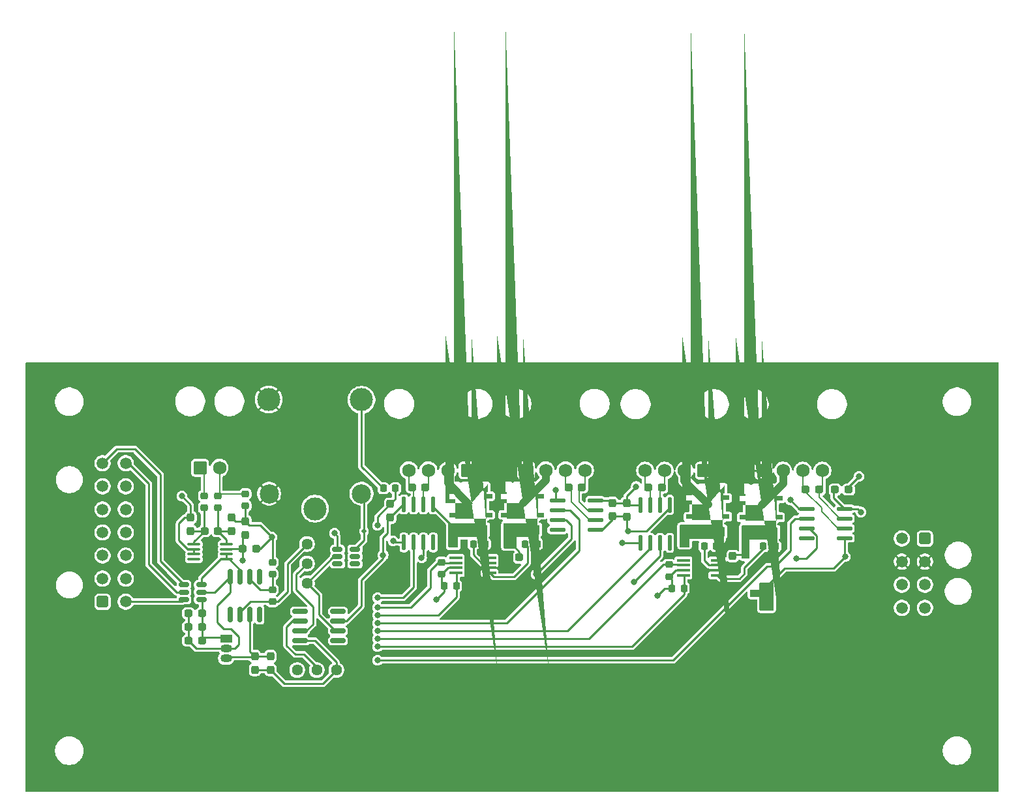
<source format=gtl>
%TF.GenerationSoftware,KiCad,Pcbnew,9.0.1*%
%TF.CreationDate,2025-06-05T13:01:28-07:00*%
%TF.ProjectId,chop-controller-heat,63686f70-2d63-46f6-9e74-726f6c6c6572,rev?*%
%TF.SameCoordinates,Original*%
%TF.FileFunction,Copper,L1,Top*%
%TF.FilePolarity,Positive*%
%FSLAX46Y46*%
G04 Gerber Fmt 4.6, Leading zero omitted, Abs format (unit mm)*
G04 Created by KiCad (PCBNEW 9.0.1) date 2025-06-05 13:01:28*
%MOMM*%
%LPD*%
G01*
G04 APERTURE LIST*
G04 Aperture macros list*
%AMRoundRect*
0 Rectangle with rounded corners*
0 $1 Rounding radius*
0 $2 $3 $4 $5 $6 $7 $8 $9 X,Y pos of 4 corners*
0 Add a 4 corners polygon primitive as box body*
4,1,4,$2,$3,$4,$5,$6,$7,$8,$9,$2,$3,0*
0 Add four circle primitives for the rounded corners*
1,1,$1+$1,$2,$3*
1,1,$1+$1,$4,$5*
1,1,$1+$1,$6,$7*
1,1,$1+$1,$8,$9*
0 Add four rect primitives between the rounded corners*
20,1,$1+$1,$2,$3,$4,$5,0*
20,1,$1+$1,$4,$5,$6,$7,0*
20,1,$1+$1,$6,$7,$8,$9,0*
20,1,$1+$1,$8,$9,$2,$3,0*%
%AMFreePoly0*
4,1,77,2.123536,2.483536,2.125000,2.480000,2.125000,1.460000,2.123536,1.456464,2.120000,1.455000,1.965000,1.455000,1.965000,1.175000,2.710000,1.175000,2.713536,1.173536,2.715000,1.170000,2.715000,0.560000,2.713536,0.556464,2.710000,0.555000,1.965000,0.555000,1.965000,-1.245000,2.710000,-1.245000,2.713536,-1.246464,2.715000,-1.250000,2.715000,-1.860000,2.713536,-1.863536,
2.710000,-1.865000,1.965000,-1.865000,1.965000,-2.040000,1.963536,-2.043536,1.960000,-2.045000,-2.140000,-2.045000,-2.143536,-2.043536,-2.145000,-2.040000,-2.145000,-1.875000,-2.900000,-1.875000,-2.903536,-1.873536,-2.905000,-1.870000,-2.905000,-1.260000,-2.903536,-1.256464,-2.900000,-1.255000,-2.145000,-1.255000,-2.145000,0.545000,-2.900000,0.545000,-2.903536,0.546464,-2.905000,0.550000,
-2.905000,1.160000,-2.903536,1.163536,-2.900000,1.165000,-2.145000,1.165000,-2.145000,1.445000,-2.300000,1.445000,-2.303536,1.446464,-2.305000,1.450000,-2.305000,2.470000,-2.303536,2.473536,-2.300000,2.475000,-1.690000,2.475000,-1.686464,2.473536,-1.685000,2.470000,-1.685000,1.775000,-1.035000,1.775000,-1.035000,2.470000,-1.033536,2.473536,-1.030000,2.475000,-0.420000,2.475000,
-0.416464,2.473536,-0.415000,2.470000,-0.415000,1.775000,0.235000,1.775000,0.235000,2.470000,0.236464,2.473536,0.240000,2.475000,0.850000,2.475000,0.853536,2.473536,0.855000,2.470000,0.855000,1.775000,1.505000,1.775000,1.505000,2.480000,1.506464,2.483536,1.510000,2.485000,2.120000,2.485000,2.123536,2.483536,2.123536,2.483536,$1*%
G04 Aperture macros list end*
%TA.AperFunction,SMDPad,CuDef*%
%ADD10RoundRect,0.218750X-0.218750X-0.256250X0.218750X-0.256250X0.218750X0.256250X-0.218750X0.256250X0*%
%TD*%
%TA.AperFunction,SMDPad,CuDef*%
%ADD11RoundRect,0.218750X0.218750X0.256250X-0.218750X0.256250X-0.218750X-0.256250X0.218750X-0.256250X0*%
%TD*%
%TA.AperFunction,SMDPad,CuDef*%
%ADD12RoundRect,0.218750X0.256250X-0.218750X0.256250X0.218750X-0.256250X0.218750X-0.256250X-0.218750X0*%
%TD*%
%TA.AperFunction,SMDPad,CuDef*%
%ADD13RoundRect,0.237500X-0.287500X-0.237500X0.287500X-0.237500X0.287500X0.237500X-0.287500X0.237500X0*%
%TD*%
%TA.AperFunction,SMDPad,CuDef*%
%ADD14RoundRect,0.150000X-0.825000X-0.150000X0.825000X-0.150000X0.825000X0.150000X-0.825000X0.150000X0*%
%TD*%
%TA.AperFunction,ComponentPad*%
%ADD15R,1.500000X1.050000*%
%TD*%
%TA.AperFunction,ComponentPad*%
%ADD16O,1.500000X1.050000*%
%TD*%
%TA.AperFunction,SMDPad,CuDef*%
%ADD17RoundRect,0.132500X-0.132500X0.857500X-0.132500X-0.857500X0.132500X-0.857500X0.132500X0.857500X0*%
%TD*%
%TA.AperFunction,SMDPad,CuDef*%
%ADD18RoundRect,0.218750X-0.256250X0.218750X-0.256250X-0.218750X0.256250X-0.218750X0.256250X0.218750X0*%
%TD*%
%TA.AperFunction,SMDPad,CuDef*%
%ADD19RoundRect,0.112500X-0.187500X-0.112500X0.187500X-0.112500X0.187500X0.112500X-0.187500X0.112500X0*%
%TD*%
%TA.AperFunction,SMDPad,CuDef*%
%ADD20R,1.680000X0.400000*%
%TD*%
%TA.AperFunction,SMDPad,CuDef*%
%ADD21RoundRect,0.237500X-0.237500X0.287500X-0.237500X-0.287500X0.237500X-0.287500X0.237500X0.287500X0*%
%TD*%
%TA.AperFunction,SMDPad,CuDef*%
%ADD22R,0.610000X1.270000*%
%TD*%
%TA.AperFunction,SMDPad,CuDef*%
%ADD23FreePoly0,0.000000*%
%TD*%
%TA.AperFunction,SMDPad,CuDef*%
%ADD24RoundRect,0.132500X0.857500X0.132500X-0.857500X0.132500X-0.857500X-0.132500X0.857500X-0.132500X0*%
%TD*%
%TA.AperFunction,SMDPad,CuDef*%
%ADD25RoundRect,0.237500X0.237500X-0.287500X0.237500X0.287500X-0.237500X0.287500X-0.237500X-0.287500X0*%
%TD*%
%TA.AperFunction,SMDPad,CuDef*%
%ADD26RoundRect,0.150000X-0.512500X-0.150000X0.512500X-0.150000X0.512500X0.150000X-0.512500X0.150000X0*%
%TD*%
%TA.AperFunction,SMDPad,CuDef*%
%ADD27RoundRect,0.237500X0.287500X0.237500X-0.287500X0.237500X-0.287500X-0.237500X0.287500X-0.237500X0*%
%TD*%
%TA.AperFunction,ComponentPad*%
%ADD28RoundRect,0.250001X0.499999X-0.499999X0.499999X0.499999X-0.499999X0.499999X-0.499999X-0.499999X0*%
%TD*%
%TA.AperFunction,ComponentPad*%
%ADD29C,1.500000*%
%TD*%
%TA.AperFunction,ComponentPad*%
%ADD30C,1.440000*%
%TD*%
%TA.AperFunction,ComponentPad*%
%ADD31RoundRect,0.250560X-0.619440X-0.619440X0.619440X-0.619440X0.619440X0.619440X-0.619440X0.619440X0*%
%TD*%
%TA.AperFunction,ComponentPad*%
%ADD32C,1.740000*%
%TD*%
%TA.AperFunction,SMDPad,CuDef*%
%ADD33RoundRect,0.150000X-0.150000X0.825000X-0.150000X-0.825000X0.150000X-0.825000X0.150000X0.825000X0*%
%TD*%
%TA.AperFunction,ComponentPad*%
%ADD34RoundRect,0.250001X-0.499999X0.499999X-0.499999X-0.499999X0.499999X-0.499999X0.499999X0.499999X0*%
%TD*%
%TA.AperFunction,SMDPad,CuDef*%
%ADD35RoundRect,0.100000X-0.712500X-0.100000X0.712500X-0.100000X0.712500X0.100000X-0.712500X0.100000X0*%
%TD*%
%TA.AperFunction,ComponentPad*%
%ADD36C,3.000000*%
%TD*%
%TA.AperFunction,ComponentPad*%
%ADD37C,2.500000*%
%TD*%
%TA.AperFunction,SMDPad,CuDef*%
%ADD38RoundRect,0.150000X0.512500X0.150000X-0.512500X0.150000X-0.512500X-0.150000X0.512500X-0.150000X0*%
%TD*%
%TA.AperFunction,ComponentPad*%
%ADD39RoundRect,0.250560X0.619440X0.619440X-0.619440X0.619440X-0.619440X-0.619440X0.619440X-0.619440X0*%
%TD*%
%TA.AperFunction,ViaPad*%
%ADD40C,0.800000*%
%TD*%
%TA.AperFunction,Conductor*%
%ADD41C,0.250000*%
%TD*%
%TA.AperFunction,Conductor*%
%ADD42C,0.200000*%
%TD*%
%TA.AperFunction,Conductor*%
%ADD43C,1.000000*%
%TD*%
G04 APERTURE END LIST*
D10*
%TO.P,R17,1*%
%TO.N,Net-(U2-OUT_A)*%
X173139138Y-72809073D03*
%TO.P,R17,2*%
%TO.N,Net-(Q2-G)*%
X174714138Y-72809073D03*
%TD*%
D11*
%TO.P,R11,1*%
%TO.N,Net-(Q6-G)*%
X151473138Y-72504323D03*
%TO.P,R11,2*%
%TO.N,Net-(U1-OUT_B)*%
X149898138Y-72504323D03*
%TD*%
D10*
%TO.P,R21,1*%
%TO.N,Net-(K1-Pad3)*%
X131483138Y-65265323D03*
%TO.P,R21,2*%
%TO.N,GNDREF*%
X133058138Y-65265323D03*
%TD*%
D12*
%TO.P,R53,1*%
%TO.N,Net-(U17--)*%
X117103638Y-76449823D03*
%TO.P,R53,2*%
%TO.N,GNDREF*%
X117103638Y-74874823D03*
%TD*%
D13*
%TO.P,C1,1*%
%TO.N,+12V*%
X147410200Y-74269600D03*
%TO.P,C1,2*%
%TO.N,GNDREF*%
X149160200Y-74269600D03*
%TD*%
D12*
%TO.P,R49,1*%
%TO.N,GNDREF*%
X113601638Y-67576823D03*
%TO.P,R49,2*%
%TO.N,/Safet Cutoff/TC_SAFETY+*%
X113601638Y-66001823D03*
%TD*%
D14*
%TO.P,U19,1,NC*%
%TO.N,unconnected-(U19-NC-Pad1)*%
X120651638Y-81267323D03*
%TO.P,U19,2,-*%
%TO.N,/Safet Cutoff/V_CUTOFF*%
X120651638Y-82537323D03*
%TO.P,U19,3,+*%
%TO.N,Net-(U19-+)*%
X120651638Y-83807323D03*
%TO.P,U19,4,V-*%
%TO.N,GNDREF*%
X120651638Y-85077323D03*
%TO.P,U19,5,NC*%
%TO.N,unconnected-(U19-NC-Pad5)*%
X125601638Y-85077323D03*
%TO.P,U19,6*%
%TO.N,Net-(U23-G1)*%
X125601638Y-83807323D03*
%TO.P,U19,7,V+*%
%TO.N,+3.3V*%
X125601638Y-82537323D03*
%TO.P,U19,8,NC*%
%TO.N,unconnected-(U19-NC-Pad8)*%
X125601638Y-81267323D03*
%TD*%
D15*
%TO.P,U18,1,VO*%
%TO.N,Net-(U18-VO)*%
X111082638Y-84823323D03*
D16*
%TO.P,U18,2,GND*%
%TO.N,GNDREF*%
X111082638Y-86093323D03*
%TO.P,U18,3,VI*%
%TO.N,+3.3V*%
X111082638Y-87363323D03*
%TD*%
D13*
%TO.P,C14,1*%
%TO.N,/TC2-*%
X155525638Y-65138323D03*
%TO.P,C14,2*%
%TO.N,/TC2+*%
X157275638Y-65138323D03*
%TD*%
D17*
%TO.P,U7,1,GND*%
%TO.N,GNDREF*%
X168668888Y-67423073D03*
%TO.P,U7,2,T-*%
%TO.N,/TC3-*%
X167398888Y-67423073D03*
%TO.P,U7,3,T+*%
%TO.N,/TC3+*%
X166128888Y-67423073D03*
%TO.P,U7,4,VCC*%
%TO.N,+3.3V*%
X164858888Y-67423073D03*
%TO.P,U7,5,SCK*%
%TO.N,/SCK_1*%
X164858888Y-72353073D03*
%TO.P,U7,6,N_CS*%
%TO.N,/HL3_CS*%
X166128888Y-72353073D03*
%TO.P,U7,7,MISO*%
%TO.N,/MISO_1*%
X167398888Y-72353073D03*
%TO.P,U7,8,DNC*%
%TO.N,unconnected-(U7-DNC-Pad8)*%
X168668888Y-72353073D03*
%TD*%
D18*
%TO.P,R1,1*%
%TO.N,/HL1_PWM_IN*%
X139042638Y-74891823D03*
%TO.P,R1,2*%
%TO.N,GNDREF*%
X139042638Y-76466823D03*
%TD*%
D11*
%TO.P,R12,1*%
%TO.N,Net-(Q7-G)*%
X182410388Y-72809073D03*
%TO.P,R12,2*%
%TO.N,Net-(U2-OUT_B)*%
X180835388Y-72809073D03*
%TD*%
D19*
%TO.P,D1,1,K*%
%TO.N,+12V*%
X126902638Y-70853323D03*
%TO.P,D1,2,A*%
%TO.N,Net-(D1-A)*%
X129002638Y-70853323D03*
%TD*%
D20*
%TO.P,U2,1,NC*%
%TO.N,unconnected-(U2-NC-Pad1)*%
X170456638Y-74628073D03*
%TO.P,U2,2,IN_A*%
%TO.N,/HL3_PWM_IN*%
X170456638Y-75278073D03*
%TO.P,U2,3,GND*%
%TO.N,GNDREF*%
X170456638Y-75928073D03*
%TO.P,U2,4,IN_B*%
%TO.N,/HL4_PWM_IN*%
X170456638Y-76578073D03*
%TO.P,U2,5,OUT_B*%
%TO.N,Net-(U2-OUT_B)*%
X174856638Y-76578073D03*
%TO.P,U2,6,Vdd*%
%TO.N,+12V*%
X174856638Y-75928073D03*
%TO.P,U2,7,OUT_A*%
%TO.N,Net-(U2-OUT_A)*%
X174856638Y-75278073D03*
%TO.P,U2,8,NC*%
%TO.N,unconnected-(U2-NC-Pad8)*%
X174856638Y-74628073D03*
%TD*%
D21*
%TO.P,C11,1*%
%TO.N,+3.3V*%
X163080888Y-67235073D03*
%TO.P,C11,2*%
%TO.N,GNDREF*%
X163080888Y-68985073D03*
%TD*%
D22*
%TO.P,Q2,1,S*%
%TO.N,GNDREF*%
X171716888Y-70904073D03*
X172986888Y-70904073D03*
X174256888Y-70904073D03*
%TO.P,Q2,2,G*%
%TO.N,Net-(Q2-G)*%
X175526888Y-70904073D03*
D23*
%TO.P,Q2,3,D*%
%TO.N,/MOSFET_HL3*%
X173711888Y-67404073D03*
%TD*%
D24*
%TO.P,U10,1,GND*%
%TO.N,GNDREF*%
X159030600Y-70676323D03*
%TO.P,U10,2,T-*%
%TO.N,/TC2-*%
X159030600Y-69406323D03*
%TO.P,U10,3,T+*%
%TO.N,/TC2+*%
X159030600Y-68136323D03*
%TO.P,U10,4,VCC*%
%TO.N,+3.3V*%
X159030600Y-66866323D03*
%TO.P,U10,5,SCK*%
%TO.N,/SCK_1*%
X154100600Y-66866323D03*
%TO.P,U10,6,N_CS*%
%TO.N,/HL2_CS*%
X154100600Y-68136323D03*
%TO.P,U10,7,MISO*%
%TO.N,/MISO_1*%
X154100600Y-69406323D03*
%TO.P,U10,8,DNC*%
%TO.N,unconnected-(U10-DNC-Pad8)*%
X154100600Y-70676323D03*
%TD*%
D21*
%TO.P,C54,1*%
%TO.N,+3.3V*%
X116849638Y-87106323D03*
%TO.P,C54,2*%
%TO.N,GNDREF*%
X116849638Y-88856323D03*
%TD*%
D18*
%TO.P,R2,1*%
%TO.N,/HL3_PWM_IN*%
X168592638Y-75196573D03*
%TO.P,R2,2*%
%TO.N,GNDREF*%
X168592638Y-76771573D03*
%TD*%
D25*
%TO.P,C49,1*%
%TO.N,Net-(U16-+IN)*%
X111823638Y-70839323D03*
%TO.P,C49,2*%
%TO.N,GNDREF*%
X111823638Y-69089323D03*
%TD*%
D22*
%TO.P,Q7,1,S*%
%TO.N,GNDREF*%
X178594888Y-70975073D03*
X179864888Y-70975073D03*
X181134888Y-70975073D03*
%TO.P,Q7,2,G*%
%TO.N,Net-(Q7-G)*%
X182404888Y-70975073D03*
D23*
%TO.P,Q7,3,D*%
%TO.N,/MOSFET_HL4*%
X180589888Y-67475073D03*
%TD*%
D20*
%TO.P,U1,1,NC*%
%TO.N,unconnected-(U1-NC-Pad1)*%
X140906638Y-74323323D03*
%TO.P,U1,2,IN_A*%
%TO.N,/HL1_PWM_IN*%
X140906638Y-74973323D03*
%TO.P,U1,3,GND*%
%TO.N,GNDREF*%
X140906638Y-75623323D03*
%TO.P,U1,4,IN_B*%
%TO.N,/HL2_PWM_IN*%
X140906638Y-76273323D03*
%TO.P,U1,5,OUT_B*%
%TO.N,Net-(U1-OUT_B)*%
X145306638Y-76273323D03*
%TO.P,U1,6,Vdd*%
%TO.N,+12V*%
X145306638Y-75623323D03*
%TO.P,U1,7,OUT_A*%
%TO.N,Net-(U1-OUT_A)*%
X145306638Y-74973323D03*
%TO.P,U1,8,NC*%
%TO.N,unconnected-(U1-NC-Pad8)*%
X145306638Y-74323323D03*
%TD*%
D26*
%TO.P,U23,1,S1*%
%TO.N,GNDREF*%
X125545138Y-73205323D03*
%TO.P,U23,2,G1*%
%TO.N,Net-(U23-G1)*%
X125545138Y-74155323D03*
%TO.P,U23,3,D2*%
%TO.N,unconnected-(U23-D2-Pad3)*%
X125545138Y-75105323D03*
%TO.P,U23,4,S2*%
%TO.N,unconnected-(U23-S2-Pad4)*%
X127820138Y-75105323D03*
%TO.P,U23,5,G2*%
%TO.N,unconnected-(U23-G2-Pad5)*%
X127820138Y-74155323D03*
%TO.P,U23,6,D1*%
%TO.N,Net-(D1-A)*%
X127820138Y-73205323D03*
%TD*%
D12*
%TO.P,R52,1*%
%TO.N,Net-(R52-Pad1)*%
X117103638Y-80005823D03*
%TO.P,R52,2*%
%TO.N,Net-(U17--)*%
X117103638Y-78430823D03*
%TD*%
D27*
%TO.P,C6,1*%
%TO.N,/TC1-*%
X136955638Y-65138323D03*
%TO.P,C6,2*%
%TO.N,/TC1+*%
X135205638Y-65138323D03*
%TD*%
D22*
%TO.P,Q6,1,S*%
%TO.N,GNDREF*%
X147674638Y-70670323D03*
X148944638Y-70670323D03*
X150214638Y-70670323D03*
%TO.P,Q6,2,G*%
%TO.N,Net-(Q6-G)*%
X151484638Y-70670323D03*
D23*
%TO.P,Q6,3,D*%
%TO.N,/MOSFET_HL2*%
X149669638Y-67170323D03*
%TD*%
D12*
%TO.P,R50,1*%
%TO.N,Net-(U16-+IN)*%
X109991638Y-67813823D03*
%TO.P,R50,2*%
%TO.N,/Safet Cutoff/TC_SAFETY+*%
X109991638Y-66238823D03*
%TD*%
D28*
%TO.P,J11,1,Pin_1*%
%TO.N,unconnected-(J11-Pin_1-Pad1)*%
X95046800Y-80012800D03*
D29*
%TO.P,J11,2,Pin_2*%
%TO.N,unconnected-(J11-Pin_2-Pad2)*%
X95046800Y-77012800D03*
%TO.P,J11,3,Pin_3*%
%TO.N,/HL4_PWM_IN*%
X95046800Y-74012800D03*
%TO.P,J11,4,Pin_4*%
%TO.N,/HL3_CS*%
X95046800Y-71012800D03*
%TO.P,J11,5,Pin_5*%
%TO.N,/HL2_PWM_IN*%
X95046800Y-68012800D03*
%TO.P,J11,6,Pin_6*%
%TO.N,/HL1_CS*%
X95046800Y-65012800D03*
%TO.P,J11,7,Pin_7*%
%TO.N,/SCK_1*%
X95046800Y-62012800D03*
%TO.P,J11,8,Pin_8*%
%TO.N,/SAFETY_CS*%
X98046800Y-80012800D03*
%TO.P,J11,9,Pin_9*%
%TO.N,/HL4_CS*%
X98046800Y-77012800D03*
%TO.P,J11,10,Pin_10*%
%TO.N,/HL3_PWM_IN*%
X98046800Y-74012800D03*
%TO.P,J11,11,Pin_11*%
%TO.N,/HL2_CS*%
X98046800Y-71012800D03*
%TO.P,J11,12,Pin_12*%
%TO.N,/HL1_PWM_IN*%
X98046800Y-68012800D03*
%TO.P,J11,13,Pin_13*%
%TO.N,/MOSI_1*%
X98046800Y-65012800D03*
%TO.P,J11,14,Pin_14*%
%TO.N,/MISO_1*%
X98046800Y-62012800D03*
%TD*%
D30*
%TO.P,RV1,1,1*%
%TO.N,Net-(U23-G1)*%
X121602638Y-77594323D03*
%TO.P,RV1,2,2*%
%TO.N,Net-(U19-+)*%
X121602638Y-75054323D03*
%TO.P,RV1,3,3*%
%TO.N,Net-(R52-Pad1)*%
X121602638Y-72514323D03*
%TD*%
D22*
%TO.P,Q1,1,S*%
%TO.N,GNDREF*%
X140943638Y-70670323D03*
X142213638Y-70670323D03*
X143483638Y-70670323D03*
%TO.P,Q1,2,G*%
%TO.N,Net-(Q1-G)*%
X144753638Y-70670323D03*
D23*
%TO.P,Q1,3,D*%
%TO.N,/MOSFET_HL1*%
X142938638Y-67170323D03*
%TD*%
D31*
%TO.P,J2,1,Pin_1*%
%TO.N,/SAFETY_12V*%
X150033638Y-62933323D03*
D32*
%TO.P,J2,2,Pin_2*%
%TO.N,/MOSFET_HL2*%
X152573638Y-62933323D03*
%TO.P,J2,3,Pin_3*%
%TO.N,/TC2-*%
X155143638Y-62933323D03*
%TO.P,J2,4,Pin_4*%
%TO.N,/TC2+*%
X157683638Y-62933323D03*
%TD*%
D21*
%TO.P,C55,1*%
%TO.N,+3.3V*%
X114817638Y-87106323D03*
%TO.P,C55,2*%
%TO.N,GNDREF*%
X114817638Y-88856323D03*
%TD*%
D33*
%TO.P,U17,1,NC*%
%TO.N,unconnected-(U17-NC-Pad1)*%
X115452638Y-76743323D03*
%TO.P,U17,2,-*%
%TO.N,Net-(U17--)*%
X114182638Y-76743323D03*
%TO.P,U17,3,+*%
%TO.N,Net-(U16-SENSE)*%
X112912638Y-76743323D03*
%TO.P,U17,4,V-*%
%TO.N,GNDREF*%
X111642638Y-76743323D03*
%TO.P,U17,5,NC*%
%TO.N,unconnected-(U17-NC-Pad5)*%
X111642638Y-81693323D03*
%TO.P,U17,6*%
%TO.N,Net-(R52-Pad1)*%
X112912638Y-81693323D03*
%TO.P,U17,7,V+*%
%TO.N,+3.3V*%
X114182638Y-81693323D03*
%TO.P,U17,8,NC*%
%TO.N,unconnected-(U17-NC-Pad8)*%
X115452638Y-81693323D03*
%TD*%
D25*
%TO.P,C10,1*%
%TO.N,+3.3V*%
X132397638Y-69061323D03*
%TO.P,C10,2*%
%TO.N,GNDREF*%
X132397638Y-67311323D03*
%TD*%
D24*
%TO.P,U11,1,GND*%
%TO.N,GNDREF*%
X191377638Y-71742323D03*
%TO.P,U11,2,T-*%
%TO.N,/TC4-*%
X191377638Y-70472323D03*
%TO.P,U11,3,T+*%
%TO.N,/TC4+*%
X191377638Y-69202323D03*
%TO.P,U11,4,VCC*%
%TO.N,+3.3V*%
X191377638Y-67932323D03*
%TO.P,U11,5,SCK*%
%TO.N,/SCK_1*%
X186447638Y-67932323D03*
%TO.P,U11,6,N_CS*%
%TO.N,/HL4_CS*%
X186447638Y-69202323D03*
%TO.P,U11,7,MISO*%
%TO.N,/MISO_1*%
X186447638Y-70472323D03*
%TO.P,U11,8,DNC*%
%TO.N,unconnected-(U11-DNC-Pad8)*%
X186447638Y-71742323D03*
%TD*%
D31*
%TO.P,J13,1,Pin_1*%
%TO.N,/Safet Cutoff/TC_SAFETY-*%
X107695638Y-62609323D03*
D32*
%TO.P,J13,2,Pin_2*%
%TO.N,/Safet Cutoff/TC_SAFETY+*%
X110235638Y-62609323D03*
%TD*%
D25*
%TO.P,C2,1*%
%TO.N,+12V*%
X176847638Y-75843073D03*
%TO.P,C2,2*%
%TO.N,GNDREF*%
X176847638Y-74093073D03*
%TD*%
D34*
%TO.P,J12,1,Pin_1*%
%TO.N,+24V*%
X201804000Y-71800000D03*
D29*
%TO.P,J12,2,Pin_2*%
%TO.N,+12V*%
X201804000Y-74800000D03*
%TO.P,J12,3,Pin_3*%
%TO.N,+3.3V*%
X201804000Y-77800000D03*
%TO.P,J12,4,Pin_4*%
%TO.N,GNDREF*%
X201804000Y-80800000D03*
%TO.P,J12,5,Pin_5*%
%TO.N,+24V*%
X198804000Y-71800000D03*
%TO.P,J12,6,Pin_6*%
%TO.N,+12V*%
X198804000Y-74800000D03*
%TO.P,J12,7,Pin_7*%
%TO.N,+3.3V*%
X198804000Y-77800000D03*
%TO.P,J12,8,Pin_8*%
%TO.N,GNDREF*%
X198804000Y-80800000D03*
%TD*%
D35*
%TO.P,U16,1,-IN*%
%TO.N,Net-(U16--IN)*%
X106917138Y-72545323D03*
%TO.P,U16,2,REF*%
%TO.N,GNDREF*%
X106917138Y-73195323D03*
%TO.P,U16,3,-Vs*%
X106917138Y-73845323D03*
%TO.P,U16,4,NC*%
%TO.N,unconnected-(U16-NC-Pad4)*%
X106917138Y-74495323D03*
%TO.P,U16,5,SENSE*%
%TO.N,Net-(U16-SENSE)*%
X111142138Y-74495323D03*
%TO.P,U16,6*%
X111142138Y-73845323D03*
%TO.P,U16,7,+Vs*%
%TO.N,+3.3V*%
X111142138Y-73195323D03*
%TO.P,U16,8,+IN*%
%TO.N,Net-(U16-+IN)*%
X111142138Y-72545323D03*
%TD*%
D17*
%TO.P,U6,1,GND*%
%TO.N,GNDREF*%
X137985638Y-67372323D03*
%TO.P,U6,2,T-*%
%TO.N,/TC1-*%
X136715638Y-67372323D03*
%TO.P,U6,3,T+*%
%TO.N,/TC1+*%
X135445638Y-67372323D03*
%TO.P,U6,4,VCC*%
%TO.N,+3.3V*%
X134175638Y-67372323D03*
%TO.P,U6,5,SCK*%
%TO.N,/SCK_1*%
X134175638Y-72302323D03*
%TO.P,U6,6,N_CS*%
%TO.N,/HL1_CS*%
X135445638Y-72302323D03*
%TO.P,U6,7,MISO*%
%TO.N,/MISO_1*%
X136715638Y-72302323D03*
%TO.P,U6,8,DNC*%
%TO.N,unconnected-(U6-DNC-Pad8)*%
X137985638Y-72302323D03*
%TD*%
D11*
%TO.P,R7,1*%
%TO.N,/HL4_PWM_IN*%
X170523138Y-78270073D03*
%TO.P,R7,2*%
%TO.N,GNDREF*%
X168948138Y-78270073D03*
%TD*%
D30*
%TO.P,RV2,1,1*%
%TO.N,+3.3V*%
X120322638Y-88887323D03*
%TO.P,RV2,2,2*%
%TO.N,/Safet Cutoff/V_CUTOFF*%
X122862638Y-88887323D03*
%TO.P,RV2,3,3*%
%TO.N,GNDREF*%
X125402638Y-88887323D03*
%TD*%
D21*
%TO.P,C17,1*%
%TO.N,+3.3V*%
X161226638Y-67184323D03*
%TO.P,C17,2*%
%TO.N,GNDREF*%
X161226638Y-68934323D03*
%TD*%
%TO.P,C48,1*%
%TO.N,GNDREF*%
X106489638Y-69089323D03*
%TO.P,C48,2*%
%TO.N,Net-(U16--IN)*%
X106489638Y-70839323D03*
%TD*%
D36*
%TO.P,K1,1*%
%TO.N,/SAFETY_12V*%
X122618638Y-67923323D03*
D37*
%TO.P,K1,2*%
%TO.N,Net-(D1-A)*%
X128668638Y-65973323D03*
D36*
%TO.P,K1,3*%
%TO.N,Net-(K1-Pad3)*%
X128668638Y-53773323D03*
%TO.P,K1,4*%
%TO.N,+12V*%
X116618638Y-53723323D03*
D37*
%TO.P,K1,5*%
X116668638Y-65973323D03*
%TD*%
D21*
%TO.P,C52,1*%
%TO.N,GNDREF*%
X113601638Y-69597323D03*
%TO.P,C52,2*%
%TO.N,+3.3V*%
X113601638Y-71347323D03*
%TD*%
D13*
%TO.P,C18,1*%
%TO.N,+3.3V*%
X190145888Y-65443073D03*
%TO.P,C18,2*%
%TO.N,GNDREF*%
X191895888Y-65443073D03*
%TD*%
%TO.P,C56,1*%
%TO.N,GNDREF*%
X106195638Y-85060323D03*
%TO.P,C56,2*%
%TO.N,Net-(U18-VO)*%
X107945638Y-85060323D03*
%TD*%
D38*
%TO.P,U20,1,VA*%
%TO.N,Net-(U18-VO)*%
X107886638Y-79721323D03*
%TO.P,U20,2,GND*%
%TO.N,GNDREF*%
X107886638Y-78771323D03*
%TO.P,U20,3,Vin*%
%TO.N,Net-(U16-SENSE)*%
X107886638Y-77821323D03*
%TO.P,U20,4,SCLK*%
%TO.N,/SCK_1*%
X105611638Y-77821323D03*
%TO.P,U20,5,SDATA*%
%TO.N,/MISO_1*%
X105611638Y-78771323D03*
%TO.P,U20,6,CS*%
%TO.N,/SAFETY_CS*%
X105611638Y-79721323D03*
%TD*%
D27*
%TO.P,C7,1*%
%TO.N,/TC3-*%
X167638888Y-65189073D03*
%TO.P,C7,2*%
%TO.N,/TC3+*%
X165888888Y-65189073D03*
%TD*%
%TO.P,C51,1*%
%TO.N,GNDREF*%
X114984638Y-73139323D03*
%TO.P,C51,2*%
%TO.N,+3.3V*%
X113234638Y-73139323D03*
%TD*%
D13*
%TO.P,C58,1*%
%TO.N,GNDREF*%
X106195638Y-81504323D03*
%TO.P,C58,2*%
%TO.N,Net-(U18-VO)*%
X107945638Y-81504323D03*
%TD*%
%TO.P,C47,1*%
%TO.N,Net-(U16--IN)*%
X108281638Y-70853323D03*
%TO.P,C47,2*%
%TO.N,Net-(U16-+IN)*%
X110031638Y-70853323D03*
%TD*%
D11*
%TO.P,R6,1*%
%TO.N,/HL2_PWM_IN*%
X140973138Y-77965323D03*
%TO.P,R6,2*%
%TO.N,GNDREF*%
X139398138Y-77965323D03*
%TD*%
D13*
%TO.P,C57,1*%
%TO.N,GNDREF*%
X106195638Y-83282323D03*
%TO.P,C57,2*%
%TO.N,Net-(U18-VO)*%
X107945638Y-83282323D03*
%TD*%
%TO.P,C15,1*%
%TO.N,/TC4-*%
X186335888Y-65443073D03*
%TO.P,C15,2*%
%TO.N,/TC4+*%
X188085888Y-65443073D03*
%TD*%
D31*
%TO.P,J4,1,Pin_1*%
%TO.N,+12V*%
X180843888Y-62984073D03*
D32*
%TO.P,J4,2,Pin_2*%
%TO.N,/MOSFET_HL4*%
X183383888Y-62984073D03*
%TO.P,J4,3,Pin_3*%
%TO.N,/TC4-*%
X185953888Y-62984073D03*
%TO.P,J4,4,Pin_4*%
%TO.N,/TC4+*%
X188493888Y-62984073D03*
%TD*%
D18*
%TO.P,R51,1*%
%TO.N,/Safet Cutoff/TC_SAFETY-*%
X108213638Y-66255823D03*
%TO.P,R51,2*%
%TO.N,Net-(U16--IN)*%
X108213638Y-67830823D03*
%TD*%
D10*
%TO.P,R16,1*%
%TO.N,Net-(U1-OUT_A)*%
X143167138Y-72504323D03*
%TO.P,R16,2*%
%TO.N,Net-(Q1-G)*%
X144742138Y-72504323D03*
%TD*%
D39*
%TO.P,J3,1,Pin_1*%
%TO.N,+24V*%
X173130888Y-62984073D03*
D32*
%TO.P,J3,2,Pin_2*%
%TO.N,/MOSFET_HL3*%
X170590888Y-62984073D03*
%TO.P,J3,3,Pin_3*%
%TO.N,/TC3-*%
X168020888Y-62984073D03*
%TO.P,J3,4,Pin_4*%
%TO.N,/TC3+*%
X165480888Y-62984073D03*
%TD*%
D39*
%TO.P,J1,1,Pin_1*%
%TO.N,/SAFETY_12V*%
X142447638Y-62933323D03*
D32*
%TO.P,J1,2,Pin_2*%
%TO.N,/MOSFET_HL1*%
X139907638Y-62933323D03*
%TO.P,J1,3,Pin_3*%
%TO.N,/TC1-*%
X137337638Y-62933323D03*
%TO.P,J1,4,Pin_4*%
%TO.N,/TC1+*%
X134797638Y-62933323D03*
%TD*%
D40*
%TO.N,GNDREF*%
X191452638Y-74155323D03*
X163258638Y-70853323D03*
X117030638Y-71615323D03*
X167068638Y-79235323D03*
X140500238Y-72478923D03*
X178498638Y-73901323D03*
X125158638Y-71107323D03*
X170523038Y-72428123D03*
X179565438Y-78879723D03*
X138366638Y-79743323D03*
X105346638Y-66281323D03*
X148272638Y-72631323D03*
X193230638Y-63741323D03*
X130746638Y-70091323D03*
%TO.N,+3.3V*%
X113271438Y-74663323D03*
X193484638Y-68364123D03*
X131457838Y-73952123D03*
X164325438Y-65062123D03*
%TO.N,/HL1_PWM_IN*%
X130746638Y-80759323D03*
%TO.N,/HL2_PWM_IN*%
X130746638Y-81758826D03*
%TO.N,/HL3_PWM_IN*%
X130746638Y-84823323D03*
%TO.N,/HL4_PWM_IN*%
X130746638Y-85839323D03*
%TO.N,/HL4_CS*%
X130746638Y-87617323D03*
%TO.N,/HL3_CS*%
X130746638Y-83807323D03*
%TO.N,/HL2_CS*%
X130746638Y-82791323D03*
%TO.N,/HL1_CS*%
X130746638Y-79489323D03*
%TO.N,/MISO_1*%
X185102638Y-74409323D03*
X151320638Y-76441323D03*
X136461638Y-74282323D03*
X164020638Y-77457323D03*
%TO.N,/SCK_1*%
X153860638Y-65532000D03*
X132778638Y-72123323D03*
X184340638Y-66789323D03*
X162496638Y-72377323D03*
%TD*%
D41*
%TO.N,+12V*%
X174856638Y-75928073D02*
X176762638Y-75928073D01*
X147410200Y-74609761D02*
X146396638Y-75623323D01*
X147410200Y-74269600D02*
X147410200Y-74609761D01*
X146396638Y-75623323D02*
X145306638Y-75623323D01*
X176762638Y-75928073D02*
X176847638Y-75843073D01*
%TO.N,GNDREF*%
X172986888Y-70904073D02*
X171716888Y-70904073D01*
X161226638Y-69329323D02*
X159879638Y-70676323D01*
X110807638Y-83553323D02*
X111737638Y-83553323D01*
X139886138Y-75623323D02*
X139042638Y-76466823D01*
X143483638Y-70670323D02*
X142213638Y-70670323D01*
X149160200Y-73518885D02*
X148272638Y-72631323D01*
X140943638Y-70670323D02*
X137985638Y-67712323D01*
X168948138Y-77127073D02*
X168592638Y-76771573D01*
X191895888Y-65076073D02*
X193230638Y-63741323D01*
X177039388Y-73901323D02*
X176847638Y-74093073D01*
X180429038Y-78850423D02*
X181391731Y-77887731D01*
X112712638Y-85585323D02*
X112204638Y-86093323D01*
X106195638Y-83282323D02*
X106195638Y-85060323D01*
X147674638Y-70670323D02*
X147674638Y-72033323D01*
X111737638Y-83553323D02*
X112712638Y-84528323D01*
X104951638Y-69865323D02*
X104951638Y-71993364D01*
X106489638Y-69089323D02*
X106489638Y-67424323D01*
X191377638Y-74080323D02*
X191452638Y-74155323D01*
X139398138Y-77965323D02*
X139398138Y-78711823D01*
X170523038Y-72097923D02*
X170523038Y-72428123D01*
X114095638Y-70091323D02*
X115506638Y-70091323D01*
X149160200Y-74269600D02*
X149160200Y-73518885D01*
X120651638Y-85077323D02*
X122618638Y-85077323D01*
X132397638Y-67311323D02*
X130746638Y-68962323D01*
X112204638Y-86093323D02*
X111082638Y-86093323D01*
X139398138Y-78711823D02*
X138366638Y-79743323D01*
X183600138Y-75679323D02*
X189928638Y-75679323D01*
X123624638Y-90665323D02*
X118658638Y-90665323D01*
X163030138Y-68934323D02*
X163080888Y-68985073D01*
X125545138Y-71493823D02*
X125158638Y-71107323D01*
X163080888Y-68985073D02*
X163080888Y-70675573D01*
X140943638Y-72035523D02*
X140943638Y-70670323D01*
X115506638Y-73139323D02*
X117030638Y-71615323D01*
X174256888Y-70904073D02*
X172986888Y-70904073D01*
X125545138Y-73205323D02*
X125545138Y-71493823D01*
X104951638Y-71993364D02*
X106153597Y-73195323D01*
X113601638Y-69597323D02*
X114095638Y-70091323D01*
X106153597Y-73195323D02*
X106917138Y-73195323D01*
X125402638Y-88887323D02*
X123624638Y-90665323D01*
X107228638Y-86093323D02*
X106195638Y-85060323D01*
X106917138Y-73195323D02*
X106917138Y-73845323D01*
X106489638Y-67424323D02*
X105346638Y-66281323D01*
X168033888Y-78270073D02*
X167068638Y-79235323D01*
X140906638Y-75623323D02*
X139886138Y-75623323D01*
X168948138Y-78270073D02*
X168948138Y-77127073D01*
X140500238Y-72478923D02*
X140943638Y-72035523D01*
X147674638Y-72033323D02*
X148272638Y-72631323D01*
X118658638Y-90665323D02*
X116849638Y-88856323D01*
X171716888Y-70904073D02*
X170523038Y-72097923D01*
X189928638Y-75679323D02*
X191452638Y-74155323D01*
X117103638Y-71688323D02*
X117030638Y-71615323D01*
X170456638Y-75928073D02*
X169436138Y-75928073D01*
X105727638Y-69089323D02*
X104951638Y-69865323D01*
X168668888Y-67423073D02*
X168668888Y-67856073D01*
X111642638Y-76743323D02*
X111642638Y-78781323D01*
X163258638Y-70853323D02*
X165605641Y-70853323D01*
X106195638Y-81504323D02*
X106195638Y-83282323D01*
X191895888Y-65443073D02*
X191895888Y-65076073D01*
X178594888Y-70975073D02*
X178498638Y-71071323D01*
X111642638Y-78781323D02*
X109918638Y-80505323D01*
X139042638Y-77609823D02*
X139398138Y-77965323D01*
X122618638Y-85077323D02*
X125402638Y-87861323D01*
X111642638Y-76743323D02*
X109614638Y-78771323D01*
X113601638Y-69597323D02*
X112331638Y-69597323D01*
X133058138Y-66650823D02*
X132397638Y-67311323D01*
X191377638Y-71742323D02*
X191377638Y-74080323D01*
X109918638Y-82664323D02*
X110807638Y-83553323D01*
X115506638Y-70091323D02*
X117030638Y-71615323D01*
X169436138Y-75928073D02*
X168592638Y-76771573D01*
X161226638Y-68934323D02*
X161226638Y-69329323D01*
X139042638Y-76466823D02*
X139042638Y-77609823D01*
X178498638Y-71071323D02*
X178498638Y-73901323D01*
X137985638Y-67712323D02*
X137985638Y-67372323D01*
X109918638Y-80505323D02*
X109918638Y-82664323D01*
X125402638Y-87861323D02*
X125402638Y-88887323D01*
X109614638Y-78771323D02*
X107886638Y-78771323D01*
X150214638Y-70670323D02*
X148944638Y-70670323D01*
X112712638Y-84528323D02*
X112712638Y-85585323D01*
X112331638Y-69597323D02*
X111823638Y-69089323D01*
X181391731Y-77887731D02*
X183600138Y-75679323D01*
X142213638Y-70670323D02*
X140943638Y-70670323D01*
X168948138Y-78270073D02*
X168033888Y-78270073D01*
X130746638Y-68962323D02*
X130746638Y-70091323D01*
X179565438Y-78879723D02*
X180429038Y-78879723D01*
X178498638Y-73901323D02*
X177039388Y-73901323D01*
X178594888Y-70975073D02*
X179864888Y-70975073D01*
X165605641Y-70853323D02*
X168668888Y-67790076D01*
X161226638Y-68934323D02*
X163030138Y-68934323D01*
X148944638Y-70670323D02*
X147674638Y-70670323D01*
X181134888Y-70975073D02*
X179864888Y-70975073D01*
X133058138Y-65265323D02*
X133058138Y-66650823D01*
X106489638Y-69089323D02*
X105727638Y-69089323D01*
X163080888Y-70675573D02*
X163258638Y-70853323D01*
X168668888Y-67790076D02*
X168668888Y-67423073D01*
X116849638Y-88856323D02*
X114817638Y-88856323D01*
X111082638Y-86093323D02*
X107228638Y-86093323D01*
X159879638Y-70676323D02*
X159030600Y-70676323D01*
X180429038Y-78879723D02*
X180429038Y-78850423D01*
X114984638Y-73139323D02*
X115506638Y-73139323D01*
X117103638Y-74874823D02*
X117103638Y-71688323D01*
X113601638Y-67576823D02*
X113601638Y-69597323D01*
D42*
%TO.N,/TC1-*%
X136955638Y-65138323D02*
X137337638Y-64756323D01*
X136715638Y-65378323D02*
X136955638Y-65138323D01*
X136715638Y-67372323D02*
X136715638Y-65378323D01*
X137337638Y-64756323D02*
X137337638Y-62933323D01*
%TO.N,/TC1+*%
X135445638Y-67372323D02*
X135445638Y-65378323D01*
X134797638Y-64730323D02*
X134797638Y-62933323D01*
X135205638Y-65138323D02*
X134797638Y-64730323D01*
X135445638Y-65378323D02*
X135205638Y-65138323D01*
%TO.N,/TC3-*%
X167398888Y-65429073D02*
X167638888Y-65189073D01*
X168020888Y-64807073D02*
X168020888Y-62984073D01*
X167398888Y-67423073D02*
X167398888Y-65429073D01*
X167638888Y-65189073D02*
X168020888Y-64807073D01*
%TO.N,/TC3+*%
X166128888Y-67423073D02*
X166128888Y-65429073D01*
X165888888Y-65189073D02*
X165480888Y-64781073D01*
X165480888Y-64781073D02*
X165480888Y-62984073D01*
X166128888Y-65429073D02*
X165888888Y-65189073D01*
D41*
%TO.N,+3.3V*%
X159119638Y-66866323D02*
X160908638Y-66866323D01*
X126682638Y-82537323D02*
X128613038Y-80606923D01*
X113234638Y-73139323D02*
X113234638Y-74626523D01*
X114182638Y-81693323D02*
X114182638Y-86471323D01*
X113234638Y-71714323D02*
X113601638Y-71347323D01*
X125601638Y-82537323D02*
X126682638Y-82537323D01*
X161226638Y-67184323D02*
X163030138Y-67184323D01*
X131407038Y-71716923D02*
X131407038Y-73901323D01*
X114182638Y-86471323D02*
X114817638Y-87106323D01*
X128613038Y-80606923D02*
X128613038Y-77203323D01*
X128613038Y-77203323D02*
X131457838Y-74358523D01*
X113234638Y-73139323D02*
X111198138Y-73139323D01*
X131457838Y-74358523D02*
X131457838Y-73952123D01*
X114817638Y-87106323D02*
X116849638Y-87106323D01*
X163268888Y-67423073D02*
X163080888Y-67235073D01*
X189928638Y-66483323D02*
X189928638Y-65660323D01*
X163030138Y-67184323D02*
X163080888Y-67235073D01*
X189928638Y-65660323D02*
X190145888Y-65443073D01*
X131407038Y-73901323D02*
X131457838Y-73952123D01*
X160908638Y-66866323D02*
X161226638Y-67184323D01*
X163080888Y-66306673D02*
X164325438Y-65062123D01*
X111198138Y-73139323D02*
X111142138Y-73195323D01*
X114704638Y-87219323D02*
X114817638Y-87106323D01*
X163080888Y-67235073D02*
X163080888Y-66306673D01*
X132053638Y-71070323D02*
X131407038Y-71716923D01*
X134086638Y-67372323D02*
X132397638Y-69061323D01*
X113234638Y-73139323D02*
X113234638Y-71714323D01*
X132397638Y-69061323D02*
X132053638Y-69405323D01*
X134175638Y-67372323D02*
X134086638Y-67372323D01*
X164858888Y-67423073D02*
X163268888Y-67423073D01*
X193052838Y-67932323D02*
X193484638Y-68364123D01*
X110901638Y-87219323D02*
X114704638Y-87219323D01*
X191377638Y-67932323D02*
X193052838Y-67932323D01*
X132053638Y-69405323D02*
X132053638Y-71070323D01*
X191377638Y-67932323D02*
X189928638Y-66483323D01*
X113234638Y-74626523D02*
X113271438Y-74663323D01*
D42*
%TO.N,/TC2-*%
X155143638Y-64756323D02*
X155143638Y-62933323D01*
X155525638Y-65138323D02*
X155143638Y-64756323D01*
X158255638Y-69406323D02*
X155892638Y-67043323D01*
X155892638Y-65505323D02*
X155525638Y-65138323D01*
X159030600Y-69406323D02*
X158255638Y-69406323D01*
X155892638Y-67043323D02*
X155892638Y-65505323D01*
%TO.N,/TC2+*%
X157683638Y-64730323D02*
X157683638Y-62933323D01*
X156891638Y-66993323D02*
X156891638Y-65522323D01*
X158034638Y-68136323D02*
X156891638Y-66993323D01*
X156891638Y-65522323D02*
X157275638Y-65138323D01*
X157275638Y-65138323D02*
X157683638Y-64730323D01*
X159030600Y-68136323D02*
X158034638Y-68136323D01*
%TO.N,/TC4-*%
X188404638Y-68326147D02*
X188404638Y-67805323D01*
X191377638Y-70472323D02*
X190550814Y-70472323D01*
X190550814Y-70472323D02*
X188404638Y-68326147D01*
X186335888Y-65736573D02*
X186335888Y-65443073D01*
X188404638Y-67805323D02*
X186335888Y-65736573D01*
X185953888Y-62984073D02*
X185953888Y-65061073D01*
X185953888Y-65061073D02*
X186335888Y-65443073D01*
%TO.N,/TC4+*%
X188085888Y-66470573D02*
X188085888Y-65443073D01*
X188493888Y-62984073D02*
X188493888Y-65035073D01*
X188493888Y-65035073D02*
X188085888Y-65443073D01*
X190817638Y-69202323D02*
X188085888Y-66470573D01*
X191377638Y-69202323D02*
X190817638Y-69202323D01*
D41*
%TO.N,Net-(U16--IN)*%
X106917138Y-72217823D02*
X108281638Y-70853323D01*
X108281638Y-70853323D02*
X106503638Y-70853323D01*
X108213638Y-70785323D02*
X108281638Y-70853323D01*
X106503638Y-70853323D02*
X106489638Y-70839323D01*
X106917138Y-72545323D02*
X106917138Y-72217823D01*
X108213638Y-67830823D02*
X108213638Y-70785323D01*
%TO.N,Net-(U16-+IN)*%
X109991638Y-70813323D02*
X110031638Y-70853323D01*
X110045638Y-70839323D02*
X110031638Y-70853323D01*
X111823638Y-70839323D02*
X110045638Y-70839323D01*
X111142138Y-71963823D02*
X110031638Y-70853323D01*
X109991638Y-67813823D02*
X109991638Y-70813323D01*
X111142138Y-72545323D02*
X111142138Y-71963823D01*
%TO.N,Net-(U18-VO)*%
X107945638Y-79780323D02*
X107886638Y-79721323D01*
X110901638Y-84679323D02*
X108326638Y-84679323D01*
X107945638Y-81504323D02*
X107945638Y-79780323D01*
X107945638Y-83282323D02*
X107945638Y-81504323D01*
X108326638Y-84679323D02*
X107945638Y-85060323D01*
X107945638Y-85060323D02*
X107945638Y-83282323D01*
%TO.N,Net-(D1-A)*%
X129002638Y-70853323D02*
X129002638Y-72022823D01*
X129002638Y-72022823D02*
X127820138Y-73205323D01*
X129002638Y-66307323D02*
X129002638Y-70853323D01*
X128668638Y-65973323D02*
X129002638Y-66307323D01*
%TO.N,/MOSFET_HL1*%
X142938638Y-67170323D02*
X142463638Y-67170323D01*
D43*
X142463638Y-67170323D02*
X139907638Y-64614323D01*
X139907638Y-64614323D02*
X139907638Y-62933323D01*
%TO.N,/MOSFET_HL2*%
X149669638Y-67170323D02*
X152573638Y-64266323D01*
X152573638Y-64266323D02*
X152573638Y-62933323D01*
%TO.N,/MOSFET_HL3*%
X173711888Y-67404073D02*
X170590888Y-64283073D01*
X170590888Y-64283073D02*
X170590888Y-62984073D01*
%TO.N,/MOSFET_HL4*%
X183383888Y-64681073D02*
X183383888Y-62984073D01*
X180589888Y-67475073D02*
X183383888Y-64681073D01*
D41*
%TO.N,/HL1_PWM_IN*%
X137604638Y-78219323D02*
X137604638Y-75933323D01*
X130746638Y-80759323D02*
X135064638Y-80759323D01*
X139124138Y-74973323D02*
X139042638Y-74891823D01*
X140906638Y-74973323D02*
X139124138Y-74973323D01*
X135064638Y-80759323D02*
X137604638Y-78219323D01*
X137604638Y-75933323D02*
X138646138Y-74891823D01*
X138646138Y-74891823D02*
X139042638Y-74891823D01*
%TO.N,/HL2_PWM_IN*%
X140973138Y-77965323D02*
X140973138Y-76339823D01*
X138620638Y-81775323D02*
X140973138Y-79422823D01*
X140973138Y-76339823D02*
X140906638Y-76273323D01*
X130763135Y-81775323D02*
X138620638Y-81775323D01*
X130746638Y-81758826D02*
X130763135Y-81775323D01*
X140973138Y-79422823D02*
X140973138Y-77965323D01*
%TO.N,/HL3_PWM_IN*%
X158178638Y-84823323D02*
X167805388Y-75196573D01*
X167805388Y-75196573D02*
X168592638Y-75196573D01*
X168592638Y-75196573D02*
X170375138Y-75196573D01*
X130746638Y-84823323D02*
X158178638Y-84823323D01*
%TO.N,/HL4_PWM_IN*%
X170523138Y-78270073D02*
X170523138Y-76644573D01*
X170523138Y-76644573D02*
X170456638Y-76578073D01*
X163766638Y-85839323D02*
X170523138Y-79082823D01*
X130746638Y-85839323D02*
X163766638Y-85839323D01*
X170523138Y-79082823D02*
X170523138Y-78270073D01*
%TO.N,/HL4_CS*%
X182308638Y-75425323D02*
X184340638Y-73393323D01*
X130746638Y-87617323D02*
X169100638Y-87617323D01*
X181292638Y-75425323D02*
X182308638Y-75425323D01*
X184340638Y-73393323D02*
X184340638Y-69837323D01*
X184975638Y-69202323D02*
X186447638Y-69202323D01*
X169100638Y-87617323D02*
X181292638Y-75425323D01*
X184340638Y-69837323D02*
X184975638Y-69202323D01*
%TO.N,/HL3_CS*%
X155384638Y-83807323D02*
X166128888Y-73063073D01*
X166128888Y-73063073D02*
X166128888Y-72353073D01*
X130746638Y-83807323D02*
X155384638Y-83807323D01*
%TO.N,/SAFETY_CS*%
X105611638Y-79721323D02*
X105322961Y-80010000D01*
X105322961Y-80010000D02*
X98049600Y-80010000D01*
X98049600Y-80010000D02*
X98046800Y-80012800D01*
%TO.N,/HL2_CS*%
X156908638Y-69329323D02*
X155715638Y-68136323D01*
X130746638Y-82791323D02*
X147510638Y-82791323D01*
X156908638Y-73393323D02*
X156908638Y-69329323D01*
X155715638Y-68136323D02*
X154100600Y-68136323D01*
X147510638Y-82791323D02*
X156908638Y-73393323D01*
%TO.N,/HL1_CS*%
X135445638Y-78092323D02*
X135445638Y-72302323D01*
X134048638Y-79489323D02*
X135445638Y-78092323D01*
X130746638Y-79489323D02*
X134048638Y-79489323D01*
D42*
%TO.N,/Safet Cutoff/TC_SAFETY+*%
X110228638Y-66001823D02*
X113601638Y-66001823D01*
X109991638Y-66238823D02*
X110228638Y-66001823D01*
X110235638Y-65994823D02*
X110235638Y-62609323D01*
X109991638Y-66238823D02*
X110235638Y-65994823D01*
%TO.N,/Safet Cutoff/TC_SAFETY-*%
X108213638Y-66255823D02*
X108213638Y-63127323D01*
X108213638Y-63127323D02*
X107695638Y-62609323D01*
D41*
%TO.N,/MISO_1*%
X155892638Y-71869323D02*
X155892638Y-70091323D01*
X136461638Y-74282323D02*
X136715638Y-74028323D01*
X104669918Y-78771323D02*
X101028638Y-75130043D01*
X101028638Y-64650323D02*
X98391115Y-62012800D01*
X101028638Y-75130043D02*
X101028638Y-64650323D01*
X186372638Y-74409323D02*
X187762638Y-73019323D01*
X136715638Y-74028323D02*
X136715638Y-72302323D01*
X187762638Y-71420320D02*
X186814641Y-70472323D01*
X155892638Y-70091323D02*
X155207638Y-69406323D01*
X167398888Y-74079073D02*
X167398888Y-72353073D01*
X187762638Y-73019323D02*
X187762638Y-71420320D01*
X155207638Y-69406323D02*
X154100600Y-69406323D01*
X185102638Y-74409323D02*
X186372638Y-74409323D01*
X164020638Y-77457323D02*
X167398888Y-74079073D01*
X105611638Y-78771323D02*
X104669918Y-78771323D01*
X98391115Y-62012800D02*
X98046800Y-62012800D01*
X186814641Y-70472323D02*
X186447638Y-70472323D01*
X151320638Y-76441323D02*
X155892638Y-71869323D01*
%TO.N,/SCK_1*%
X153860638Y-66626361D02*
X154100600Y-66866323D01*
X96874277Y-60185323D02*
X99250638Y-60185323D01*
X99250638Y-60185323D02*
X102552638Y-63487323D01*
X102552638Y-63487323D02*
X102552638Y-74762323D01*
X102552638Y-74762323D02*
X105611638Y-77821323D01*
X95046800Y-62012800D02*
X96874277Y-60185323D01*
X132778638Y-72123323D02*
X132957638Y-72302323D01*
X153860638Y-65532000D02*
X153860638Y-66626361D01*
X185483638Y-67932323D02*
X186447638Y-67932323D01*
X132957638Y-72302323D02*
X134175638Y-72302323D01*
X162520888Y-72353073D02*
X162496638Y-72377323D01*
X164858888Y-72353073D02*
X162520888Y-72353073D01*
X184340638Y-66789323D02*
X185483638Y-67932323D01*
%TO.N,Net-(Q1-G)*%
X144742138Y-70681823D02*
X144753638Y-70670323D01*
X144742138Y-72504323D02*
X144742138Y-70681823D01*
%TO.N,Net-(Q2-G)*%
X175526888Y-71996323D02*
X174714138Y-72809073D01*
X175526888Y-70904073D02*
X175526888Y-71996323D01*
%TO.N,Net-(Q6-G)*%
X151473138Y-72504323D02*
X151473138Y-70681823D01*
X151473138Y-70681823D02*
X151484638Y-70670323D01*
%TO.N,Net-(Q7-G)*%
X182410388Y-72809073D02*
X182410388Y-70980573D01*
X182410388Y-70980573D02*
X182404888Y-70975073D01*
%TO.N,Net-(U1-OUT_B)*%
X145306638Y-76273323D02*
X145805638Y-76772323D01*
X150215600Y-75005840D02*
X150215600Y-72821785D01*
X150215600Y-72821785D02*
X149898138Y-72504323D01*
X148449117Y-76772323D02*
X150215600Y-75005840D01*
X145805638Y-76772323D02*
X148449117Y-76772323D01*
%TO.N,Net-(U2-OUT_B)*%
X174856638Y-76578073D02*
X175278638Y-77000073D01*
X175278638Y-77000073D02*
X177736638Y-77000073D01*
X177736638Y-77000073D02*
X178371638Y-76365073D01*
X178371638Y-75552323D02*
X180835388Y-73088573D01*
X178371638Y-76365073D02*
X178371638Y-75552323D01*
X180835388Y-73088573D02*
X180835388Y-72809073D01*
%TO.N,Net-(U1-OUT_A)*%
X143167138Y-73923823D02*
X143167138Y-72504323D01*
X145306638Y-74973323D02*
X144216638Y-74973323D01*
X144216638Y-74973323D02*
X143167138Y-73923823D01*
%TO.N,Net-(U2-OUT_A)*%
X173766638Y-75278073D02*
X173139138Y-74650573D01*
X173139138Y-74650573D02*
X173139138Y-72809073D01*
X174856638Y-75278073D02*
X173766638Y-75278073D01*
%TO.N,Net-(R52-Pad1)*%
X112912638Y-81693323D02*
X112912638Y-81316572D01*
X117784138Y-80005823D02*
X119062638Y-78727323D01*
X112912638Y-81316572D02*
X114223387Y-80005823D01*
X119062638Y-78727323D02*
X119062638Y-75054323D01*
X117103638Y-80005823D02*
X117784138Y-80005823D01*
X119062638Y-75054323D02*
X121602638Y-72514323D01*
X114223387Y-80005823D02*
X117103638Y-80005823D01*
%TO.N,Net-(U17--)*%
X114182638Y-77120074D02*
X115493387Y-78430823D01*
X117103638Y-78430823D02*
X117103638Y-76449823D01*
X115493387Y-78430823D02*
X117103638Y-78430823D01*
X114182638Y-76743323D02*
X114182638Y-77120074D01*
%TO.N,Net-(U19-+)*%
X121475638Y-83807323D02*
X122364638Y-82918323D01*
X120205638Y-76451323D02*
X121602638Y-75054323D01*
X120205638Y-78473323D02*
X120205638Y-76451323D01*
X122364638Y-80632323D02*
X120205638Y-78473323D01*
X122364638Y-82918323D02*
X122364638Y-80632323D01*
X120651638Y-83807323D02*
X121475638Y-83807323D01*
%TO.N,/Safet Cutoff/V_CUTOFF*%
X120066405Y-86855323D02*
X118935638Y-85724556D01*
X118935638Y-83299323D02*
X119697638Y-82537323D01*
X122862638Y-88496323D02*
X121221638Y-86855323D01*
X121221638Y-86855323D02*
X120066405Y-86855323D01*
X119697638Y-82537323D02*
X120651638Y-82537323D01*
X118935638Y-85724556D02*
X118935638Y-83299323D01*
X122862638Y-88887323D02*
X122862638Y-88496323D01*
%TO.N,Net-(U16-SENSE)*%
X112912638Y-75879323D02*
X111528638Y-74495323D01*
X110340638Y-74495323D02*
X111142138Y-74495323D01*
X107886638Y-76949323D02*
X110340638Y-74495323D01*
X111142138Y-74495323D02*
X111142138Y-73845323D01*
X111528638Y-74495323D02*
X111142138Y-74495323D01*
X112912638Y-76743323D02*
X112912638Y-75879323D01*
X107886638Y-77821323D02*
X107886638Y-76949323D01*
%TO.N,Net-(K1-Pad3)*%
X128668638Y-53773323D02*
X128668638Y-62450823D01*
X128668638Y-62450823D02*
X131483138Y-65265323D01*
%TO.N,Net-(U23-G1)*%
X125545138Y-74155323D02*
X125041638Y-74155323D01*
X125601638Y-83807323D02*
X125224887Y-83807323D01*
X121602638Y-77594323D02*
X123126638Y-79118323D01*
X125041638Y-74155323D02*
X121602638Y-77594323D01*
X123126638Y-81709074D02*
X123126638Y-79118323D01*
X125224887Y-83807323D02*
X123126638Y-81709074D01*
%TD*%
%TA.AperFunction,Conductor*%
%TO.N,GNDREF*%
G36*
X143999277Y-69806208D02*
G01*
X144045032Y-69859012D01*
X144056238Y-69910523D01*
X144056238Y-71491323D01*
X144036553Y-71558362D01*
X143983749Y-71604117D01*
X143932238Y-71615323D01*
X141211438Y-71615323D01*
X141211438Y-72862923D01*
X141191753Y-72929962D01*
X141138949Y-72975717D01*
X141087438Y-72986923D01*
X140065438Y-72986923D01*
X139998399Y-72967238D01*
X139952644Y-72914434D01*
X139941438Y-72862923D01*
X139941438Y-69910523D01*
X139961123Y-69843484D01*
X140013927Y-69797729D01*
X140065438Y-69786523D01*
X143932238Y-69786523D01*
X143999277Y-69806208D01*
G37*
%TD.AperFunction*%
%TD*%
%TA.AperFunction,Conductor*%
%TO.N,GNDREF*%
G36*
X181642077Y-70111008D02*
G01*
X181687832Y-70163812D01*
X181699038Y-70215323D01*
X181699038Y-71796123D01*
X181679353Y-71863162D01*
X181626549Y-71908917D01*
X181575038Y-71920123D01*
X179006638Y-71920123D01*
X179006638Y-74285323D01*
X178986953Y-74352362D01*
X178934149Y-74398117D01*
X178882638Y-74409323D01*
X178114638Y-74409323D01*
X178047599Y-74389638D01*
X178001844Y-74336834D01*
X177990638Y-74285323D01*
X177990638Y-70215323D01*
X178010323Y-70148284D01*
X178063127Y-70102529D01*
X178114638Y-70091323D01*
X181575038Y-70091323D01*
X181642077Y-70111008D01*
G37*
%TD.AperFunction*%
%TD*%
%TA.AperFunction,Conductor*%
%TO.N,+12V*%
G36*
X211325177Y-48935508D02*
G01*
X211370932Y-48988312D01*
X211382138Y-49039823D01*
X211382138Y-104570823D01*
X211362453Y-104637862D01*
X211309649Y-104683617D01*
X211258138Y-104694823D01*
X85151138Y-104694823D01*
X85084099Y-104675138D01*
X85038344Y-104622334D01*
X85027138Y-104570823D01*
X85027138Y-99240711D01*
X88876300Y-99240711D01*
X88876300Y-99483288D01*
X88907961Y-99723785D01*
X88970747Y-99958104D01*
X89063573Y-100182205D01*
X89063576Y-100182212D01*
X89184864Y-100392289D01*
X89184866Y-100392292D01*
X89184867Y-100392293D01*
X89332533Y-100584736D01*
X89332539Y-100584743D01*
X89504056Y-100756260D01*
X89504062Y-100756265D01*
X89696511Y-100903936D01*
X89906588Y-101025224D01*
X90130700Y-101118054D01*
X90365011Y-101180838D01*
X90545386Y-101204584D01*
X90605511Y-101212500D01*
X90605512Y-101212500D01*
X90848089Y-101212500D01*
X90896188Y-101206167D01*
X91088589Y-101180838D01*
X91322900Y-101118054D01*
X91547012Y-101025224D01*
X91757089Y-100903936D01*
X91949538Y-100756265D01*
X92121065Y-100584738D01*
X92268736Y-100392289D01*
X92390024Y-100182212D01*
X92482854Y-99958100D01*
X92545638Y-99723789D01*
X92577300Y-99483288D01*
X92577300Y-99240712D01*
X92577300Y-99240711D01*
X204106900Y-99240711D01*
X204106900Y-99483288D01*
X204138561Y-99723785D01*
X204201347Y-99958104D01*
X204294173Y-100182205D01*
X204294176Y-100182212D01*
X204415464Y-100392289D01*
X204415466Y-100392292D01*
X204415467Y-100392293D01*
X204563133Y-100584736D01*
X204563139Y-100584743D01*
X204734656Y-100756260D01*
X204734662Y-100756265D01*
X204927111Y-100903936D01*
X205137188Y-101025224D01*
X205361300Y-101118054D01*
X205595611Y-101180838D01*
X205775986Y-101204584D01*
X205836111Y-101212500D01*
X205836112Y-101212500D01*
X206078689Y-101212500D01*
X206126788Y-101206167D01*
X206319189Y-101180838D01*
X206553500Y-101118054D01*
X206777612Y-101025224D01*
X206987689Y-100903936D01*
X207180138Y-100756265D01*
X207351665Y-100584738D01*
X207499336Y-100392289D01*
X207620624Y-100182212D01*
X207713454Y-99958100D01*
X207776238Y-99723789D01*
X207807900Y-99483288D01*
X207807900Y-99240712D01*
X207776238Y-99000211D01*
X207713454Y-98765900D01*
X207620624Y-98541788D01*
X207499336Y-98331711D01*
X207351665Y-98139262D01*
X207351660Y-98139256D01*
X207180143Y-97967739D01*
X207180136Y-97967733D01*
X206987693Y-97820067D01*
X206987692Y-97820066D01*
X206987689Y-97820064D01*
X206777612Y-97698776D01*
X206777605Y-97698773D01*
X206553504Y-97605947D01*
X206319185Y-97543161D01*
X206078689Y-97511500D01*
X206078688Y-97511500D01*
X205836112Y-97511500D01*
X205836111Y-97511500D01*
X205595614Y-97543161D01*
X205361295Y-97605947D01*
X205137194Y-97698773D01*
X205137185Y-97698777D01*
X204927106Y-97820067D01*
X204734663Y-97967733D01*
X204734656Y-97967739D01*
X204563139Y-98139256D01*
X204563133Y-98139263D01*
X204415467Y-98331706D01*
X204294177Y-98541785D01*
X204294173Y-98541794D01*
X204201347Y-98765895D01*
X204138561Y-99000214D01*
X204106900Y-99240711D01*
X92577300Y-99240711D01*
X92545638Y-99000211D01*
X92482854Y-98765900D01*
X92390024Y-98541788D01*
X92268736Y-98331711D01*
X92121065Y-98139262D01*
X92121060Y-98139256D01*
X91949543Y-97967739D01*
X91949536Y-97967733D01*
X91757093Y-97820067D01*
X91757092Y-97820066D01*
X91757089Y-97820064D01*
X91547012Y-97698776D01*
X91547005Y-97698773D01*
X91322904Y-97605947D01*
X91088585Y-97543161D01*
X90848089Y-97511500D01*
X90848088Y-97511500D01*
X90605512Y-97511500D01*
X90605511Y-97511500D01*
X90365014Y-97543161D01*
X90130695Y-97605947D01*
X89906594Y-97698773D01*
X89906585Y-97698777D01*
X89696506Y-97820067D01*
X89504063Y-97967733D01*
X89504056Y-97967739D01*
X89332539Y-98139256D01*
X89332533Y-98139263D01*
X89184867Y-98331706D01*
X89063577Y-98541785D01*
X89063573Y-98541794D01*
X88970747Y-98765895D01*
X88907961Y-99000214D01*
X88876300Y-99240711D01*
X85027138Y-99240711D01*
X85027138Y-77738058D01*
X88976300Y-77738058D01*
X88976300Y-77967541D01*
X88994584Y-78106412D01*
X89006252Y-78195038D01*
X89052939Y-78369277D01*
X89065642Y-78416687D01*
X89153450Y-78628676D01*
X89153457Y-78628690D01*
X89190059Y-78692086D01*
X89261452Y-78815744D01*
X89268192Y-78827417D01*
X89407881Y-79009461D01*
X89407889Y-79009470D01*
X89570130Y-79171711D01*
X89570138Y-79171718D01*
X89570139Y-79171719D01*
X89614400Y-79205682D01*
X89752182Y-79311407D01*
X89752185Y-79311408D01*
X89752188Y-79311411D01*
X89950912Y-79426144D01*
X89950917Y-79426146D01*
X89950923Y-79426149D01*
X89983530Y-79439655D01*
X90162913Y-79513958D01*
X90384562Y-79573348D01*
X90612066Y-79603300D01*
X90612073Y-79603300D01*
X90841527Y-79603300D01*
X90841534Y-79603300D01*
X91069038Y-79573348D01*
X91290687Y-79513958D01*
X91397535Y-79469700D01*
X93996300Y-79469700D01*
X93996300Y-80555891D01*
X94006923Y-80644362D01*
X94062439Y-80785142D01*
X94062440Y-80785144D01*
X94153877Y-80905722D01*
X94274455Y-80997159D01*
X94274458Y-80997161D01*
X94415236Y-81052676D01*
X94503701Y-81063300D01*
X95589898Y-81063299D01*
X95678364Y-81052676D01*
X95819142Y-80997161D01*
X95939722Y-80905722D01*
X96031161Y-80785142D01*
X96086676Y-80644364D01*
X96097300Y-80555899D01*
X96097299Y-79469702D01*
X96086676Y-79381236D01*
X96031161Y-79240458D01*
X96006507Y-79207947D01*
X95939722Y-79119877D01*
X95819144Y-79028440D01*
X95819142Y-79028439D01*
X95678364Y-78972924D01*
X95678361Y-78972923D01*
X95589899Y-78962300D01*
X94503708Y-78962300D01*
X94415237Y-78972923D01*
X94274457Y-79028439D01*
X94274455Y-79028440D01*
X94153877Y-79119877D01*
X94062440Y-79240455D01*
X94056969Y-79254328D01*
X94015848Y-79358608D01*
X94006924Y-79381237D01*
X94006923Y-79381238D01*
X93996300Y-79469700D01*
X91397535Y-79469700D01*
X91502688Y-79426144D01*
X91701412Y-79311411D01*
X91883461Y-79171719D01*
X91883465Y-79171714D01*
X91883470Y-79171711D01*
X92045711Y-79009470D01*
X92045714Y-79009465D01*
X92045719Y-79009461D01*
X92185411Y-78827412D01*
X92300144Y-78628688D01*
X92387958Y-78416687D01*
X92447348Y-78195038D01*
X92477300Y-77967534D01*
X92477300Y-77738066D01*
X92447348Y-77510562D01*
X92387958Y-77288913D01*
X92327286Y-77142438D01*
X92300149Y-77076923D01*
X92300146Y-77076917D01*
X92300144Y-77076912D01*
X92203391Y-76909330D01*
X93996300Y-76909330D01*
X93996300Y-77116269D01*
X94036668Y-77319212D01*
X94036670Y-77319220D01*
X94112934Y-77503338D01*
X94115859Y-77510398D01*
X94146433Y-77556156D01*
X94230824Y-77682457D01*
X94377142Y-77828775D01*
X94377145Y-77828777D01*
X94549202Y-77943741D01*
X94740380Y-78022930D01*
X94943330Y-78063299D01*
X94943334Y-78063300D01*
X94943335Y-78063300D01*
X95150266Y-78063300D01*
X95150267Y-78063299D01*
X95353220Y-78022930D01*
X95544398Y-77943741D01*
X95716455Y-77828777D01*
X95862777Y-77682455D01*
X95977741Y-77510398D01*
X96056930Y-77319220D01*
X96097300Y-77116265D01*
X96097300Y-76909335D01*
X96097299Y-76909330D01*
X96996300Y-76909330D01*
X96996300Y-77116269D01*
X97036668Y-77319212D01*
X97036670Y-77319220D01*
X97112934Y-77503338D01*
X97115859Y-77510398D01*
X97146433Y-77556156D01*
X97230824Y-77682457D01*
X97377142Y-77828775D01*
X97377145Y-77828777D01*
X97549202Y-77943741D01*
X97740380Y-78022930D01*
X97943330Y-78063299D01*
X97943334Y-78063300D01*
X97943335Y-78063300D01*
X98150266Y-78063300D01*
X98150267Y-78063299D01*
X98353220Y-78022930D01*
X98544398Y-77943741D01*
X98716455Y-77828777D01*
X98862777Y-77682455D01*
X98977741Y-77510398D01*
X99056930Y-77319220D01*
X99097300Y-77116265D01*
X99097300Y-76909335D01*
X99056930Y-76706380D01*
X98977741Y-76515202D01*
X98862777Y-76343145D01*
X98862775Y-76343142D01*
X98716457Y-76196824D01*
X98610261Y-76125867D01*
X98544398Y-76081859D01*
X98541088Y-76080488D01*
X98353220Y-76002670D01*
X98353212Y-76002668D01*
X98150269Y-75962300D01*
X98150265Y-75962300D01*
X97943335Y-75962300D01*
X97943330Y-75962300D01*
X97740387Y-76002668D01*
X97740379Y-76002670D01*
X97549203Y-76081858D01*
X97377142Y-76196824D01*
X97230824Y-76343142D01*
X97115858Y-76515203D01*
X97036670Y-76706379D01*
X97036668Y-76706387D01*
X96996300Y-76909330D01*
X96097299Y-76909330D01*
X96056930Y-76706380D01*
X95977741Y-76515202D01*
X95862777Y-76343145D01*
X95862775Y-76343142D01*
X95716457Y-76196824D01*
X95610261Y-76125867D01*
X95544398Y-76081859D01*
X95541088Y-76080488D01*
X95353220Y-76002670D01*
X95353212Y-76002668D01*
X95150269Y-75962300D01*
X95150265Y-75962300D01*
X94943335Y-75962300D01*
X94943330Y-75962300D01*
X94740387Y-76002668D01*
X94740379Y-76002670D01*
X94549203Y-76081858D01*
X94377142Y-76196824D01*
X94230824Y-76343142D01*
X94115858Y-76515203D01*
X94036670Y-76706379D01*
X94036668Y-76706387D01*
X93996300Y-76909330D01*
X92203391Y-76909330D01*
X92185411Y-76878188D01*
X92185408Y-76878185D01*
X92185407Y-76878182D01*
X92063558Y-76719387D01*
X92045719Y-76696139D01*
X92045718Y-76696138D01*
X92045711Y-76696130D01*
X91883470Y-76533889D01*
X91883461Y-76533881D01*
X91701417Y-76394192D01*
X91502690Y-76279457D01*
X91502676Y-76279450D01*
X91290687Y-76191642D01*
X91220893Y-76172941D01*
X91069038Y-76132252D01*
X91020540Y-76125867D01*
X90841541Y-76102300D01*
X90841534Y-76102300D01*
X90612066Y-76102300D01*
X90612058Y-76102300D01*
X90414739Y-76128279D01*
X90384562Y-76132252D01*
X90351384Y-76141142D01*
X90162912Y-76191642D01*
X89950923Y-76279450D01*
X89950909Y-76279457D01*
X89752182Y-76394192D01*
X89570138Y-76533881D01*
X89407881Y-76696138D01*
X89268192Y-76878182D01*
X89153457Y-77076909D01*
X89153450Y-77076923D01*
X89065642Y-77288912D01*
X89039004Y-77388327D01*
X89006297Y-77510396D01*
X89006253Y-77510559D01*
X89006251Y-77510570D01*
X88976300Y-77738058D01*
X85027138Y-77738058D01*
X85027138Y-73909330D01*
X93996300Y-73909330D01*
X93996300Y-74116269D01*
X94036668Y-74319212D01*
X94036670Y-74319220D01*
X94106022Y-74486651D01*
X94115859Y-74510398D01*
X94154473Y-74568188D01*
X94230824Y-74682457D01*
X94377142Y-74828775D01*
X94377145Y-74828777D01*
X94549202Y-74943741D01*
X94740380Y-75022930D01*
X94936081Y-75061857D01*
X94943330Y-75063299D01*
X94943334Y-75063300D01*
X94943335Y-75063300D01*
X95150266Y-75063300D01*
X95150267Y-75063299D01*
X95353220Y-75022930D01*
X95544398Y-74943741D01*
X95716455Y-74828777D01*
X95862777Y-74682455D01*
X95977741Y-74510398D01*
X96056930Y-74319220D01*
X96097300Y-74116265D01*
X96097300Y-73909335D01*
X96097299Y-73909330D01*
X96996300Y-73909330D01*
X96996300Y-74116269D01*
X97036668Y-74319212D01*
X97036670Y-74319220D01*
X97106022Y-74486651D01*
X97115859Y-74510398D01*
X97154473Y-74568188D01*
X97230824Y-74682457D01*
X97377142Y-74828775D01*
X97377145Y-74828777D01*
X97549202Y-74943741D01*
X97740380Y-75022930D01*
X97936081Y-75061857D01*
X97943330Y-75063299D01*
X97943334Y-75063300D01*
X97943335Y-75063300D01*
X98150266Y-75063300D01*
X98150267Y-75063299D01*
X98353220Y-75022930D01*
X98544398Y-74943741D01*
X98716455Y-74828777D01*
X98862777Y-74682455D01*
X98977741Y-74510398D01*
X99056930Y-74319220D01*
X99097300Y-74116265D01*
X99097300Y-73909335D01*
X99056930Y-73706380D01*
X98977741Y-73515202D01*
X98862777Y-73343145D01*
X98862775Y-73343142D01*
X98716457Y-73196824D01*
X98595666Y-73116115D01*
X98544398Y-73081859D01*
X98542266Y-73080976D01*
X98353220Y-73002670D01*
X98353212Y-73002668D01*
X98150269Y-72962300D01*
X98150265Y-72962300D01*
X97943335Y-72962300D01*
X97943330Y-72962300D01*
X97740387Y-73002668D01*
X97740379Y-73002670D01*
X97549203Y-73081858D01*
X97377142Y-73196824D01*
X97230824Y-73343142D01*
X97115858Y-73515203D01*
X97036670Y-73706379D01*
X97036668Y-73706387D01*
X96996300Y-73909330D01*
X96097299Y-73909330D01*
X96056930Y-73706380D01*
X95977741Y-73515202D01*
X95862777Y-73343145D01*
X95862775Y-73343142D01*
X95716457Y-73196824D01*
X95595666Y-73116115D01*
X95544398Y-73081859D01*
X95542266Y-73080976D01*
X95353220Y-73002670D01*
X95353212Y-73002668D01*
X95150269Y-72962300D01*
X95150265Y-72962300D01*
X94943335Y-72962300D01*
X94943330Y-72962300D01*
X94740387Y-73002668D01*
X94740379Y-73002670D01*
X94549203Y-73081858D01*
X94377142Y-73196824D01*
X94230824Y-73343142D01*
X94115858Y-73515203D01*
X94036670Y-73706379D01*
X94036668Y-73706387D01*
X93996300Y-73909330D01*
X85027138Y-73909330D01*
X85027138Y-70909330D01*
X93996300Y-70909330D01*
X93996300Y-71116269D01*
X94036668Y-71319212D01*
X94036670Y-71319220D01*
X94114525Y-71507179D01*
X94115859Y-71510398D01*
X94172294Y-71594859D01*
X94230824Y-71682457D01*
X94377142Y-71828775D01*
X94377145Y-71828777D01*
X94549202Y-71943741D01*
X94740380Y-72022930D01*
X94925111Y-72059675D01*
X94943330Y-72063299D01*
X94943334Y-72063300D01*
X94943335Y-72063300D01*
X95150266Y-72063300D01*
X95150267Y-72063299D01*
X95353220Y-72022930D01*
X95544398Y-71943741D01*
X95716455Y-71828777D01*
X95862777Y-71682455D01*
X95977741Y-71510398D01*
X96056930Y-71319220D01*
X96097300Y-71116265D01*
X96097300Y-70909335D01*
X96097299Y-70909330D01*
X96996300Y-70909330D01*
X96996300Y-71116269D01*
X97036668Y-71319212D01*
X97036670Y-71319220D01*
X97114525Y-71507179D01*
X97115859Y-71510398D01*
X97172294Y-71594859D01*
X97230824Y-71682457D01*
X97377142Y-71828775D01*
X97377145Y-71828777D01*
X97549202Y-71943741D01*
X97740380Y-72022930D01*
X97925111Y-72059675D01*
X97943330Y-72063299D01*
X97943334Y-72063300D01*
X97943335Y-72063300D01*
X98150266Y-72063300D01*
X98150267Y-72063299D01*
X98353220Y-72022930D01*
X98544398Y-71943741D01*
X98716455Y-71828777D01*
X98862777Y-71682455D01*
X98977741Y-71510398D01*
X99056930Y-71319220D01*
X99097300Y-71116265D01*
X99097300Y-70909335D01*
X99056930Y-70706380D01*
X98977741Y-70515202D01*
X98862777Y-70343145D01*
X98862775Y-70343142D01*
X98716457Y-70196824D01*
X98585576Y-70109373D01*
X98544398Y-70081859D01*
X98535605Y-70078217D01*
X98353220Y-70002670D01*
X98353212Y-70002668D01*
X98150269Y-69962300D01*
X98150265Y-69962300D01*
X97943335Y-69962300D01*
X97943330Y-69962300D01*
X97740387Y-70002668D01*
X97740379Y-70002670D01*
X97549203Y-70081858D01*
X97377142Y-70196824D01*
X97230824Y-70343142D01*
X97115858Y-70515203D01*
X97036670Y-70706379D01*
X97036668Y-70706387D01*
X96996300Y-70909330D01*
X96097299Y-70909330D01*
X96056930Y-70706380D01*
X95977741Y-70515202D01*
X95862777Y-70343145D01*
X95862775Y-70343142D01*
X95716457Y-70196824D01*
X95585576Y-70109373D01*
X95544398Y-70081859D01*
X95535605Y-70078217D01*
X95353220Y-70002670D01*
X95353212Y-70002668D01*
X95150269Y-69962300D01*
X95150265Y-69962300D01*
X94943335Y-69962300D01*
X94943330Y-69962300D01*
X94740387Y-70002668D01*
X94740379Y-70002670D01*
X94549203Y-70081858D01*
X94377142Y-70196824D01*
X94230824Y-70343142D01*
X94115858Y-70515203D01*
X94036670Y-70706379D01*
X94036668Y-70706387D01*
X93996300Y-70909330D01*
X85027138Y-70909330D01*
X85027138Y-67909330D01*
X93996300Y-67909330D01*
X93996300Y-68116269D01*
X94036668Y-68319212D01*
X94036670Y-68319220D01*
X94115206Y-68508823D01*
X94115859Y-68510398D01*
X94154649Y-68568451D01*
X94230824Y-68682457D01*
X94377142Y-68828775D01*
X94377145Y-68828777D01*
X94549202Y-68943741D01*
X94740380Y-69022930D01*
X94899813Y-69054643D01*
X94943330Y-69063299D01*
X94943334Y-69063300D01*
X94943335Y-69063300D01*
X95150266Y-69063300D01*
X95150267Y-69063299D01*
X95353220Y-69022930D01*
X95544398Y-68943741D01*
X95716455Y-68828777D01*
X95862777Y-68682455D01*
X95977741Y-68510398D01*
X96056930Y-68319220D01*
X96097300Y-68116265D01*
X96097300Y-67909335D01*
X96097299Y-67909330D01*
X96996300Y-67909330D01*
X96996300Y-68116269D01*
X97036668Y-68319212D01*
X97036670Y-68319220D01*
X97115206Y-68508823D01*
X97115859Y-68510398D01*
X97154649Y-68568451D01*
X97230824Y-68682457D01*
X97377142Y-68828775D01*
X97377145Y-68828777D01*
X97549202Y-68943741D01*
X97740380Y-69022930D01*
X97899813Y-69054643D01*
X97943330Y-69063299D01*
X97943334Y-69063300D01*
X97943335Y-69063300D01*
X98150266Y-69063300D01*
X98150267Y-69063299D01*
X98353220Y-69022930D01*
X98544398Y-68943741D01*
X98716455Y-68828777D01*
X98862777Y-68682455D01*
X98977741Y-68510398D01*
X99056930Y-68319220D01*
X99097300Y-68116265D01*
X99097300Y-67909335D01*
X99056930Y-67706380D01*
X98977741Y-67515202D01*
X98862777Y-67343145D01*
X98862775Y-67343142D01*
X98716457Y-67196824D01*
X98609378Y-67125277D01*
X98544398Y-67081859D01*
X98540470Y-67080232D01*
X98353220Y-67002670D01*
X98353212Y-67002668D01*
X98150269Y-66962300D01*
X98150265Y-66962300D01*
X97943335Y-66962300D01*
X97943330Y-66962300D01*
X97740387Y-67002668D01*
X97740379Y-67002670D01*
X97549203Y-67081858D01*
X97377142Y-67196824D01*
X97230824Y-67343142D01*
X97115858Y-67515203D01*
X97036670Y-67706379D01*
X97036668Y-67706387D01*
X96996300Y-67909330D01*
X96097299Y-67909330D01*
X96056930Y-67706380D01*
X95977741Y-67515202D01*
X95862777Y-67343145D01*
X95862775Y-67343142D01*
X95716457Y-67196824D01*
X95609378Y-67125277D01*
X95544398Y-67081859D01*
X95540470Y-67080232D01*
X95353220Y-67002670D01*
X95353212Y-67002668D01*
X95150269Y-66962300D01*
X95150265Y-66962300D01*
X94943335Y-66962300D01*
X94943330Y-66962300D01*
X94740387Y-67002668D01*
X94740379Y-67002670D01*
X94549203Y-67081858D01*
X94377142Y-67196824D01*
X94230824Y-67343142D01*
X94115858Y-67515203D01*
X94036670Y-67706379D01*
X94036668Y-67706387D01*
X93996300Y-67909330D01*
X85027138Y-67909330D01*
X85027138Y-64038058D01*
X88976300Y-64038058D01*
X88976300Y-64267541D01*
X88996894Y-64423956D01*
X89006252Y-64495038D01*
X89062792Y-64706051D01*
X89065642Y-64716687D01*
X89153450Y-64928676D01*
X89153457Y-64928690D01*
X89190660Y-64993127D01*
X89266572Y-65124612D01*
X89268192Y-65127417D01*
X89407881Y-65309461D01*
X89407889Y-65309470D01*
X89570130Y-65471711D01*
X89570138Y-65471718D01*
X89570139Y-65471719D01*
X89618288Y-65508665D01*
X89752182Y-65611407D01*
X89752185Y-65611408D01*
X89752188Y-65611411D01*
X89950912Y-65726144D01*
X89950917Y-65726146D01*
X89950923Y-65726149D01*
X90027058Y-65757685D01*
X90162913Y-65813958D01*
X90384562Y-65873348D01*
X90612066Y-65903300D01*
X90612073Y-65903300D01*
X90841527Y-65903300D01*
X90841534Y-65903300D01*
X91069038Y-65873348D01*
X91290687Y-65813958D01*
X91502688Y-65726144D01*
X91701412Y-65611411D01*
X91883461Y-65471719D01*
X91883465Y-65471714D01*
X91883470Y-65471711D01*
X92045711Y-65309470D01*
X92045714Y-65309465D01*
X92045719Y-65309461D01*
X92185411Y-65127412D01*
X92300144Y-64928688D01*
X92308162Y-64909330D01*
X93996300Y-64909330D01*
X93996300Y-65116269D01*
X94036668Y-65319212D01*
X94036670Y-65319220D01*
X94113374Y-65504400D01*
X94115859Y-65510398D01*
X94162503Y-65580206D01*
X94230824Y-65682457D01*
X94377142Y-65828775D01*
X94377145Y-65828777D01*
X94549202Y-65943741D01*
X94740380Y-66022930D01*
X94864285Y-66047576D01*
X94943330Y-66063299D01*
X94943334Y-66063300D01*
X94943335Y-66063300D01*
X95150266Y-66063300D01*
X95150267Y-66063299D01*
X95353220Y-66022930D01*
X95544398Y-65943741D01*
X95716455Y-65828777D01*
X95862777Y-65682455D01*
X95977741Y-65510398D01*
X96056930Y-65319220D01*
X96097300Y-65116265D01*
X96097300Y-64909335D01*
X96097299Y-64909330D01*
X96996300Y-64909330D01*
X96996300Y-65116269D01*
X97036668Y-65319212D01*
X97036670Y-65319220D01*
X97113374Y-65504400D01*
X97115859Y-65510398D01*
X97162503Y-65580206D01*
X97230824Y-65682457D01*
X97377142Y-65828775D01*
X97377145Y-65828777D01*
X97549202Y-65943741D01*
X97740380Y-66022930D01*
X97864285Y-66047576D01*
X97943330Y-66063299D01*
X97943334Y-66063300D01*
X97943335Y-66063300D01*
X98150266Y-66063300D01*
X98150267Y-66063299D01*
X98353220Y-66022930D01*
X98544398Y-65943741D01*
X98716455Y-65828777D01*
X98862777Y-65682455D01*
X98977741Y-65510398D01*
X99056930Y-65319220D01*
X99097300Y-65116265D01*
X99097300Y-64909335D01*
X99056930Y-64706380D01*
X98977741Y-64515202D01*
X98862777Y-64343145D01*
X98862776Y-64343144D01*
X98862774Y-64343141D01*
X98716457Y-64196824D01*
X98582276Y-64107168D01*
X98544398Y-64081859D01*
X98523317Y-64073127D01*
X98353220Y-64002670D01*
X98353212Y-64002668D01*
X98150269Y-63962300D01*
X98150265Y-63962300D01*
X97943335Y-63962300D01*
X97943330Y-63962300D01*
X97740387Y-64002668D01*
X97740379Y-64002670D01*
X97549203Y-64081858D01*
X97377142Y-64196824D01*
X97230825Y-64343141D01*
X97115858Y-64515203D01*
X97036670Y-64706379D01*
X97036668Y-64706387D01*
X96996300Y-64909330D01*
X96097299Y-64909330D01*
X96056930Y-64706380D01*
X95977741Y-64515202D01*
X95862777Y-64343145D01*
X95862776Y-64343144D01*
X95862774Y-64343141D01*
X95716457Y-64196824D01*
X95582276Y-64107168D01*
X95544398Y-64081859D01*
X95523317Y-64073127D01*
X95353220Y-64002670D01*
X95353212Y-64002668D01*
X95150269Y-63962300D01*
X95150265Y-63962300D01*
X94943335Y-63962300D01*
X94943330Y-63962300D01*
X94740387Y-64002668D01*
X94740379Y-64002670D01*
X94549203Y-64081858D01*
X94377142Y-64196824D01*
X94230825Y-64343141D01*
X94115858Y-64515203D01*
X94036670Y-64706379D01*
X94036668Y-64706387D01*
X93996300Y-64909330D01*
X92308162Y-64909330D01*
X92387958Y-64716687D01*
X92447348Y-64495038D01*
X92477300Y-64267534D01*
X92477300Y-64038066D01*
X92477240Y-64037614D01*
X92471872Y-63996835D01*
X92447348Y-63810562D01*
X92387958Y-63588913D01*
X92323538Y-63433389D01*
X92300149Y-63376923D01*
X92300146Y-63376917D01*
X92300144Y-63376912D01*
X92185411Y-63178188D01*
X92185408Y-63178185D01*
X92185407Y-63178182D01*
X92066277Y-63022931D01*
X92045719Y-62996139D01*
X92045718Y-62996138D01*
X92045711Y-62996130D01*
X91883470Y-62833889D01*
X91883461Y-62833881D01*
X91701417Y-62694192D01*
X91700755Y-62693810D01*
X91589845Y-62629776D01*
X91502690Y-62579457D01*
X91502676Y-62579450D01*
X91290687Y-62491642D01*
X91233108Y-62476214D01*
X91069038Y-62432252D01*
X91031015Y-62427246D01*
X90841541Y-62402300D01*
X90841534Y-62402300D01*
X90612066Y-62402300D01*
X90612058Y-62402300D01*
X90395515Y-62430809D01*
X90384562Y-62432252D01*
X90290876Y-62457354D01*
X90162912Y-62491642D01*
X89950923Y-62579450D01*
X89950909Y-62579457D01*
X89752182Y-62694192D01*
X89570138Y-62833881D01*
X89407881Y-62996138D01*
X89268192Y-63178182D01*
X89153457Y-63376909D01*
X89153450Y-63376923D01*
X89065642Y-63588912D01*
X89043291Y-63672330D01*
X89006318Y-63810318D01*
X89006253Y-63810559D01*
X89006251Y-63810570D01*
X88976300Y-64038058D01*
X85027138Y-64038058D01*
X85027138Y-61909330D01*
X93996300Y-61909330D01*
X93996300Y-62116269D01*
X94036668Y-62319212D01*
X94036670Y-62319220D01*
X94114385Y-62506841D01*
X94115859Y-62510398D01*
X94140960Y-62547964D01*
X94230824Y-62682457D01*
X94377142Y-62828775D01*
X94377145Y-62828777D01*
X94549202Y-62943741D01*
X94740380Y-63022930D01*
X94943330Y-63063299D01*
X94943334Y-63063300D01*
X94943335Y-63063300D01*
X95150266Y-63063300D01*
X95150267Y-63063299D01*
X95353220Y-63022930D01*
X95544398Y-62943741D01*
X95716455Y-62828777D01*
X95862777Y-62682455D01*
X95977741Y-62510398D01*
X96056930Y-62319220D01*
X96097300Y-62116265D01*
X96097300Y-61909335D01*
X96056930Y-61706380D01*
X96056926Y-61706372D01*
X96055161Y-61700549D01*
X96057598Y-61699809D01*
X96051293Y-61641415D01*
X96082539Y-61578921D01*
X96085623Y-61575723D01*
X97014206Y-60647142D01*
X97075529Y-60613657D01*
X97101887Y-60610823D01*
X99023028Y-60610823D01*
X99090067Y-60630508D01*
X99110709Y-60647142D01*
X102090819Y-63627252D01*
X102124304Y-63688575D01*
X102127138Y-63714933D01*
X102127138Y-74706305D01*
X102127138Y-74818341D01*
X102156135Y-74926560D01*
X102212153Y-75023586D01*
X103441640Y-76253073D01*
X104628462Y-77439894D01*
X104661947Y-77501217D01*
X104657824Y-77568526D01*
X104651492Y-77586622D01*
X104651491Y-77586628D01*
X104648638Y-77617053D01*
X104648638Y-77848933D01*
X104628953Y-77915972D01*
X104576149Y-77961727D01*
X104506991Y-77971671D01*
X104443435Y-77942646D01*
X104436957Y-77936614D01*
X101490457Y-74990114D01*
X101456972Y-74928791D01*
X101454138Y-74902433D01*
X101454138Y-64594307D01*
X101454138Y-64594305D01*
X101425141Y-64486086D01*
X101369123Y-64389060D01*
X101289901Y-64309838D01*
X99133619Y-62153556D01*
X99100134Y-62092233D01*
X99097300Y-62065875D01*
X99097300Y-61909334D01*
X99097299Y-61909330D01*
X99084860Y-61846794D01*
X99056930Y-61706380D01*
X98977741Y-61515202D01*
X98862777Y-61343145D01*
X98862775Y-61343142D01*
X98716457Y-61196824D01*
X98630426Y-61139341D01*
X98544398Y-61081859D01*
X98353220Y-61002670D01*
X98353212Y-61002668D01*
X98150269Y-60962300D01*
X98150265Y-60962300D01*
X97943335Y-60962300D01*
X97943330Y-60962300D01*
X97740387Y-61002668D01*
X97740379Y-61002670D01*
X97549203Y-61081858D01*
X97377142Y-61196824D01*
X97230824Y-61343142D01*
X97115858Y-61515203D01*
X97036670Y-61706379D01*
X97036668Y-61706387D01*
X96996300Y-61909330D01*
X96996300Y-62116269D01*
X97036668Y-62319212D01*
X97036670Y-62319220D01*
X97114385Y-62506841D01*
X97115859Y-62510398D01*
X97140960Y-62547964D01*
X97230824Y-62682457D01*
X97377142Y-62828775D01*
X97377145Y-62828777D01*
X97549202Y-62943741D01*
X97740380Y-63022930D01*
X97943330Y-63063299D01*
X97943334Y-63063300D01*
X97943335Y-63063300D01*
X98150266Y-63063300D01*
X98150267Y-63063299D01*
X98353220Y-63022930D01*
X98544398Y-62943741D01*
X98565234Y-62929818D01*
X98631910Y-62908940D01*
X98699290Y-62927424D01*
X98721806Y-62945239D01*
X100566819Y-64790252D01*
X100600304Y-64851575D01*
X100603138Y-64877933D01*
X100603138Y-75074025D01*
X100603138Y-75186061D01*
X100632135Y-75294280D01*
X100688153Y-75391306D01*
X104329433Y-79032586D01*
X104408655Y-79111808D01*
X104505681Y-79167826D01*
X104611897Y-79196286D01*
X104623246Y-79203203D01*
X104636306Y-79205682D01*
X104652501Y-79221035D01*
X104671556Y-79232650D01*
X104677364Y-79244606D01*
X104687011Y-79253752D01*
X104692334Y-79275423D01*
X104702085Y-79295496D01*
X104700878Y-79310206D01*
X104703678Y-79321605D01*
X104697181Y-79355267D01*
X104697098Y-79356280D01*
X104696367Y-79358410D01*
X104696345Y-79358441D01*
X104651492Y-79486624D01*
X104651148Y-79490282D01*
X104647570Y-79500720D01*
X104631352Y-79523633D01*
X104617879Y-79548257D01*
X104611440Y-79551765D01*
X104607205Y-79557750D01*
X104581176Y-79568257D01*
X104556527Y-79581689D01*
X104544788Y-79582945D01*
X104542415Y-79583904D01*
X104540043Y-79583453D01*
X104530274Y-79584500D01*
X99089104Y-79584500D01*
X99022065Y-79564815D01*
X98979744Y-79518950D01*
X98977741Y-79515202D01*
X98862775Y-79343142D01*
X98716458Y-79196825D01*
X98716455Y-79196823D01*
X98674550Y-79168823D01*
X98544398Y-79081859D01*
X98519080Y-79071372D01*
X98353220Y-79002670D01*
X98353212Y-79002668D01*
X98150269Y-78962300D01*
X98150265Y-78962300D01*
X97943335Y-78962300D01*
X97943330Y-78962300D01*
X97740387Y-79002668D01*
X97740379Y-79002670D01*
X97549203Y-79081858D01*
X97377145Y-79196823D01*
X97377141Y-79196825D01*
X97230824Y-79343142D01*
X97115858Y-79515203D01*
X97036670Y-79706379D01*
X97036668Y-79706387D01*
X96996300Y-79909330D01*
X96996300Y-80116269D01*
X97036668Y-80319212D01*
X97036670Y-80319220D01*
X97115856Y-80510392D01*
X97115859Y-80510398D01*
X97139763Y-80546173D01*
X97230824Y-80682457D01*
X97377142Y-80828775D01*
X97377145Y-80828777D01*
X97549202Y-80943741D01*
X97740380Y-81022930D01*
X97890176Y-81052726D01*
X97943330Y-81063299D01*
X97943334Y-81063300D01*
X97943335Y-81063300D01*
X98150266Y-81063300D01*
X98150267Y-81063299D01*
X98353220Y-81022930D01*
X98544398Y-80943741D01*
X98716455Y-80828777D01*
X98784260Y-80760972D01*
X98862776Y-80682457D01*
X98921085Y-80595190D01*
X98977741Y-80510398D01*
X98977742Y-80510394D01*
X98977744Y-80510392D01*
X98980614Y-80505024D01*
X98982084Y-80505810D01*
X99020896Y-80457646D01*
X99087189Y-80435579D01*
X99091619Y-80435500D01*
X105378977Y-80435500D01*
X105378979Y-80435500D01*
X105487198Y-80406503D01*
X105584224Y-80350485D01*
X105584232Y-80350476D01*
X105588181Y-80347448D01*
X105653350Y-80322253D01*
X105663669Y-80321823D01*
X106178408Y-80321823D01*
X106208837Y-80318969D01*
X106208839Y-80318969D01*
X106286373Y-80291838D01*
X106337020Y-80274116D01*
X106446288Y-80193473D01*
X106526931Y-80084205D01*
X106563772Y-79978919D01*
X106571784Y-79956024D01*
X106571784Y-79956022D01*
X106574638Y-79925592D01*
X106574638Y-79517053D01*
X106571784Y-79486623D01*
X106571784Y-79486621D01*
X106531239Y-79370753D01*
X106526931Y-79358441D01*
X106498527Y-79319955D01*
X106474557Y-79254328D01*
X106489872Y-79186158D01*
X106498523Y-79172696D01*
X106526931Y-79134205D01*
X106555856Y-79051543D01*
X106571784Y-79006024D01*
X106571784Y-79006022D01*
X106574638Y-78975592D01*
X106574638Y-78567053D01*
X106571784Y-78536623D01*
X106571784Y-78536621D01*
X106535457Y-78432808D01*
X106526931Y-78408441D01*
X106498527Y-78369955D01*
X106474557Y-78304328D01*
X106489872Y-78236158D01*
X106498523Y-78222696D01*
X106526931Y-78184205D01*
X106560602Y-78087979D01*
X106571784Y-78056024D01*
X106571784Y-78056022D01*
X106574638Y-78025592D01*
X106574638Y-77617053D01*
X106571784Y-77586623D01*
X106571784Y-77586621D01*
X106526931Y-77458442D01*
X106526930Y-77458440D01*
X106526127Y-77457352D01*
X106446288Y-77349173D01*
X106337020Y-77268530D01*
X106337018Y-77268529D01*
X106208838Y-77223676D01*
X106178408Y-77220823D01*
X106178404Y-77220823D01*
X105664247Y-77220823D01*
X105597208Y-77201138D01*
X105576566Y-77184504D01*
X103014457Y-74622394D01*
X102980972Y-74561071D01*
X102978138Y-74534713D01*
X102978138Y-69809305D01*
X104526138Y-69809305D01*
X104526138Y-71937346D01*
X104526138Y-72049382D01*
X104552980Y-72149556D01*
X104555135Y-72157600D01*
X104555136Y-72157603D01*
X104557929Y-72162440D01*
X104611153Y-72254627D01*
X104611155Y-72254629D01*
X105808468Y-73451942D01*
X105841953Y-73513265D01*
X105836969Y-73582957D01*
X105831273Y-73595915D01*
X105818992Y-73620018D01*
X105818990Y-73620023D01*
X105804138Y-73713798D01*
X105804138Y-73976840D01*
X105818992Y-74070628D01*
X105841106Y-74114028D01*
X105854002Y-74182697D01*
X105841106Y-74226617D01*
X105818992Y-74270019D01*
X105818990Y-74270023D01*
X105804138Y-74363798D01*
X105804138Y-74626840D01*
X105812947Y-74682455D01*
X105818992Y-74720627D01*
X105876588Y-74833665D01*
X105876590Y-74833667D01*
X105876592Y-74833670D01*
X105966290Y-74923368D01*
X105966292Y-74923369D01*
X105966296Y-74923373D01*
X106071105Y-74976776D01*
X106079336Y-74980970D01*
X106173113Y-74995822D01*
X106173119Y-74995823D01*
X107661156Y-74995822D01*
X107754942Y-74980969D01*
X107867980Y-74923373D01*
X107957688Y-74833665D01*
X108015284Y-74720627D01*
X108015284Y-74720625D01*
X108015285Y-74720624D01*
X108029254Y-74632421D01*
X108030138Y-74626842D01*
X108030137Y-74363805D01*
X108015284Y-74270019D01*
X107993168Y-74226615D01*
X107980273Y-74157949D01*
X107993170Y-74114027D01*
X108015284Y-74070627D01*
X108015284Y-74070625D01*
X108015285Y-74070624D01*
X108030137Y-73976847D01*
X108030138Y-73976842D01*
X108030137Y-73713805D01*
X108015284Y-73620019D01*
X107993168Y-73576615D01*
X107980273Y-73507949D01*
X107993170Y-73464027D01*
X107993761Y-73462867D01*
X108015284Y-73420627D01*
X108015284Y-73420625D01*
X108015285Y-73420624D01*
X108028074Y-73339872D01*
X108030138Y-73326842D01*
X108030137Y-73063805D01*
X108015284Y-72970019D01*
X107993168Y-72926615D01*
X107980273Y-72857949D01*
X107993170Y-72814027D01*
X107994136Y-72812132D01*
X108015284Y-72770627D01*
X108015284Y-72770625D01*
X108015285Y-72770624D01*
X108025920Y-72703470D01*
X108030138Y-72676842D01*
X108030137Y-72413805D01*
X108015284Y-72320019D01*
X107957688Y-72206981D01*
X107957684Y-72206977D01*
X107957683Y-72206975D01*
X107867985Y-72117277D01*
X107867981Y-72117274D01*
X107867980Y-72117273D01*
X107855396Y-72110861D01*
X107804600Y-72062886D01*
X107787806Y-71995065D01*
X107810344Y-71928930D01*
X107823998Y-71912709D01*
X108071569Y-71665139D01*
X108132890Y-71631657D01*
X108159248Y-71628823D01*
X108611257Y-71628823D01*
X108632870Y-71626227D01*
X108697715Y-71618440D01*
X108835296Y-71564185D01*
X108953138Y-71474823D01*
X109042500Y-71356981D01*
X109042502Y-71356975D01*
X109046656Y-71349589D01*
X109048590Y-71350676D01*
X109084185Y-71304924D01*
X109150092Y-71281728D01*
X109218077Y-71297846D01*
X109266556Y-71348161D01*
X109269750Y-71355156D01*
X109270777Y-71356983D01*
X109360137Y-71474823D01*
X109477977Y-71564183D01*
X109477980Y-71564185D01*
X109615561Y-71618440D01*
X109673200Y-71625362D01*
X109702019Y-71628823D01*
X109702020Y-71628823D01*
X110154028Y-71628823D01*
X110221067Y-71648508D01*
X110241709Y-71665142D01*
X110418778Y-71842211D01*
X110452263Y-71903534D01*
X110447279Y-71973226D01*
X110405407Y-72029159D01*
X110350496Y-72052365D01*
X110304337Y-72059676D01*
X110304335Y-72059676D01*
X110304334Y-72059677D01*
X110191296Y-72117273D01*
X110191295Y-72117274D01*
X110191290Y-72117277D01*
X110101592Y-72206975D01*
X110101589Y-72206980D01*
X110101588Y-72206981D01*
X110086380Y-72236829D01*
X110043990Y-72320021D01*
X110029138Y-72413798D01*
X110029138Y-72676840D01*
X110043992Y-72770628D01*
X110050989Y-72784360D01*
X110065133Y-72812120D01*
X110066106Y-72814028D01*
X110079002Y-72882697D01*
X110066106Y-72926617D01*
X110043992Y-72970019D01*
X110043990Y-72970023D01*
X110029138Y-73063798D01*
X110029138Y-73326840D01*
X110043992Y-73420628D01*
X110051794Y-73435940D01*
X110064536Y-73460948D01*
X110066106Y-73464028D01*
X110079002Y-73532697D01*
X110066106Y-73576617D01*
X110043992Y-73620019D01*
X110043990Y-73620023D01*
X110029138Y-73713798D01*
X110029138Y-73976840D01*
X110034402Y-74010075D01*
X110042905Y-74063765D01*
X110043993Y-74070631D01*
X110047008Y-74079911D01*
X110045490Y-74080403D01*
X110056355Y-74138249D01*
X110030080Y-74202989D01*
X110020655Y-74213557D01*
X107625375Y-76608838D01*
X107546155Y-76688057D01*
X107546151Y-76688063D01*
X107490136Y-76785083D01*
X107490135Y-76785086D01*
X107461138Y-76893305D01*
X107461138Y-77096823D01*
X107441453Y-77163862D01*
X107388649Y-77209617D01*
X107337138Y-77220823D01*
X107319868Y-77220823D01*
X107289438Y-77223676D01*
X107289436Y-77223676D01*
X107161257Y-77268529D01*
X107161255Y-77268530D01*
X107051988Y-77349173D01*
X106971345Y-77458440D01*
X106971344Y-77458442D01*
X106926491Y-77586621D01*
X106926491Y-77586623D01*
X106923638Y-77617053D01*
X106923638Y-78025592D01*
X106926491Y-78056022D01*
X106926491Y-78056024D01*
X106970177Y-78180868D01*
X106971345Y-78184205D01*
X106997523Y-78219676D01*
X106999748Y-78222690D01*
X107023718Y-78288320D01*
X107008402Y-78356490D01*
X106999748Y-78369956D01*
X106971345Y-78408441D01*
X106971344Y-78408442D01*
X106926491Y-78536621D01*
X106926491Y-78536623D01*
X106923638Y-78567053D01*
X106923638Y-78975592D01*
X106926491Y-79006022D01*
X106926491Y-79006024D01*
X106967266Y-79122548D01*
X106971345Y-79134205D01*
X106990568Y-79160251D01*
X106999748Y-79172690D01*
X107023718Y-79238320D01*
X107008402Y-79306490D01*
X106999748Y-79319956D01*
X106971345Y-79358441D01*
X106971344Y-79358442D01*
X106926491Y-79486621D01*
X106926491Y-79486623D01*
X106923638Y-79517053D01*
X106923638Y-79925592D01*
X106926491Y-79956022D01*
X106926491Y-79956024D01*
X106971344Y-80084203D01*
X106971345Y-80084205D01*
X107051988Y-80193473D01*
X107161256Y-80274116D01*
X107199317Y-80287434D01*
X107289437Y-80318969D01*
X107319868Y-80321823D01*
X107319872Y-80321823D01*
X107396138Y-80321823D01*
X107404823Y-80324373D01*
X107413785Y-80323085D01*
X107437825Y-80334063D01*
X107463177Y-80341508D01*
X107469104Y-80348348D01*
X107477341Y-80352110D01*
X107491630Y-80374344D01*
X107508932Y-80394312D01*
X107511219Y-80404826D01*
X107515115Y-80410888D01*
X107520138Y-80445823D01*
X107520138Y-80658527D01*
X107500453Y-80725566D01*
X107447649Y-80771321D01*
X107441629Y-80773881D01*
X107391980Y-80793460D01*
X107274137Y-80882822D01*
X107184777Y-81000662D01*
X107180620Y-81008057D01*
X107178686Y-81006970D01*
X107143084Y-81052726D01*
X107077175Y-81075918D01*
X107009191Y-81059795D01*
X106960716Y-81009477D01*
X106957524Y-81002486D01*
X106956498Y-81000662D01*
X106867138Y-80882822D01*
X106749298Y-80793462D01*
X106749296Y-80793461D01*
X106611715Y-80739206D01*
X106611714Y-80739205D01*
X106611712Y-80739205D01*
X106525257Y-80728823D01*
X106525256Y-80728823D01*
X105866020Y-80728823D01*
X105866019Y-80728823D01*
X105779563Y-80739205D01*
X105779562Y-80739205D01*
X105641977Y-80793462D01*
X105524137Y-80882822D01*
X105434777Y-81000662D01*
X105380520Y-81138247D01*
X105380520Y-81138248D01*
X105370138Y-81224704D01*
X105370138Y-81783941D01*
X105380520Y-81870397D01*
X105380520Y-81870398D01*
X105380521Y-81870400D01*
X105434056Y-82006156D01*
X105434777Y-82007983D01*
X105524137Y-82125823D01*
X105629034Y-82205368D01*
X105641980Y-82215185D01*
X105691629Y-82234764D01*
X105708219Y-82247672D01*
X105727341Y-82256405D01*
X105735240Y-82268696D01*
X105746772Y-82277669D01*
X105753750Y-82297498D01*
X105765115Y-82315183D01*
X105768667Y-82339889D01*
X105769965Y-82343577D01*
X105770138Y-82350118D01*
X105770138Y-82436527D01*
X105750453Y-82503566D01*
X105697649Y-82549321D01*
X105691629Y-82551881D01*
X105641980Y-82571460D01*
X105524137Y-82660822D01*
X105434777Y-82778662D01*
X105380520Y-82916247D01*
X105380520Y-82916248D01*
X105370138Y-83002704D01*
X105370138Y-83561941D01*
X105380520Y-83648397D01*
X105380520Y-83648398D01*
X105380521Y-83648400D01*
X105434056Y-83784156D01*
X105434777Y-83785983D01*
X105524137Y-83903823D01*
X105641977Y-83993183D01*
X105641980Y-83993185D01*
X105691629Y-84012764D01*
X105708219Y-84025672D01*
X105727341Y-84034405D01*
X105735240Y-84046696D01*
X105746772Y-84055669D01*
X105753750Y-84075498D01*
X105765115Y-84093183D01*
X105768667Y-84117889D01*
X105769965Y-84121577D01*
X105770138Y-84128118D01*
X105770138Y-84214527D01*
X105750453Y-84281566D01*
X105697649Y-84327321D01*
X105691629Y-84329881D01*
X105641980Y-84349460D01*
X105524137Y-84438822D01*
X105434777Y-84556662D01*
X105380520Y-84694247D01*
X105380520Y-84694248D01*
X105370138Y-84780704D01*
X105370138Y-85339941D01*
X105380520Y-85426397D01*
X105380520Y-85426398D01*
X105380521Y-85426400D01*
X105429054Y-85549472D01*
X105434777Y-85563983D01*
X105524137Y-85681823D01*
X105641977Y-85771183D01*
X105641980Y-85771185D01*
X105779561Y-85825440D01*
X105834661Y-85832057D01*
X105866019Y-85835823D01*
X105866020Y-85835823D01*
X106318028Y-85835823D01*
X106385067Y-85855508D01*
X106405709Y-85872142D01*
X106888153Y-86354586D01*
X106967375Y-86433808D01*
X107064401Y-86489826D01*
X107172620Y-86518823D01*
X110082848Y-86518823D01*
X110085887Y-86519715D01*
X110088967Y-86518974D01*
X110119189Y-86529494D01*
X110149887Y-86538508D01*
X110152858Y-86541213D01*
X110154953Y-86541943D01*
X110164659Y-86551960D01*
X110180454Y-86566343D01*
X110183345Y-86570032D01*
X110216430Y-86619548D01*
X110242825Y-86645943D01*
X110247448Y-86651843D01*
X110257714Y-86677619D01*
X110271008Y-86701965D01*
X110270460Y-86709621D01*
X110273301Y-86716754D01*
X110268003Y-86743983D01*
X110266024Y-86771657D01*
X110261140Y-86779255D01*
X110259957Y-86785338D01*
X110251656Y-86794012D01*
X110237523Y-86816004D01*
X110216432Y-86837094D01*
X110216426Y-86837102D01*
X110126090Y-86972299D01*
X110126088Y-86972303D01*
X110063863Y-87122529D01*
X110063860Y-87122539D01*
X110032138Y-87282015D01*
X110032138Y-87282018D01*
X110032138Y-87444628D01*
X110032138Y-87444630D01*
X110032137Y-87444630D01*
X110063860Y-87604106D01*
X110063863Y-87604116D01*
X110126088Y-87754342D01*
X110126090Y-87754346D01*
X110216426Y-87889543D01*
X110216432Y-87889551D01*
X110331409Y-88004528D01*
X110331417Y-88004534D01*
X110466614Y-88094870D01*
X110466618Y-88094872D01*
X110616844Y-88157097D01*
X110616849Y-88157099D01*
X110616853Y-88157099D01*
X110616854Y-88157100D01*
X110776330Y-88188823D01*
X110776333Y-88188823D01*
X111388945Y-88188823D01*
X111496236Y-88167480D01*
X111548427Y-88157099D01*
X111648581Y-88115613D01*
X111698657Y-88094872D01*
X111698661Y-88094870D01*
X111819955Y-88013824D01*
X111833863Y-88004531D01*
X111948846Y-87889548D01*
X112039186Y-87754344D01*
X112052844Y-87721368D01*
X112096684Y-87666968D01*
X112162978Y-87644902D01*
X112167405Y-87644823D01*
X114033692Y-87644823D01*
X114100731Y-87664508D01*
X114132496Y-87693898D01*
X114196137Y-87777823D01*
X114313977Y-87867183D01*
X114313980Y-87867185D01*
X114313981Y-87867185D01*
X114321372Y-87871341D01*
X114320285Y-87873274D01*
X114366041Y-87908877D01*
X114389233Y-87974786D01*
X114373110Y-88042770D01*
X114322792Y-88091245D01*
X114315801Y-88094436D01*
X114313977Y-88095462D01*
X114196137Y-88184822D01*
X114106777Y-88302662D01*
X114052520Y-88440247D01*
X114052520Y-88440248D01*
X114042138Y-88526704D01*
X114042138Y-89185941D01*
X114052520Y-89272397D01*
X114052520Y-89272398D01*
X114106777Y-89409983D01*
X114196137Y-89527823D01*
X114313977Y-89617183D01*
X114313980Y-89617185D01*
X114451561Y-89671440D01*
X114509200Y-89678362D01*
X114538019Y-89681823D01*
X114538020Y-89681823D01*
X115097257Y-89681823D01*
X115118870Y-89679227D01*
X115183715Y-89671440D01*
X115321296Y-89617185D01*
X115439138Y-89527823D01*
X115528500Y-89409981D01*
X115548079Y-89360331D01*
X115590984Y-89305189D01*
X115656892Y-89281996D01*
X115663433Y-89281823D01*
X116003843Y-89281823D01*
X116070882Y-89301508D01*
X116116637Y-89354312D01*
X116119189Y-89360312D01*
X116138776Y-89409981D01*
X116138777Y-89409983D01*
X116228137Y-89527823D01*
X116345977Y-89617183D01*
X116345980Y-89617185D01*
X116483561Y-89671440D01*
X116541200Y-89678362D01*
X116570019Y-89681823D01*
X116570020Y-89681823D01*
X117022028Y-89681823D01*
X117089067Y-89701508D01*
X117109709Y-89718142D01*
X118313812Y-90922244D01*
X118313822Y-90922255D01*
X118318152Y-90926585D01*
X118318153Y-90926586D01*
X118397375Y-91005808D01*
X118494401Y-91061826D01*
X118602619Y-91090823D01*
X118602620Y-91090823D01*
X118602621Y-91090823D01*
X123680654Y-91090823D01*
X123680656Y-91090823D01*
X123788875Y-91061826D01*
X123885901Y-91005808D01*
X124989819Y-89901888D01*
X125051140Y-89868405D01*
X125101689Y-89867954D01*
X125302122Y-89907822D01*
X125302126Y-89907823D01*
X125302127Y-89907823D01*
X125503150Y-89907823D01*
X125503151Y-89907822D01*
X125700307Y-89868606D01*
X125886026Y-89791679D01*
X126053169Y-89679997D01*
X126195312Y-89537854D01*
X126306994Y-89370711D01*
X126383921Y-89184992D01*
X126423138Y-88987834D01*
X126423138Y-88786812D01*
X126383921Y-88589654D01*
X126357847Y-88526705D01*
X126306997Y-88403941D01*
X126306990Y-88403928D01*
X126195312Y-88236792D01*
X126195309Y-88236788D01*
X126053172Y-88094651D01*
X126053168Y-88094648D01*
X125883247Y-87981110D01*
X125838442Y-87927498D01*
X125828138Y-87878008D01*
X125828138Y-87805307D01*
X125828138Y-87805305D01*
X125799141Y-87697086D01*
X125743123Y-87600060D01*
X125663901Y-87520838D01*
X122879901Y-84736838D01*
X122782875Y-84680820D01*
X122674656Y-84651823D01*
X122674655Y-84651823D01*
X121895815Y-84651823D01*
X121828776Y-84632138D01*
X121819226Y-84625342D01*
X121806016Y-84614967D01*
X121798788Y-84605173D01*
X121711824Y-84540991D01*
X121710361Y-84539842D01*
X121691121Y-84512861D01*
X121671066Y-84486446D01*
X121670915Y-84484523D01*
X121669796Y-84482954D01*
X121668197Y-84449849D01*
X121665607Y-84416790D01*
X121666519Y-84415090D01*
X121666427Y-84413166D01*
X121682975Y-84384461D01*
X121698674Y-84355240D01*
X121700966Y-84353253D01*
X121701323Y-84352635D01*
X121702207Y-84352178D01*
X121713308Y-84342559D01*
X121798788Y-84279473D01*
X121879431Y-84170205D01*
X121906382Y-84093183D01*
X121924284Y-84042024D01*
X121924284Y-84042022D01*
X121927138Y-84011592D01*
X121927138Y-84008933D01*
X121946823Y-83941894D01*
X121963457Y-83921252D01*
X122322768Y-83561941D01*
X122705123Y-83179586D01*
X122761141Y-83082560D01*
X122790138Y-82974341D01*
X122790138Y-82862304D01*
X122790138Y-82273684D01*
X122809823Y-82206645D01*
X122862627Y-82160890D01*
X122931785Y-82150946D01*
X122995341Y-82179971D01*
X123001819Y-82186003D01*
X124292868Y-83477052D01*
X124326353Y-83538375D01*
X124328646Y-83576307D01*
X124326728Y-83596760D01*
X124326139Y-83603053D01*
X124326138Y-83603059D01*
X124326138Y-84011592D01*
X124328991Y-84042022D01*
X124328991Y-84042024D01*
X124366008Y-84147809D01*
X124373845Y-84170205D01*
X124454488Y-84279473D01*
X124539959Y-84342553D01*
X124582209Y-84398200D01*
X124587668Y-84467857D01*
X124554600Y-84529406D01*
X124539959Y-84542092D01*
X124454488Y-84605173D01*
X124373845Y-84714440D01*
X124373844Y-84714442D01*
X124328991Y-84842621D01*
X124328991Y-84842623D01*
X124326138Y-84873053D01*
X124326138Y-85281592D01*
X124328991Y-85312022D01*
X124328991Y-85312024D01*
X124369014Y-85426400D01*
X124373845Y-85440205D01*
X124454488Y-85549473D01*
X124563756Y-85630116D01*
X124595838Y-85641342D01*
X124691937Y-85674969D01*
X124722368Y-85677823D01*
X124722372Y-85677823D01*
X126480908Y-85677823D01*
X126511337Y-85674969D01*
X126511339Y-85674969D01*
X126575428Y-85652542D01*
X126639520Y-85630116D01*
X126748788Y-85549473D01*
X126829431Y-85440205D01*
X126851857Y-85376113D01*
X126874284Y-85312024D01*
X126874284Y-85312022D01*
X126877138Y-85281592D01*
X126877138Y-84873053D01*
X126874284Y-84842623D01*
X126874284Y-84842621D01*
X126829431Y-84714442D01*
X126829430Y-84714440D01*
X126748788Y-84605173D01*
X126663315Y-84542091D01*
X126621066Y-84486446D01*
X126615607Y-84416790D01*
X126648674Y-84355240D01*
X126663308Y-84342559D01*
X126748788Y-84279473D01*
X126829431Y-84170205D01*
X126856382Y-84093183D01*
X126874284Y-84042024D01*
X126874284Y-84042022D01*
X126877138Y-84011592D01*
X126877138Y-83603053D01*
X126874284Y-83572623D01*
X126874284Y-83572621D01*
X126829431Y-83444442D01*
X126829430Y-83444440D01*
X126748788Y-83335173D01*
X126713777Y-83309334D01*
X126663315Y-83272091D01*
X126650009Y-83254567D01*
X126633248Y-83240308D01*
X126629294Y-83227284D01*
X126621066Y-83216446D01*
X126619346Y-83194508D01*
X126612955Y-83173450D01*
X126616670Y-83160357D01*
X126615607Y-83146790D01*
X126626021Y-83127404D01*
X126632029Y-83106235D01*
X126644754Y-83092535D01*
X126648674Y-83085240D01*
X126654899Y-83079352D01*
X126658954Y-83075772D01*
X126748788Y-83009473D01*
X126776268Y-82972237D01*
X126786154Y-82963513D01*
X126806333Y-82954074D01*
X126824078Y-82940601D01*
X126836103Y-82936712D01*
X126846875Y-82933826D01*
X126943901Y-82877808D01*
X128953523Y-80868186D01*
X129009541Y-80771160D01*
X129038538Y-80662941D01*
X129038538Y-80550904D01*
X129038538Y-77430933D01*
X129058223Y-77363894D01*
X129074857Y-77343252D01*
X130426918Y-75991191D01*
X131798323Y-74619786D01*
X131833387Y-74559051D01*
X131871882Y-74517950D01*
X131904380Y-74496237D01*
X132001952Y-74398665D01*
X132078613Y-74283934D01*
X132131418Y-74156451D01*
X132145658Y-74084863D01*
X132158338Y-74021118D01*
X132158338Y-73883127D01*
X132131419Y-73747800D01*
X132131418Y-73747799D01*
X132131418Y-73747795D01*
X132131327Y-73747575D01*
X132078616Y-73620318D01*
X132078609Y-73620305D01*
X132001952Y-73505581D01*
X132001949Y-73505577D01*
X131904387Y-73408015D01*
X131904381Y-73408010D01*
X131902826Y-73406971D01*
X131891381Y-73399323D01*
X131887644Y-73396826D01*
X131842841Y-73343212D01*
X131832538Y-73293726D01*
X131832538Y-72216595D01*
X131852223Y-72149556D01*
X131905027Y-72103801D01*
X131974185Y-72093857D01*
X132037741Y-72122882D01*
X132075515Y-72181660D01*
X132078155Y-72192404D01*
X132105056Y-72327643D01*
X132105059Y-72327655D01*
X132157859Y-72455127D01*
X132157866Y-72455140D01*
X132234523Y-72569864D01*
X132234526Y-72569868D01*
X132332092Y-72667434D01*
X132332096Y-72667437D01*
X132446820Y-72744094D01*
X132446833Y-72744101D01*
X132544547Y-72784575D01*
X132574310Y-72796903D01*
X132574314Y-72796903D01*
X132574315Y-72796904D01*
X132709642Y-72823823D01*
X132709645Y-72823823D01*
X132847633Y-72823823D01*
X132950615Y-72803338D01*
X132982966Y-72796903D01*
X133110449Y-72744098D01*
X133110459Y-72744091D01*
X133113497Y-72742468D01*
X133115745Y-72741904D01*
X133116078Y-72741767D01*
X133116098Y-72741816D01*
X133171957Y-72727823D01*
X133486138Y-72727823D01*
X133553177Y-72747508D01*
X133598932Y-72800312D01*
X133610138Y-72851823D01*
X133610138Y-73211985D01*
X133612880Y-73241232D01*
X133612880Y-73241234D01*
X133655126Y-73361962D01*
X133655992Y-73364436D01*
X133733502Y-73469459D01*
X133838525Y-73546969D01*
X133868798Y-73557562D01*
X133961727Y-73590080D01*
X133990976Y-73592823D01*
X133990980Y-73592823D01*
X134360300Y-73592823D01*
X134389547Y-73590080D01*
X134389549Y-73590080D01*
X134463362Y-73564251D01*
X134512751Y-73546969D01*
X134617774Y-73469459D01*
X134695284Y-73364436D01*
X134695285Y-73364432D01*
X134699626Y-73356221D01*
X134702034Y-73357493D01*
X134734314Y-73312484D01*
X134799266Y-73286735D01*
X134867828Y-73300188D01*
X134912345Y-73339277D01*
X134922065Y-73353214D01*
X134925992Y-73364436D01*
X134996906Y-73460522D01*
X134997845Y-73461868D01*
X135008445Y-73493496D01*
X135019879Y-73524799D01*
X135019979Y-73527909D01*
X135020049Y-73528116D01*
X135019993Y-73528335D01*
X135020138Y-73532803D01*
X135020138Y-77864713D01*
X135000453Y-77931752D01*
X134983819Y-77952394D01*
X133908709Y-79027504D01*
X133847386Y-79060989D01*
X133821028Y-79063823D01*
X131363157Y-79063823D01*
X131296118Y-79044138D01*
X131275476Y-79027504D01*
X131193183Y-78945211D01*
X131193179Y-78945208D01*
X131078455Y-78868551D01*
X131078442Y-78868544D01*
X130950970Y-78815744D01*
X130950960Y-78815741D01*
X130815633Y-78788823D01*
X130815631Y-78788823D01*
X130677645Y-78788823D01*
X130677643Y-78788823D01*
X130542315Y-78815741D01*
X130542305Y-78815744D01*
X130414833Y-78868544D01*
X130414820Y-78868551D01*
X130300096Y-78945208D01*
X130300092Y-78945211D01*
X130202526Y-79042777D01*
X130202523Y-79042781D01*
X130125866Y-79157505D01*
X130125859Y-79157518D01*
X130073059Y-79284990D01*
X130073056Y-79285000D01*
X130046138Y-79420327D01*
X130046138Y-79558317D01*
X130073056Y-79693645D01*
X130073059Y-79693655D01*
X130125859Y-79821127D01*
X130125866Y-79821140D01*
X130202523Y-79935864D01*
X130202526Y-79935868D01*
X130303300Y-80036642D01*
X130336785Y-80097965D01*
X130331801Y-80167657D01*
X130303300Y-80212004D01*
X130202526Y-80312777D01*
X130202523Y-80312781D01*
X130125866Y-80427505D01*
X130125859Y-80427518D01*
X130073059Y-80554990D01*
X130073056Y-80555000D01*
X130046138Y-80690327D01*
X130046138Y-80690330D01*
X130046138Y-80828316D01*
X130046138Y-80828318D01*
X130046137Y-80828318D01*
X130073056Y-80963645D01*
X130073059Y-80963655D01*
X130125859Y-81091127D01*
X130125866Y-81091140D01*
X130192045Y-81190183D01*
X130212923Y-81256861D01*
X130194439Y-81324241D01*
X130192045Y-81327964D01*
X130125869Y-81427003D01*
X130125859Y-81427021D01*
X130073059Y-81554493D01*
X130073056Y-81554503D01*
X130046138Y-81689830D01*
X130046138Y-81689833D01*
X130046138Y-81827819D01*
X130046138Y-81827821D01*
X130046137Y-81827821D01*
X130073056Y-81963148D01*
X130073059Y-81963158D01*
X130125859Y-82090630D01*
X130125866Y-82090643D01*
X130203068Y-82206183D01*
X130223946Y-82272861D01*
X130205462Y-82340241D01*
X130203068Y-82343964D01*
X130125869Y-82459500D01*
X130125859Y-82459518D01*
X130073059Y-82586990D01*
X130073056Y-82587000D01*
X130046138Y-82722327D01*
X130046138Y-82722330D01*
X130046138Y-82860316D01*
X130046138Y-82860318D01*
X130046137Y-82860318D01*
X130073056Y-82995645D01*
X130073059Y-82995655D01*
X130125859Y-83123127D01*
X130125866Y-83123140D01*
X130197557Y-83230432D01*
X130218435Y-83297109D01*
X130199951Y-83364490D01*
X130197557Y-83368214D01*
X130125866Y-83475505D01*
X130125859Y-83475518D01*
X130073059Y-83602990D01*
X130073056Y-83603000D01*
X130046138Y-83738327D01*
X130046138Y-83738330D01*
X130046138Y-83876316D01*
X130046138Y-83876318D01*
X130046137Y-83876318D01*
X130073056Y-84011645D01*
X130073059Y-84011655D01*
X130125859Y-84139127D01*
X130125866Y-84139140D01*
X130197557Y-84246432D01*
X130218435Y-84313109D01*
X130199951Y-84380490D01*
X130197557Y-84384214D01*
X130125866Y-84491505D01*
X130125859Y-84491518D01*
X130073059Y-84618990D01*
X130073056Y-84619000D01*
X130046138Y-84754327D01*
X130046138Y-84754330D01*
X130046138Y-84892316D01*
X130046138Y-84892318D01*
X130046137Y-84892318D01*
X130073056Y-85027645D01*
X130073059Y-85027655D01*
X130125859Y-85155127D01*
X130125866Y-85155140D01*
X130197557Y-85262432D01*
X130218435Y-85329109D01*
X130199951Y-85396490D01*
X130197557Y-85400214D01*
X130125866Y-85507505D01*
X130125859Y-85507518D01*
X130073059Y-85634990D01*
X130073056Y-85635000D01*
X130046138Y-85770327D01*
X130046138Y-85770330D01*
X130046138Y-85908316D01*
X130046138Y-85908318D01*
X130046137Y-85908318D01*
X130073056Y-86043645D01*
X130073059Y-86043655D01*
X130125859Y-86171127D01*
X130125866Y-86171140D01*
X130202523Y-86285864D01*
X130202526Y-86285868D01*
X130300092Y-86383434D01*
X130300096Y-86383437D01*
X130414820Y-86460094D01*
X130414833Y-86460101D01*
X130542305Y-86512901D01*
X130542310Y-86512903D01*
X130542314Y-86512903D01*
X130542315Y-86512904D01*
X130677642Y-86539823D01*
X130677645Y-86539823D01*
X130815633Y-86539823D01*
X130921209Y-86518822D01*
X130950966Y-86512903D01*
X131078449Y-86460098D01*
X131193180Y-86383437D01*
X131231156Y-86345461D01*
X131275476Y-86301142D01*
X131336799Y-86267657D01*
X131363157Y-86264823D01*
X163822654Y-86264823D01*
X163822656Y-86264823D01*
X163930875Y-86235826D01*
X164027901Y-86179808D01*
X170863623Y-79344086D01*
X170919641Y-79247060D01*
X170948638Y-79138841D01*
X170948638Y-79082793D01*
X170968323Y-79015754D01*
X170997713Y-78983989D01*
X170998768Y-78983188D01*
X170998770Y-78983188D01*
X171112505Y-78896940D01*
X171198753Y-78783205D01*
X171251117Y-78650419D01*
X171261138Y-78566975D01*
X171261138Y-77973171D01*
X171251117Y-77889727D01*
X171198753Y-77756941D01*
X171192769Y-77749050D01*
X171112505Y-77643205D01*
X170997713Y-77556156D01*
X170956189Y-77499963D01*
X170948638Y-77457352D01*
X170948638Y-77202572D01*
X170968323Y-77135533D01*
X171021127Y-77089778D01*
X171072638Y-77078572D01*
X171341494Y-77078572D01*
X171341502Y-77078572D01*
X171341517Y-77078570D01*
X171341520Y-77078570D01*
X171366625Y-77075659D01*
X171366626Y-77075658D01*
X171366629Y-77075658D01*
X171469403Y-77030279D01*
X171548844Y-76950838D01*
X171594223Y-76848064D01*
X171597138Y-76822938D01*
X171597137Y-76333209D01*
X171594336Y-76309054D01*
X171594224Y-76308086D01*
X171594223Y-76308084D01*
X171594223Y-76308082D01*
X171592049Y-76303159D01*
X171582977Y-76233885D01*
X171592050Y-76202984D01*
X171594223Y-76198064D01*
X171597138Y-76172938D01*
X171597137Y-75683209D01*
X171596956Y-75681644D01*
X171594224Y-75658086D01*
X171594223Y-75658084D01*
X171594223Y-75658082D01*
X171592049Y-75653159D01*
X171582977Y-75583885D01*
X171592050Y-75552984D01*
X171594223Y-75548064D01*
X171597138Y-75522938D01*
X171597137Y-75033209D01*
X171596385Y-75026721D01*
X171594224Y-75008086D01*
X171594223Y-75008084D01*
X171594223Y-75008082D01*
X171592049Y-75003159D01*
X171582977Y-74933885D01*
X171592050Y-74902984D01*
X171594223Y-74898064D01*
X171597138Y-74872938D01*
X171597137Y-74383209D01*
X171594886Y-74363798D01*
X171594224Y-74358085D01*
X171594223Y-74358083D01*
X171594223Y-74358082D01*
X171548844Y-74255308D01*
X171469403Y-74175867D01*
X171443854Y-74164586D01*
X171366630Y-74130488D01*
X171341503Y-74127573D01*
X169571781Y-74127573D01*
X169571755Y-74127575D01*
X169546650Y-74130486D01*
X169546646Y-74130488D01*
X169443873Y-74175866D01*
X169364432Y-74255307D01*
X169319053Y-74358079D01*
X169319053Y-74358081D01*
X169316138Y-74383204D01*
X169316138Y-74430831D01*
X169296453Y-74497870D01*
X169243649Y-74543625D01*
X169174491Y-74553569D01*
X169117214Y-74529635D01*
X169105776Y-74520961D01*
X169105772Y-74520959D01*
X169105770Y-74520958D01*
X168972984Y-74468594D01*
X168972983Y-74468593D01*
X168972981Y-74468593D01*
X168889540Y-74458573D01*
X168295736Y-74458573D01*
X168212294Y-74468593D01*
X168212293Y-74468593D01*
X168079503Y-74520959D01*
X167965770Y-74607205D01*
X167878721Y-74721998D01*
X167822528Y-74763522D01*
X167813897Y-74766326D01*
X167797237Y-74771073D01*
X167749369Y-74771073D01*
X167670698Y-74792153D01*
X167641151Y-74800070D01*
X167588216Y-74830631D01*
X167573469Y-74834834D01*
X167553243Y-74834671D01*
X167533587Y-74839440D01*
X167519018Y-74834397D01*
X167503602Y-74834274D01*
X167486673Y-74823202D01*
X167467561Y-74816587D01*
X167458031Y-74804469D01*
X167445128Y-74796030D01*
X167436873Y-74777563D01*
X167424371Y-74761666D01*
X167422905Y-74746318D01*
X167416614Y-74732244D01*
X167419652Y-74712248D01*
X167417730Y-74692112D01*
X167424794Y-74678408D01*
X167427111Y-74663167D01*
X167440478Y-74647988D01*
X167449747Y-74630010D01*
X167451769Y-74627938D01*
X167739373Y-74340336D01*
X167795391Y-74243310D01*
X167824388Y-74135091D01*
X167824388Y-74023055D01*
X167824388Y-73583553D01*
X167830055Y-73564251D01*
X167830816Y-73544146D01*
X167842627Y-73521437D01*
X167844073Y-73516514D01*
X167846681Y-73512618D01*
X167847619Y-73511272D01*
X167918534Y-73415186D01*
X167922460Y-73403964D01*
X167932181Y-73390027D01*
X167946708Y-73378370D01*
X167957564Y-73363234D01*
X167973394Y-73356958D01*
X167986677Y-73346301D01*
X168005201Y-73344348D01*
X168022516Y-73337485D01*
X168039225Y-73340763D01*
X168056162Y-73338979D01*
X168072801Y-73347351D01*
X168091078Y-73350938D01*
X168103362Y-73362730D01*
X168118575Y-73370385D01*
X168128046Y-73386424D01*
X168141483Y-73399323D01*
X168145456Y-73408023D01*
X168149240Y-73415183D01*
X168149241Y-73415184D01*
X168149242Y-73415186D01*
X168226752Y-73520209D01*
X168331775Y-73597719D01*
X168357410Y-73606689D01*
X168454977Y-73640830D01*
X168484226Y-73643573D01*
X168484230Y-73643573D01*
X168853550Y-73643573D01*
X168882797Y-73640830D01*
X168882799Y-73640830D01*
X168944399Y-73619274D01*
X169006001Y-73597719D01*
X169111024Y-73520209D01*
X169188534Y-73415186D01*
X169215786Y-73337305D01*
X169231645Y-73291984D01*
X169231645Y-73291982D01*
X169234388Y-73262735D01*
X169234388Y-71443410D01*
X169231645Y-71414163D01*
X169231645Y-71414161D01*
X169196461Y-71313614D01*
X169188534Y-71290960D01*
X169111024Y-71185937D01*
X169006001Y-71108427D01*
X169005999Y-71108426D01*
X168882798Y-71065315D01*
X168853550Y-71062573D01*
X168853546Y-71062573D01*
X168484230Y-71062573D01*
X168484226Y-71062573D01*
X168454978Y-71065315D01*
X168454976Y-71065315D01*
X168331776Y-71108426D01*
X168226752Y-71185937D01*
X168149240Y-71290962D01*
X168144900Y-71299175D01*
X168142492Y-71297902D01*
X168110204Y-71342917D01*
X168045250Y-71368661D01*
X167976689Y-71355202D01*
X167926288Y-71306813D01*
X167922316Y-71298115D01*
X167918535Y-71290962D01*
X167918534Y-71290960D01*
X167841024Y-71185937D01*
X167736001Y-71108427D01*
X167735999Y-71108426D01*
X167612798Y-71065315D01*
X167583550Y-71062573D01*
X167583546Y-71062573D01*
X167214230Y-71062573D01*
X167214226Y-71062573D01*
X167184978Y-71065315D01*
X167184976Y-71065315D01*
X167061776Y-71108426D01*
X166956752Y-71185937D01*
X166879240Y-71290962D01*
X166874900Y-71299175D01*
X166872492Y-71297902D01*
X166840204Y-71342917D01*
X166775250Y-71368661D01*
X166706689Y-71355202D01*
X166656288Y-71306813D01*
X166652316Y-71298115D01*
X166648535Y-71290962D01*
X166648534Y-71290960D01*
X166571024Y-71185937D01*
X166466001Y-71108427D01*
X166465999Y-71108426D01*
X166342798Y-71065315D01*
X166313550Y-71062573D01*
X166313546Y-71062573D01*
X166297501Y-71062573D01*
X166230462Y-71042888D01*
X166184707Y-70990084D01*
X166174763Y-70920926D01*
X166203788Y-70857370D01*
X166209820Y-70850892D01*
X166725399Y-70335313D01*
X168322031Y-68738679D01*
X168383352Y-68705196D01*
X168450668Y-68709322D01*
X168454978Y-68710830D01*
X168484226Y-68713573D01*
X168484230Y-68713573D01*
X168853550Y-68713573D01*
X168882797Y-68710830D01*
X168882799Y-68710830D01*
X168955337Y-68685447D01*
X169006001Y-68667719D01*
X169111024Y-68590209D01*
X169188534Y-68485186D01*
X169217226Y-68403190D01*
X169231645Y-68361984D01*
X169231645Y-68361982D01*
X169234388Y-68332735D01*
X169234388Y-66513410D01*
X169231645Y-66484163D01*
X169231645Y-66484161D01*
X169193255Y-66374452D01*
X169188534Y-66360960D01*
X169111024Y-66255937D01*
X169006001Y-66178427D01*
X169005999Y-66178426D01*
X168882798Y-66135315D01*
X168853550Y-66132573D01*
X168853546Y-66132573D01*
X168484230Y-66132573D01*
X168484226Y-66132573D01*
X168454978Y-66135315D01*
X168454976Y-66135315D01*
X168331776Y-66178426D01*
X168226752Y-66255937D01*
X168149240Y-66360962D01*
X168144900Y-66369175D01*
X168142492Y-66367902D01*
X168110204Y-66412917D01*
X168045250Y-66438661D01*
X167976689Y-66425202D01*
X167933535Y-66388020D01*
X167922852Y-66373302D01*
X167918534Y-66360960D01*
X167841024Y-66255937D01*
X167833797Y-66250603D01*
X167823035Y-66235775D01*
X167814462Y-66211712D01*
X167802221Y-66189291D01*
X167800382Y-66172190D01*
X167799587Y-66169957D01*
X167799967Y-66168325D01*
X167799388Y-66162938D01*
X167799388Y-66088573D01*
X167819073Y-66021534D01*
X167871877Y-65975779D01*
X167923388Y-65964573D01*
X167968507Y-65964573D01*
X167990120Y-65961977D01*
X168054965Y-65954190D01*
X168192546Y-65899935D01*
X168310388Y-65810573D01*
X168399750Y-65692731D01*
X168454005Y-65555150D01*
X168464388Y-65468691D01*
X168464388Y-64909455D01*
X168464373Y-64909334D01*
X168457437Y-64851575D01*
X168454005Y-64822996D01*
X168444972Y-64800089D01*
X168430033Y-64762206D01*
X168421388Y-64716717D01*
X168421388Y-64169678D01*
X168441073Y-64102639D01*
X168489091Y-64059194D01*
X168634363Y-63985174D01*
X168783417Y-63876880D01*
X168913695Y-63746602D01*
X169021989Y-63597548D01*
X169105633Y-63433389D01*
X169162566Y-63258166D01*
X169183415Y-63126530D01*
X169213344Y-63063396D01*
X169272656Y-63026465D01*
X169342518Y-63027463D01*
X169400751Y-63066073D01*
X169428361Y-63126531D01*
X169449210Y-63258167D01*
X169506141Y-63433386D01*
X169554897Y-63529073D01*
X169589787Y-63597548D01*
X169698081Y-63746602D01*
X169698083Y-63746604D01*
X169754069Y-63802590D01*
X169787554Y-63863913D01*
X169790388Y-63890271D01*
X169790388Y-64361919D01*
X169821149Y-64516562D01*
X169821152Y-64516574D01*
X169881490Y-64662245D01*
X169881497Y-64662258D01*
X169969098Y-64793361D01*
X169969101Y-64793365D01*
X170892700Y-65716963D01*
X170926185Y-65778286D01*
X170921201Y-65847977D01*
X170879329Y-65903911D01*
X170813865Y-65928328D01*
X170806464Y-65928635D01*
X170804828Y-65928655D01*
X170772480Y-65935479D01*
X170694969Y-65951830D01*
X170687928Y-65954747D01*
X170675002Y-65960455D01*
X170675000Y-65960456D01*
X170655035Y-65974820D01*
X170583866Y-66026025D01*
X170583866Y-66026026D01*
X170522572Y-66120090D01*
X170521440Y-66122824D01*
X170519644Y-66127160D01*
X170517018Y-66133714D01*
X170517017Y-66133716D01*
X170517017Y-66133718D01*
X170508510Y-66179227D01*
X170496388Y-66244073D01*
X170496388Y-66854073D01*
X170496470Y-66861133D01*
X170510099Y-66925740D01*
X170519645Y-66970991D01*
X170522562Y-66978032D01*
X170522572Y-66978055D01*
X170522573Y-66978057D01*
X170528271Y-66990961D01*
X170570622Y-67049823D01*
X170592500Y-67080232D01*
X170593841Y-67082095D01*
X170687904Y-67143388D01*
X170694975Y-67146317D01*
X170701529Y-67148943D01*
X170811888Y-67169573D01*
X171132388Y-67169573D01*
X171199427Y-67189258D01*
X171245182Y-67242062D01*
X171256388Y-67293573D01*
X171256388Y-68224573D01*
X171236703Y-68291612D01*
X171183899Y-68337367D01*
X171132388Y-68348573D01*
X170811888Y-68348573D01*
X170804828Y-68348655D01*
X170694969Y-68371830D01*
X170687928Y-68374747D01*
X170675770Y-68380116D01*
X170675000Y-68380456D01*
X170662226Y-68389647D01*
X170583866Y-68446025D01*
X170583866Y-68446026D01*
X170522572Y-68540090D01*
X170520709Y-68544588D01*
X170519644Y-68547160D01*
X170517018Y-68553714D01*
X170517017Y-68553716D01*
X170517017Y-68553718D01*
X170508713Y-68598142D01*
X170496388Y-68664073D01*
X170496388Y-69274073D01*
X170496470Y-69281133D01*
X170507849Y-69335073D01*
X170519645Y-69390991D01*
X170522562Y-69398032D01*
X170522572Y-69398055D01*
X170522573Y-69398057D01*
X170528271Y-69410961D01*
X170570211Y-69469252D01*
X170583558Y-69487803D01*
X170606732Y-69553718D01*
X170590592Y-69621698D01*
X170540261Y-69670160D01*
X170482903Y-69684223D01*
X170088238Y-69684223D01*
X170088229Y-69684223D01*
X170088228Y-69684224D01*
X170023302Y-69691204D01*
X170023290Y-69691206D01*
X169971784Y-69702411D01*
X169933583Y-69713367D01*
X169933579Y-69713369D01*
X169836669Y-69770046D01*
X169836666Y-69770048D01*
X169783861Y-69815804D01*
X169783850Y-69815814D01*
X169741689Y-69860530D01*
X169741683Y-69860539D01*
X169690798Y-69960613D01*
X169671115Y-70027644D01*
X169671114Y-70027651D01*
X169658738Y-70113723D01*
X169658738Y-72812123D01*
X169658739Y-72812132D01*
X169665719Y-72877058D01*
X169665721Y-72877070D01*
X169676926Y-72928576D01*
X169687882Y-72966777D01*
X169687884Y-72966781D01*
X169744561Y-73063691D01*
X169744563Y-73063694D01*
X169790319Y-73116499D01*
X169790329Y-73116510D01*
X169835045Y-73158671D01*
X169835047Y-73158672D01*
X169835051Y-73158676D01*
X169935127Y-73209562D01*
X170002166Y-73229247D01*
X170088238Y-73241623D01*
X170088241Y-73241623D01*
X171110228Y-73241623D01*
X171110238Y-73241623D01*
X171175179Y-73234641D01*
X171226690Y-73223435D01*
X171264896Y-73212477D01*
X171361809Y-73155798D01*
X171414613Y-73110043D01*
X171414620Y-73110035D01*
X171414625Y-73110031D01*
X171447335Y-73075339D01*
X171456791Y-73065310D01*
X171507677Y-72965234D01*
X171527362Y-72898195D01*
X171539738Y-72812123D01*
X171539738Y-72248023D01*
X171559423Y-72180984D01*
X171612227Y-72135229D01*
X171663738Y-72124023D01*
X172349126Y-72124023D01*
X172416165Y-72143708D01*
X172461920Y-72196512D01*
X172471864Y-72265670D01*
X172464481Y-72293513D01*
X172463525Y-72295938D01*
X172463523Y-72295941D01*
X172444927Y-72343098D01*
X172411158Y-72428728D01*
X172411158Y-72428729D01*
X172401138Y-72512170D01*
X172401138Y-73105975D01*
X172411158Y-73189416D01*
X172411158Y-73189417D01*
X172420252Y-73212477D01*
X172461487Y-73317043D01*
X172463524Y-73322207D01*
X172549770Y-73435940D01*
X172608868Y-73480755D01*
X172663506Y-73522188D01*
X172663507Y-73522188D01*
X172664563Y-73522989D01*
X172706086Y-73579181D01*
X172713638Y-73621793D01*
X172713638Y-74594555D01*
X172713638Y-74706591D01*
X172740228Y-74805825D01*
X172742635Y-74814809D01*
X172742636Y-74814812D01*
X172754196Y-74834834D01*
X172798653Y-74911836D01*
X173426153Y-75539336D01*
X173505375Y-75618558D01*
X173602401Y-75674576D01*
X173710620Y-75703573D01*
X173766489Y-75703573D01*
X173833528Y-75723258D01*
X173836564Y-75725272D01*
X173843869Y-75730275D01*
X173843873Y-75730279D01*
X173946647Y-75775658D01*
X173971773Y-75778573D01*
X175741502Y-75778572D01*
X175741517Y-75778570D01*
X175741520Y-75778570D01*
X175766625Y-75775659D01*
X175766626Y-75775658D01*
X175766629Y-75775658D01*
X175869403Y-75730279D01*
X175948844Y-75650838D01*
X175994223Y-75548064D01*
X175997138Y-75522938D01*
X175997137Y-75033209D01*
X175996385Y-75026721D01*
X175994224Y-75008086D01*
X175994223Y-75008084D01*
X175994223Y-75008082D01*
X175992049Y-75003159D01*
X175982495Y-74937259D01*
X175984786Y-74919434D01*
X175994223Y-74898064D01*
X175997138Y-74872938D01*
X175997137Y-74823376D01*
X175998149Y-74815513D01*
X176009125Y-74790497D01*
X176016820Y-74764290D01*
X176022959Y-74758970D01*
X176026223Y-74751532D01*
X176048979Y-74736422D01*
X176069623Y-74718534D01*
X176077662Y-74717377D01*
X176084431Y-74712884D01*
X176111746Y-74712476D01*
X176138781Y-74708589D01*
X176146170Y-74711963D01*
X176154293Y-74711842D01*
X176177489Y-74726265D01*
X176202338Y-74737612D01*
X176211544Y-74747439D01*
X176213628Y-74748735D01*
X176214521Y-74750617D01*
X176219940Y-74756401D01*
X176226136Y-74764572D01*
X176339958Y-74850885D01*
X176343980Y-74853935D01*
X176481561Y-74908190D01*
X176539200Y-74915112D01*
X176568019Y-74918573D01*
X176568020Y-74918573D01*
X177127257Y-74918573D01*
X177148870Y-74915977D01*
X177213715Y-74908190D01*
X177351296Y-74853935D01*
X177469138Y-74764573D01*
X177558500Y-74646731D01*
X177579651Y-74593095D01*
X177622556Y-74537952D01*
X177688464Y-74514759D01*
X177756448Y-74530879D01*
X177788714Y-74557380D01*
X177813579Y-74586075D01*
X177816721Y-74589701D01*
X177816729Y-74589710D01*
X177861445Y-74631871D01*
X177861447Y-74631872D01*
X177861451Y-74631876D01*
X177961527Y-74682762D01*
X178028566Y-74702447D01*
X178114638Y-74714823D01*
X178308028Y-74714823D01*
X178375067Y-74734508D01*
X178420822Y-74787312D01*
X178430766Y-74856470D01*
X178401741Y-74920026D01*
X178395709Y-74926504D01*
X178031155Y-75291057D01*
X178031151Y-75291063D01*
X177975136Y-75388083D01*
X177975135Y-75388086D01*
X177946138Y-75496305D01*
X177946138Y-76137463D01*
X177926453Y-76204502D01*
X177909819Y-76225144D01*
X177596709Y-76538254D01*
X177535386Y-76571739D01*
X177509028Y-76574573D01*
X176121137Y-76574573D01*
X176054098Y-76554888D01*
X176008343Y-76502084D01*
X175997137Y-76450573D01*
X175997137Y-76333216D01*
X175997137Y-76333209D01*
X175994336Y-76309054D01*
X175994224Y-76308085D01*
X175994223Y-76308083D01*
X175994223Y-76308082D01*
X175948844Y-76205308D01*
X175869403Y-76125867D01*
X175865123Y-76123977D01*
X175766630Y-76080488D01*
X175741503Y-76077573D01*
X173971781Y-76077573D01*
X173971755Y-76077575D01*
X173946650Y-76080486D01*
X173946646Y-76080488D01*
X173843873Y-76125866D01*
X173764432Y-76205307D01*
X173719053Y-76308079D01*
X173719053Y-76308081D01*
X173716138Y-76333204D01*
X173716138Y-76822929D01*
X173716140Y-76822955D01*
X173719051Y-76848060D01*
X173719053Y-76848064D01*
X173764431Y-76950837D01*
X173764432Y-76950838D01*
X173843873Y-77030279D01*
X173946647Y-77075658D01*
X173971773Y-77078573D01*
X174704027Y-77078572D01*
X174771066Y-77098256D01*
X174791708Y-77114891D01*
X175017375Y-77340558D01*
X175114401Y-77396576D01*
X175222619Y-77425573D01*
X175222620Y-77425573D01*
X175222621Y-77425573D01*
X177792654Y-77425573D01*
X177792656Y-77425573D01*
X177900875Y-77396576D01*
X177997901Y-77340558D01*
X178712123Y-76626336D01*
X178768141Y-76529310D01*
X178797138Y-76421091D01*
X178797138Y-76309054D01*
X178797138Y-75779933D01*
X178816823Y-75712894D01*
X178833457Y-75692252D01*
X180904817Y-73620892D01*
X180966140Y-73587407D01*
X180992498Y-73584573D01*
X181094790Y-73584573D01*
X181178234Y-73574552D01*
X181311020Y-73522188D01*
X181424755Y-73435940D01*
X181511003Y-73322205D01*
X181511005Y-73322199D01*
X181514800Y-73315451D01*
X181564813Y-73266662D01*
X181633264Y-73252656D01*
X181698422Y-73277881D01*
X181730976Y-73315451D01*
X181734774Y-73322207D01*
X181821020Y-73435940D01*
X181934753Y-73522186D01*
X181934756Y-73522188D01*
X182067542Y-73574552D01*
X182150986Y-73584573D01*
X182669790Y-73584573D01*
X182753234Y-73574552D01*
X182886020Y-73522188D01*
X182999755Y-73435940D01*
X183086003Y-73322205D01*
X183138367Y-73189419D01*
X183148388Y-73105975D01*
X183148388Y-72512171D01*
X183138367Y-72428727D01*
X183086003Y-72295941D01*
X183086001Y-72295938D01*
X182999755Y-72182205D01*
X182884963Y-72095156D01*
X182882482Y-72091799D01*
X182878685Y-72090065D01*
X182861894Y-72063937D01*
X182843439Y-72038963D01*
X182842523Y-72033795D01*
X182840911Y-72031287D01*
X182835888Y-71996352D01*
X182835888Y-71959674D01*
X182855573Y-71892635D01*
X182875865Y-71871741D01*
X182874528Y-71870404D01*
X182916157Y-71828775D01*
X182962094Y-71782838D01*
X183007473Y-71680064D01*
X183010388Y-71654938D01*
X183010387Y-70295209D01*
X183009281Y-70285668D01*
X183007474Y-70270085D01*
X183007473Y-70270083D01*
X183007473Y-70270082D01*
X182962094Y-70167308D01*
X182882653Y-70087867D01*
X182861353Y-70078462D01*
X182779880Y-70042488D01*
X182754756Y-70039573D01*
X182729052Y-70039573D01*
X182662013Y-70019888D01*
X182616258Y-69967084D01*
X182606314Y-69897926D01*
X182635339Y-69834370D01*
X182649849Y-69820164D01*
X182664821Y-69807734D01*
X182666801Y-69807317D01*
X182673872Y-69804388D01*
X182686776Y-69798690D01*
X182777910Y-69733120D01*
X182805256Y-69691152D01*
X182819698Y-69679164D01*
X182835240Y-69672459D01*
X182848104Y-69661455D01*
X182873229Y-69656072D01*
X182883853Y-69651490D01*
X182889928Y-69652495D01*
X182898901Y-69650573D01*
X183299858Y-69650573D01*
X183299888Y-69650573D01*
X183306948Y-69650491D01*
X183416801Y-69627317D01*
X183423872Y-69624388D01*
X183436776Y-69618690D01*
X183527910Y-69553120D01*
X183589203Y-69459057D01*
X183592132Y-69451986D01*
X183594758Y-69445432D01*
X183615388Y-69335073D01*
X183615388Y-68725073D01*
X183615306Y-68718013D01*
X183592132Y-68608160D01*
X183589203Y-68601089D01*
X183583505Y-68588185D01*
X183517935Y-68497051D01*
X183423872Y-68435758D01*
X183416801Y-68432829D01*
X183410247Y-68430203D01*
X183299888Y-68409573D01*
X183299886Y-68409573D01*
X182989388Y-68409573D01*
X182922349Y-68389888D01*
X182876594Y-68337084D01*
X182865388Y-68285573D01*
X182865388Y-67354573D01*
X182885073Y-67287534D01*
X182937877Y-67241779D01*
X182989388Y-67230573D01*
X183299858Y-67230573D01*
X183299888Y-67230573D01*
X183306948Y-67230491D01*
X183416801Y-67207317D01*
X183423872Y-67204388D01*
X183436776Y-67198690D01*
X183527910Y-67133120D01*
X183527912Y-67133116D01*
X183535843Y-67124811D01*
X183538134Y-67126999D01*
X183577120Y-67093638D01*
X183646339Y-67084121D01*
X183709714Y-67113538D01*
X183731036Y-67137857D01*
X183796523Y-67235864D01*
X183796526Y-67235868D01*
X183894092Y-67333434D01*
X183894096Y-67333437D01*
X184008820Y-67410094D01*
X184008833Y-67410101D01*
X184125827Y-67458561D01*
X184136310Y-67462903D01*
X184136314Y-67462903D01*
X184136315Y-67462904D01*
X184271642Y-67489823D01*
X184388028Y-67489823D01*
X184455067Y-67509508D01*
X184475709Y-67526142D01*
X185174360Y-68224793D01*
X185197598Y-68261774D01*
X185198649Y-68261219D01*
X185202991Y-68269435D01*
X185221308Y-68294253D01*
X185280502Y-68374459D01*
X185385525Y-68451969D01*
X185385526Y-68451969D01*
X185385527Y-68451970D01*
X185393740Y-68456311D01*
X185392467Y-68458718D01*
X185437482Y-68491007D01*
X185463226Y-68555961D01*
X185449767Y-68624522D01*
X185410683Y-68669030D01*
X185396745Y-68678750D01*
X185385525Y-68682677D01*
X185289438Y-68753591D01*
X185288093Y-68754530D01*
X185256459Y-68765132D01*
X185225162Y-68776564D01*
X185222053Y-68776664D01*
X185221846Y-68776734D01*
X185221626Y-68776678D01*
X185217158Y-68776823D01*
X184919620Y-68776823D01*
X184811401Y-68805820D01*
X184811398Y-68805821D01*
X184714378Y-68861836D01*
X184714372Y-68861840D01*
X184000155Y-69576057D01*
X184000151Y-69576063D01*
X183944136Y-69673083D01*
X183944135Y-69673086D01*
X183915138Y-69781305D01*
X183915138Y-73165713D01*
X183895453Y-73232752D01*
X183878819Y-73253394D01*
X182168709Y-74963504D01*
X182107386Y-74996989D01*
X182081028Y-74999823D01*
X181236620Y-74999823D01*
X181128401Y-75028820D01*
X181128398Y-75028821D01*
X181031378Y-75084836D01*
X181031372Y-75084840D01*
X168960709Y-87155504D01*
X168899386Y-87188989D01*
X168873028Y-87191823D01*
X131363157Y-87191823D01*
X131296118Y-87172138D01*
X131275476Y-87155504D01*
X131193183Y-87073211D01*
X131193179Y-87073208D01*
X131078455Y-86996551D01*
X131078442Y-86996544D01*
X130950970Y-86943744D01*
X130950960Y-86943741D01*
X130815633Y-86916823D01*
X130815631Y-86916823D01*
X130677645Y-86916823D01*
X130677643Y-86916823D01*
X130542315Y-86943741D01*
X130542305Y-86943744D01*
X130414833Y-86996544D01*
X130414820Y-86996551D01*
X130300096Y-87073208D01*
X130300092Y-87073211D01*
X130202526Y-87170777D01*
X130202523Y-87170781D01*
X130125866Y-87285505D01*
X130125859Y-87285518D01*
X130073059Y-87412990D01*
X130073056Y-87413000D01*
X130046138Y-87548327D01*
X130046138Y-87548330D01*
X130046138Y-87686316D01*
X130046138Y-87686318D01*
X130046137Y-87686318D01*
X130073056Y-87821645D01*
X130073059Y-87821655D01*
X130125859Y-87949127D01*
X130125866Y-87949140D01*
X130202523Y-88063864D01*
X130202526Y-88063868D01*
X130300092Y-88161434D01*
X130300096Y-88161437D01*
X130414820Y-88238094D01*
X130414833Y-88238101D01*
X130542305Y-88290901D01*
X130542310Y-88290903D01*
X130542314Y-88290903D01*
X130542315Y-88290904D01*
X130677642Y-88317823D01*
X130677645Y-88317823D01*
X130815633Y-88317823D01*
X130906679Y-88299712D01*
X130950966Y-88290903D01*
X131078449Y-88238098D01*
X131193180Y-88161437D01*
X131197520Y-88157097D01*
X131275476Y-88079142D01*
X131336799Y-88045657D01*
X131363157Y-88042823D01*
X169156654Y-88042823D01*
X169156656Y-88042823D01*
X169264875Y-88013826D01*
X169361901Y-87957808D01*
X178591057Y-78728650D01*
X178652380Y-78695166D01*
X178722072Y-78700150D01*
X178778005Y-78742022D01*
X178802422Y-78807486D01*
X178802738Y-78816332D01*
X178802738Y-79288728D01*
X178805118Y-79318965D01*
X178806499Y-79336509D01*
X178809220Y-79353692D01*
X178811343Y-79367097D01*
X178817751Y-79397478D01*
X178817753Y-79397482D01*
X178865929Y-79498885D01*
X178865936Y-79498896D01*
X178901887Y-79548378D01*
X178901890Y-79548382D01*
X178901893Y-79548385D01*
X178956061Y-79605642D01*
X178956063Y-79605643D01*
X179054639Y-79659362D01*
X179054649Y-79659366D01*
X179112832Y-79678270D01*
X179112835Y-79678271D01*
X179207238Y-79693223D01*
X179897938Y-79693223D01*
X179964977Y-79712908D01*
X180010732Y-79765712D01*
X180021938Y-79817223D01*
X180021938Y-81066728D01*
X180025698Y-81114498D01*
X180025698Y-81114501D01*
X180030543Y-81145097D01*
X180036951Y-81175478D01*
X180036953Y-81175482D01*
X180085129Y-81276885D01*
X180085136Y-81276896D01*
X180121087Y-81326378D01*
X180121090Y-81326382D01*
X180121093Y-81326385D01*
X180175261Y-81383642D01*
X180175263Y-81383643D01*
X180273839Y-81437362D01*
X180273849Y-81437366D01*
X180332032Y-81456270D01*
X180332035Y-81456271D01*
X180426438Y-81471223D01*
X180426439Y-81471223D01*
X182057232Y-81471223D01*
X182057238Y-81471223D01*
X182105024Y-81467462D01*
X182135617Y-81462617D01*
X182165992Y-81456210D01*
X182267400Y-81408032D01*
X182316900Y-81372068D01*
X182374157Y-81317900D01*
X182424943Y-81224705D01*
X182427877Y-81219321D01*
X182427881Y-81219311D01*
X182446785Y-81161129D01*
X182446784Y-81161129D01*
X182446786Y-81161126D01*
X182461738Y-81066723D01*
X182461738Y-80696530D01*
X197753500Y-80696530D01*
X197753500Y-80903469D01*
X197793868Y-81106412D01*
X197793870Y-81106420D01*
X197842865Y-81224705D01*
X197873059Y-81297598D01*
X197922818Y-81372068D01*
X197988024Y-81469657D01*
X198134342Y-81615975D01*
X198134345Y-81615977D01*
X198306402Y-81730941D01*
X198497580Y-81810130D01*
X198700530Y-81850499D01*
X198700534Y-81850500D01*
X198700535Y-81850500D01*
X198907466Y-81850500D01*
X198907467Y-81850499D01*
X199110420Y-81810130D01*
X199301598Y-81730941D01*
X199473655Y-81615977D01*
X199619977Y-81469655D01*
X199734941Y-81297598D01*
X199814130Y-81106420D01*
X199854500Y-80903465D01*
X199854500Y-80696535D01*
X199854499Y-80696530D01*
X200753500Y-80696530D01*
X200753500Y-80903469D01*
X200793868Y-81106412D01*
X200793870Y-81106420D01*
X200842865Y-81224705D01*
X200873059Y-81297598D01*
X200922818Y-81372068D01*
X200988024Y-81469657D01*
X201134342Y-81615975D01*
X201134345Y-81615977D01*
X201306402Y-81730941D01*
X201497580Y-81810130D01*
X201700530Y-81850499D01*
X201700534Y-81850500D01*
X201700535Y-81850500D01*
X201907466Y-81850500D01*
X201907467Y-81850499D01*
X202110420Y-81810130D01*
X202301598Y-81730941D01*
X202473655Y-81615977D01*
X202619977Y-81469655D01*
X202734941Y-81297598D01*
X202814130Y-81106420D01*
X202854500Y-80903465D01*
X202854500Y-80696535D01*
X202814130Y-80493580D01*
X202734941Y-80302402D01*
X202619977Y-80130345D01*
X202619975Y-80130342D01*
X202473657Y-79984024D01*
X202386202Y-79925589D01*
X202301598Y-79869059D01*
X202110420Y-79789870D01*
X202110412Y-79789868D01*
X201907469Y-79749500D01*
X201907465Y-79749500D01*
X201700535Y-79749500D01*
X201700530Y-79749500D01*
X201497587Y-79789868D01*
X201497579Y-79789870D01*
X201306403Y-79869058D01*
X201134342Y-79984024D01*
X200988024Y-80130342D01*
X200873058Y-80302403D01*
X200793870Y-80493579D01*
X200793868Y-80493587D01*
X200753500Y-80696530D01*
X199854499Y-80696530D01*
X199814130Y-80493580D01*
X199734941Y-80302402D01*
X199619977Y-80130345D01*
X199619975Y-80130342D01*
X199473657Y-79984024D01*
X199386202Y-79925589D01*
X199301598Y-79869059D01*
X199110420Y-79789870D01*
X199110412Y-79789868D01*
X198907469Y-79749500D01*
X198907465Y-79749500D01*
X198700535Y-79749500D01*
X198700530Y-79749500D01*
X198497587Y-79789868D01*
X198497579Y-79789870D01*
X198306403Y-79869058D01*
X198134342Y-79984024D01*
X197988024Y-80130342D01*
X197873058Y-80302403D01*
X197793870Y-80493579D01*
X197793868Y-80493587D01*
X197753500Y-80696530D01*
X182461738Y-80696530D01*
X182461738Y-77696530D01*
X197753500Y-77696530D01*
X197753500Y-77903469D01*
X197793868Y-78106412D01*
X197793870Y-78106420D01*
X197851211Y-78244854D01*
X197873059Y-78297598D01*
X197905179Y-78345669D01*
X197988024Y-78469657D01*
X198134342Y-78615975D01*
X198134345Y-78615977D01*
X198306402Y-78730941D01*
X198497580Y-78810130D01*
X198700530Y-78850499D01*
X198700534Y-78850500D01*
X198700535Y-78850500D01*
X198907466Y-78850500D01*
X198907467Y-78850499D01*
X199110420Y-78810130D01*
X199301598Y-78730941D01*
X199473655Y-78615977D01*
X199619977Y-78469655D01*
X199734941Y-78297598D01*
X199814130Y-78106420D01*
X199854500Y-77903465D01*
X199854500Y-77696535D01*
X199854499Y-77696530D01*
X200753500Y-77696530D01*
X200753500Y-77903469D01*
X200793868Y-78106412D01*
X200793870Y-78106420D01*
X200851211Y-78244854D01*
X200873059Y-78297598D01*
X200905179Y-78345669D01*
X200988024Y-78469657D01*
X201134342Y-78615975D01*
X201134345Y-78615977D01*
X201306402Y-78730941D01*
X201497580Y-78810130D01*
X201700530Y-78850499D01*
X201700534Y-78850500D01*
X201700535Y-78850500D01*
X201907466Y-78850500D01*
X201907467Y-78850499D01*
X202110420Y-78810130D01*
X202301598Y-78730941D01*
X202473655Y-78615977D01*
X202544374Y-78545258D01*
X204373500Y-78545258D01*
X204373500Y-78774741D01*
X204390842Y-78906457D01*
X204403452Y-79002238D01*
X204447821Y-79167826D01*
X204462842Y-79223887D01*
X204550650Y-79435876D01*
X204550657Y-79435890D01*
X204570177Y-79469700D01*
X204647310Y-79603299D01*
X204665392Y-79634617D01*
X204805081Y-79816661D01*
X204805089Y-79816670D01*
X204967330Y-79978911D01*
X204967338Y-79978918D01*
X205149382Y-80118607D01*
X205149385Y-80118608D01*
X205149388Y-80118611D01*
X205348112Y-80233344D01*
X205348117Y-80233346D01*
X205348123Y-80233349D01*
X205439480Y-80271190D01*
X205560113Y-80321158D01*
X205781762Y-80380548D01*
X206009266Y-80410500D01*
X206009273Y-80410500D01*
X206238727Y-80410500D01*
X206238734Y-80410500D01*
X206466238Y-80380548D01*
X206687887Y-80321158D01*
X206899888Y-80233344D01*
X207098612Y-80118611D01*
X207280661Y-79978919D01*
X207280665Y-79978914D01*
X207280670Y-79978911D01*
X207442911Y-79816670D01*
X207442914Y-79816665D01*
X207442919Y-79816661D01*
X207582611Y-79634612D01*
X207697344Y-79435888D01*
X207785158Y-79223887D01*
X207844548Y-79002238D01*
X207874500Y-78774734D01*
X207874500Y-78545266D01*
X207844548Y-78317762D01*
X207785158Y-78096113D01*
X207726189Y-77953750D01*
X207697349Y-77884123D01*
X207697346Y-77884117D01*
X207697344Y-77884112D01*
X207582611Y-77685388D01*
X207582608Y-77685385D01*
X207582607Y-77685382D01*
X207462413Y-77528744D01*
X207442919Y-77503339D01*
X207442918Y-77503338D01*
X207442911Y-77503330D01*
X207280670Y-77341089D01*
X207280661Y-77341081D01*
X207098617Y-77201392D01*
X207064166Y-77181502D01*
X206967057Y-77125436D01*
X206899890Y-77086657D01*
X206899876Y-77086650D01*
X206687887Y-76998842D01*
X206466238Y-76939452D01*
X206428215Y-76934446D01*
X206238741Y-76909500D01*
X206238734Y-76909500D01*
X206009266Y-76909500D01*
X206009258Y-76909500D01*
X205793057Y-76937965D01*
X205781762Y-76939452D01*
X205688076Y-76964554D01*
X205560112Y-76998842D01*
X205348123Y-77086650D01*
X205348109Y-77086657D01*
X205149382Y-77201392D01*
X204967338Y-77341081D01*
X204805081Y-77503338D01*
X204665392Y-77685382D01*
X204550657Y-77884109D01*
X204550650Y-77884123D01*
X204462842Y-78096112D01*
X204436338Y-78195029D01*
X204408856Y-78297596D01*
X204403453Y-78317759D01*
X204403451Y-78317770D01*
X204373500Y-78545258D01*
X202544374Y-78545258D01*
X202619977Y-78469655D01*
X202644597Y-78432808D01*
X202734940Y-78297600D01*
X202734940Y-78297599D01*
X202734941Y-78297598D01*
X202814130Y-78106420D01*
X202854500Y-77903465D01*
X202854500Y-77696535D01*
X202814130Y-77493580D01*
X202734941Y-77302402D01*
X202619977Y-77130345D01*
X202619975Y-77130342D01*
X202473657Y-76984024D01*
X202373299Y-76916968D01*
X202301598Y-76869059D01*
X202286579Y-76862838D01*
X202110420Y-76789870D01*
X202110412Y-76789868D01*
X201907469Y-76749500D01*
X201907465Y-76749500D01*
X201700535Y-76749500D01*
X201700530Y-76749500D01*
X201497587Y-76789868D01*
X201497579Y-76789870D01*
X201306403Y-76869058D01*
X201134342Y-76984024D01*
X200988024Y-77130342D01*
X200873058Y-77302403D01*
X200793870Y-77493579D01*
X200793868Y-77493587D01*
X200753500Y-77696530D01*
X199854499Y-77696530D01*
X199814130Y-77493580D01*
X199734941Y-77302402D01*
X199619977Y-77130345D01*
X199619975Y-77130342D01*
X199473657Y-76984024D01*
X199373299Y-76916968D01*
X199301598Y-76869059D01*
X199286579Y-76862838D01*
X199110420Y-76789870D01*
X199110412Y-76789868D01*
X198907469Y-76749500D01*
X198907465Y-76749500D01*
X198700535Y-76749500D01*
X198700530Y-76749500D01*
X198497587Y-76789868D01*
X198497579Y-76789870D01*
X198306403Y-76869058D01*
X198134342Y-76984024D01*
X197988024Y-77130342D01*
X197873058Y-77302403D01*
X197793870Y-77493579D01*
X197793868Y-77493587D01*
X197753500Y-77696530D01*
X182461738Y-77696530D01*
X182461738Y-77607123D01*
X182457977Y-77559337D01*
X182453132Y-77528744D01*
X182447734Y-77503156D01*
X182447125Y-77494803D01*
X182452801Y-77468520D01*
X182454889Y-77441710D01*
X182460447Y-77433119D01*
X182461876Y-77426508D01*
X182469998Y-77418361D01*
X182483113Y-77398095D01*
X183740067Y-76141142D01*
X183801390Y-76107657D01*
X183827748Y-76104823D01*
X189984654Y-76104823D01*
X189984656Y-76104823D01*
X190092875Y-76075826D01*
X190189901Y-76019808D01*
X190776984Y-75432725D01*
X191317566Y-74892142D01*
X191378889Y-74858657D01*
X191405247Y-74855823D01*
X191521633Y-74855823D01*
X191627209Y-74834822D01*
X191656966Y-74828903D01*
X191784449Y-74776098D01*
X191899180Y-74699437D01*
X191902038Y-74696579D01*
X197754000Y-74696579D01*
X197754000Y-74903420D01*
X197794348Y-75106266D01*
X197794350Y-75106274D01*
X197873500Y-75297358D01*
X197873505Y-75297368D01*
X197976185Y-75451037D01*
X198365948Y-75061274D01*
X198395898Y-75113147D01*
X198490853Y-75208102D01*
X198542725Y-75238050D01*
X198152961Y-75627814D01*
X198306640Y-75730499D01*
X198497725Y-75809649D01*
X198497733Y-75809651D01*
X198700579Y-75849999D01*
X198700583Y-75850000D01*
X198907417Y-75850000D01*
X198907420Y-75849999D01*
X199110266Y-75809651D01*
X199110274Y-75809649D01*
X199301359Y-75730499D01*
X199455038Y-75627814D01*
X199065275Y-75238050D01*
X199117147Y-75208102D01*
X199212102Y-75113147D01*
X199242050Y-75061274D01*
X199631814Y-75451038D01*
X199734499Y-75297359D01*
X199813649Y-75106274D01*
X199813651Y-75106266D01*
X199853999Y-74903420D01*
X199854000Y-74903417D01*
X199854000Y-74696583D01*
X199853999Y-74696579D01*
X200754000Y-74696579D01*
X200754000Y-74903420D01*
X200794348Y-75106266D01*
X200794350Y-75106274D01*
X200873500Y-75297358D01*
X200873505Y-75297368D01*
X200976185Y-75451037D01*
X201365948Y-75061274D01*
X201395898Y-75113147D01*
X201490853Y-75208102D01*
X201542725Y-75238050D01*
X201152961Y-75627814D01*
X201306640Y-75730499D01*
X201497725Y-75809649D01*
X201497733Y-75809651D01*
X201700579Y-75849999D01*
X201700583Y-75850000D01*
X201907417Y-75850000D01*
X201907420Y-75849999D01*
X202110266Y-75809651D01*
X202110274Y-75809649D01*
X202301359Y-75730499D01*
X202455038Y-75627814D01*
X202065275Y-75238050D01*
X202117147Y-75208102D01*
X202212102Y-75113147D01*
X202242050Y-75061274D01*
X202631814Y-75451038D01*
X202734499Y-75297359D01*
X202813649Y-75106274D01*
X202813651Y-75106266D01*
X202853999Y-74903420D01*
X202854000Y-74903417D01*
X202854000Y-74696583D01*
X202853999Y-74696579D01*
X202813651Y-74493733D01*
X202813649Y-74493725D01*
X202734499Y-74302640D01*
X202631814Y-74148961D01*
X202242050Y-74538724D01*
X202212102Y-74486853D01*
X202117147Y-74391898D01*
X202065274Y-74361949D01*
X202455037Y-73972185D01*
X202455037Y-73972184D01*
X202413319Y-73944309D01*
X202301368Y-73869505D01*
X202301358Y-73869500D01*
X202242833Y-73845258D01*
X204373500Y-73845258D01*
X204373500Y-74074741D01*
X204392201Y-74216781D01*
X204403452Y-74302238D01*
X204450632Y-74478318D01*
X204462842Y-74523887D01*
X204550650Y-74735876D01*
X204550657Y-74735890D01*
X204598260Y-74818341D01*
X204652240Y-74911838D01*
X204665392Y-74934617D01*
X204805081Y-75116661D01*
X204805089Y-75116670D01*
X204967330Y-75278911D01*
X204967338Y-75278918D01*
X204967339Y-75278919D01*
X204991369Y-75297358D01*
X205149382Y-75418607D01*
X205149385Y-75418608D01*
X205149388Y-75418611D01*
X205348112Y-75533344D01*
X205348117Y-75533346D01*
X205348123Y-75533349D01*
X205398547Y-75554235D01*
X205560113Y-75621158D01*
X205781762Y-75680548D01*
X206009266Y-75710500D01*
X206009273Y-75710500D01*
X206238727Y-75710500D01*
X206238734Y-75710500D01*
X206466238Y-75680548D01*
X206687887Y-75621158D01*
X206899888Y-75533344D01*
X207098612Y-75418611D01*
X207280661Y-75278919D01*
X207280665Y-75278914D01*
X207280670Y-75278911D01*
X207442911Y-75116670D01*
X207442914Y-75116665D01*
X207442919Y-75116661D01*
X207582611Y-74934612D01*
X207697344Y-74735888D01*
X207698600Y-74732857D01*
X207704732Y-74718051D01*
X207785158Y-74523887D01*
X207844548Y-74302238D01*
X207874500Y-74074734D01*
X207874500Y-73845266D01*
X207844548Y-73617762D01*
X207785158Y-73396113D01*
X207727793Y-73257622D01*
X207697349Y-73184123D01*
X207697346Y-73184117D01*
X207697344Y-73184112D01*
X207582611Y-72985388D01*
X207582608Y-72985385D01*
X207582607Y-72985382D01*
X207458692Y-72823895D01*
X207442919Y-72803339D01*
X207442918Y-72803338D01*
X207442911Y-72803330D01*
X207280670Y-72641089D01*
X207280661Y-72641081D01*
X207098617Y-72501392D01*
X207062990Y-72480823D01*
X206946910Y-72413804D01*
X206899890Y-72386657D01*
X206899876Y-72386650D01*
X206687887Y-72298842D01*
X206667999Y-72293513D01*
X206466238Y-72239452D01*
X206428215Y-72234446D01*
X206238741Y-72209500D01*
X206238734Y-72209500D01*
X206009266Y-72209500D01*
X206009258Y-72209500D01*
X205801685Y-72236829D01*
X205781762Y-72239452D01*
X205688076Y-72264554D01*
X205560112Y-72298842D01*
X205348123Y-72386650D01*
X205348109Y-72386657D01*
X205149382Y-72501392D01*
X204967338Y-72641081D01*
X204805081Y-72803338D01*
X204665392Y-72985382D01*
X204550657Y-73184109D01*
X204550650Y-73184123D01*
X204462842Y-73396112D01*
X204439900Y-73481736D01*
X204403452Y-73617762D01*
X204403040Y-73620892D01*
X204373500Y-73845258D01*
X202242833Y-73845258D01*
X202110274Y-73790350D01*
X202110266Y-73790348D01*
X201907420Y-73750000D01*
X201700579Y-73750000D01*
X201497733Y-73790348D01*
X201497725Y-73790350D01*
X201306636Y-73869502D01*
X201306635Y-73869502D01*
X201152961Y-73972183D01*
X201152961Y-73972185D01*
X201542725Y-74361949D01*
X201490853Y-74391898D01*
X201395898Y-74486853D01*
X201365949Y-74538725D01*
X200976185Y-74148961D01*
X200976183Y-74148961D01*
X200873502Y-74302635D01*
X200873502Y-74302636D01*
X200794350Y-74493725D01*
X200794348Y-74493733D01*
X200754000Y-74696579D01*
X199853999Y-74696579D01*
X199813651Y-74493733D01*
X199813649Y-74493725D01*
X199734499Y-74302640D01*
X199631814Y-74148961D01*
X199242050Y-74538724D01*
X199212102Y-74486853D01*
X199117147Y-74391898D01*
X199065274Y-74361949D01*
X199455037Y-73972185D01*
X199455037Y-73972184D01*
X199301368Y-73869505D01*
X199301358Y-73869500D01*
X199110274Y-73790350D01*
X199110266Y-73790348D01*
X198907420Y-73750000D01*
X198700579Y-73750000D01*
X198497733Y-73790348D01*
X198497725Y-73790350D01*
X198306636Y-73869502D01*
X198306635Y-73869502D01*
X198152961Y-73972183D01*
X198152961Y-73972185D01*
X198542725Y-74361949D01*
X198490853Y-74391898D01*
X198395898Y-74486853D01*
X198365949Y-74538724D01*
X197976185Y-74148961D01*
X197976183Y-74148961D01*
X197873502Y-74302635D01*
X197873502Y-74302636D01*
X197794350Y-74493725D01*
X197794348Y-74493733D01*
X197754000Y-74696579D01*
X191902038Y-74696579D01*
X191942224Y-74656393D01*
X191995807Y-74602811D01*
X191996749Y-74601868D01*
X191996752Y-74601865D01*
X192073413Y-74487134D01*
X192073612Y-74486655D01*
X192109841Y-74399188D01*
X192126218Y-74359651D01*
X192140073Y-74290000D01*
X192153138Y-74224318D01*
X192153138Y-74086330D01*
X192144437Y-74042586D01*
X192144437Y-74042583D01*
X192126219Y-73951000D01*
X192126218Y-73950999D01*
X192126218Y-73950995D01*
X192107250Y-73905202D01*
X192073416Y-73823518D01*
X192073409Y-73823505D01*
X191996752Y-73708781D01*
X191996749Y-73708777D01*
X191899183Y-73611211D01*
X191899176Y-73611206D01*
X191858246Y-73583856D01*
X191813441Y-73530243D01*
X191803138Y-73480755D01*
X191803138Y-72431823D01*
X191822823Y-72364784D01*
X191875627Y-72319029D01*
X191927138Y-72307823D01*
X192287300Y-72307823D01*
X192316547Y-72305080D01*
X192316549Y-72305080D01*
X192389433Y-72279576D01*
X192439751Y-72261969D01*
X192544774Y-72184459D01*
X192622284Y-72079436D01*
X192643839Y-72017834D01*
X192665395Y-71956234D01*
X192665395Y-71956232D01*
X192668138Y-71926985D01*
X192668138Y-71696530D01*
X197753500Y-71696530D01*
X197753500Y-71903469D01*
X197793868Y-72106412D01*
X197793870Y-72106420D01*
X197872372Y-72295941D01*
X197873059Y-72297598D01*
X197926729Y-72377921D01*
X197988024Y-72469657D01*
X198134342Y-72615975D01*
X198134345Y-72615977D01*
X198306402Y-72730941D01*
X198497580Y-72810130D01*
X198663207Y-72843075D01*
X198700530Y-72850499D01*
X198700534Y-72850500D01*
X198700535Y-72850500D01*
X198907466Y-72850500D01*
X198907467Y-72850499D01*
X199110420Y-72810130D01*
X199301598Y-72730941D01*
X199473655Y-72615977D01*
X199541770Y-72547862D01*
X199619976Y-72469657D01*
X199657290Y-72413812D01*
X199734941Y-72297598D01*
X199814130Y-72106420D01*
X199854500Y-71903465D01*
X199854500Y-71696535D01*
X199814130Y-71493580D01*
X199734941Y-71302402D01*
X199704538Y-71256900D01*
X200753500Y-71256900D01*
X200753500Y-72343091D01*
X200764123Y-72431562D01*
X200819639Y-72572342D01*
X200819640Y-72572344D01*
X200911077Y-72692922D01*
X201031655Y-72784359D01*
X201031658Y-72784361D01*
X201172436Y-72839876D01*
X201260901Y-72850500D01*
X202347098Y-72850499D01*
X202435564Y-72839876D01*
X202576342Y-72784361D01*
X202696922Y-72692922D01*
X202788361Y-72572342D01*
X202843876Y-72431564D01*
X202854500Y-72343099D01*
X202854499Y-71256902D01*
X202843876Y-71168436D01*
X202788361Y-71027658D01*
X202788359Y-71027655D01*
X202696922Y-70907077D01*
X202576344Y-70815640D01*
X202576342Y-70815639D01*
X202435564Y-70760124D01*
X202435561Y-70760123D01*
X202347099Y-70749500D01*
X201260908Y-70749500D01*
X201172437Y-70760123D01*
X201031657Y-70815639D01*
X201031655Y-70815640D01*
X200911077Y-70907077D01*
X200819640Y-71027655D01*
X200813633Y-71042888D01*
X200764979Y-71166270D01*
X200764124Y-71168437D01*
X200764123Y-71168438D01*
X200753500Y-71256900D01*
X199704538Y-71256900D01*
X199619977Y-71130345D01*
X199619975Y-71130342D01*
X199473657Y-70984024D01*
X199358496Y-70907077D01*
X199301598Y-70869059D01*
X199273378Y-70857370D01*
X199110420Y-70789870D01*
X199110412Y-70789868D01*
X198907469Y-70749500D01*
X198907465Y-70749500D01*
X198700535Y-70749500D01*
X198700530Y-70749500D01*
X198497587Y-70789868D01*
X198497579Y-70789870D01*
X198306403Y-70869058D01*
X198134342Y-70984024D01*
X197988024Y-71130342D01*
X197873058Y-71302403D01*
X197793870Y-71493579D01*
X197793868Y-71493587D01*
X197753500Y-71696530D01*
X192668138Y-71696530D01*
X192668138Y-71557660D01*
X192665395Y-71528413D01*
X192665395Y-71528411D01*
X192628447Y-71422823D01*
X192622284Y-71405210D01*
X192544774Y-71300187D01*
X192439751Y-71222677D01*
X192439750Y-71222676D01*
X192439748Y-71222675D01*
X192431536Y-71218335D01*
X192432808Y-71215926D01*
X192387799Y-71183647D01*
X192362050Y-71118695D01*
X192375503Y-71050133D01*
X192423888Y-70999728D01*
X192432588Y-70995754D01*
X192439748Y-70991970D01*
X192439747Y-70991970D01*
X192439751Y-70991969D01*
X192544774Y-70914459D01*
X192622284Y-70809436D01*
X192656344Y-70712098D01*
X192665395Y-70686234D01*
X192665395Y-70686232D01*
X192668138Y-70656985D01*
X192668138Y-70287660D01*
X192665395Y-70258413D01*
X192665395Y-70258411D01*
X192627803Y-70150983D01*
X192622284Y-70135210D01*
X192544774Y-70030187D01*
X192439751Y-69952677D01*
X192439750Y-69952676D01*
X192439748Y-69952675D01*
X192431536Y-69948335D01*
X192432808Y-69945926D01*
X192387799Y-69913647D01*
X192362050Y-69848695D01*
X192375503Y-69780133D01*
X192423888Y-69729728D01*
X192432588Y-69725754D01*
X192439748Y-69721970D01*
X192439747Y-69721970D01*
X192439751Y-69721969D01*
X192544774Y-69644459D01*
X192622284Y-69539436D01*
X192644900Y-69474804D01*
X192665395Y-69416234D01*
X192665395Y-69416232D01*
X192668138Y-69386985D01*
X192668138Y-69017660D01*
X192665395Y-68988413D01*
X192665395Y-68988411D01*
X192622828Y-68866766D01*
X192622284Y-68865210D01*
X192544774Y-68760187D01*
X192439751Y-68682677D01*
X192439750Y-68682676D01*
X192439748Y-68682675D01*
X192431536Y-68678335D01*
X192432808Y-68675926D01*
X192387799Y-68643647D01*
X192362050Y-68578695D01*
X192375503Y-68510133D01*
X192414592Y-68465616D01*
X192428529Y-68455895D01*
X192439751Y-68451969D01*
X192535837Y-68381054D01*
X192537183Y-68380116D01*
X192568811Y-68369515D01*
X192600114Y-68358082D01*
X192603224Y-68357981D01*
X192603431Y-68357912D01*
X192603650Y-68357967D01*
X192608118Y-68357823D01*
X192667397Y-68357823D01*
X192734436Y-68377508D01*
X192780191Y-68430312D01*
X192789014Y-68457632D01*
X192811056Y-68568443D01*
X192811059Y-68568455D01*
X192863859Y-68695927D01*
X192863866Y-68695940D01*
X192940523Y-68810664D01*
X192940526Y-68810668D01*
X193038092Y-68908234D01*
X193038096Y-68908237D01*
X193152820Y-68984894D01*
X193152833Y-68984901D01*
X193252445Y-69026161D01*
X193280310Y-69037703D01*
X193280314Y-69037703D01*
X193280315Y-69037704D01*
X193415642Y-69064623D01*
X193415645Y-69064623D01*
X193553633Y-69064623D01*
X193659008Y-69043662D01*
X193688966Y-69037703D01*
X193816449Y-68984898D01*
X193931180Y-68908237D01*
X194028752Y-68810665D01*
X194105413Y-68695934D01*
X194106703Y-68692821D01*
X194123788Y-68651572D01*
X194158218Y-68568451D01*
X194170553Y-68506438D01*
X194185138Y-68433118D01*
X194185138Y-68295127D01*
X194158219Y-68159800D01*
X194158218Y-68159799D01*
X194158218Y-68159795D01*
X194150432Y-68140997D01*
X194105416Y-68032318D01*
X194105409Y-68032305D01*
X194028752Y-67917581D01*
X194028749Y-67917577D01*
X193931183Y-67820011D01*
X193931179Y-67820008D01*
X193816455Y-67743351D01*
X193816442Y-67743344D01*
X193688970Y-67690544D01*
X193688960Y-67690541D01*
X193553633Y-67663623D01*
X193553631Y-67663623D01*
X193437248Y-67663623D01*
X193370209Y-67643938D01*
X193349567Y-67627304D01*
X193314103Y-67591840D01*
X193314101Y-67591838D01*
X193217075Y-67535820D01*
X193108856Y-67506823D01*
X193108855Y-67506823D01*
X192608118Y-67506823D01*
X192541079Y-67487138D01*
X192534485Y-67482593D01*
X192439751Y-67412677D01*
X192316548Y-67369565D01*
X192287300Y-67366823D01*
X192287296Y-67366823D01*
X191465248Y-67366823D01*
X191398209Y-67347138D01*
X191377567Y-67330504D01*
X190468517Y-66421454D01*
X190435032Y-66360131D01*
X190440016Y-66290439D01*
X190481888Y-66234506D01*
X190541412Y-66210658D01*
X190561965Y-66208190D01*
X190699546Y-66153935D01*
X190817388Y-66064573D01*
X190906750Y-65946731D01*
X190906752Y-65946725D01*
X190910906Y-65939339D01*
X190912840Y-65940426D01*
X190948435Y-65894674D01*
X191014342Y-65871478D01*
X191082327Y-65887596D01*
X191130806Y-65937911D01*
X191134000Y-65944906D01*
X191135027Y-65946733D01*
X191224387Y-66064573D01*
X191342227Y-66153933D01*
X191342230Y-66153935D01*
X191479811Y-66208190D01*
X191514285Y-66212330D01*
X191566269Y-66218573D01*
X191566270Y-66218573D01*
X192225507Y-66218573D01*
X192247120Y-66215977D01*
X192311965Y-66208190D01*
X192449546Y-66153935D01*
X192567388Y-66064573D01*
X192656750Y-65946731D01*
X192711005Y-65809150D01*
X192721388Y-65722691D01*
X192721388Y-65163455D01*
X192711005Y-65076996D01*
X192680234Y-64998968D01*
X192673953Y-64929384D01*
X192706289Y-64867448D01*
X192707854Y-64865853D01*
X193095566Y-64478142D01*
X193156889Y-64444657D01*
X193183247Y-64441823D01*
X193299633Y-64441823D01*
X193395150Y-64422823D01*
X193434966Y-64414903D01*
X193562449Y-64362098D01*
X193677180Y-64285437D01*
X193774752Y-64187865D01*
X193851413Y-64073134D01*
X193852860Y-64069642D01*
X193883165Y-63996478D01*
X193904218Y-63945651D01*
X193920477Y-63863913D01*
X193931138Y-63810318D01*
X193931138Y-63672327D01*
X193904219Y-63537000D01*
X193904218Y-63536999D01*
X193904218Y-63536995D01*
X193900937Y-63529073D01*
X193851416Y-63409518D01*
X193851409Y-63409505D01*
X193774752Y-63294781D01*
X193774749Y-63294777D01*
X193677183Y-63197211D01*
X193677179Y-63197208D01*
X193562455Y-63120551D01*
X193562442Y-63120544D01*
X193434970Y-63067744D01*
X193434960Y-63067741D01*
X193299633Y-63040823D01*
X193299631Y-63040823D01*
X193161645Y-63040823D01*
X193161643Y-63040823D01*
X193026315Y-63067741D01*
X193026305Y-63067744D01*
X192898833Y-63120544D01*
X192898820Y-63120551D01*
X192784096Y-63197208D01*
X192784092Y-63197211D01*
X192686526Y-63294777D01*
X192686523Y-63294781D01*
X192609866Y-63409505D01*
X192609859Y-63409518D01*
X192557059Y-63536990D01*
X192557056Y-63537000D01*
X192530138Y-63672327D01*
X192530138Y-63788712D01*
X192510453Y-63855751D01*
X192493819Y-63876393D01*
X191738959Y-64631254D01*
X191677636Y-64664739D01*
X191651278Y-64667573D01*
X191566269Y-64667573D01*
X191479813Y-64677955D01*
X191479812Y-64677955D01*
X191342227Y-64732212D01*
X191224387Y-64821572D01*
X191135027Y-64939412D01*
X191130870Y-64946807D01*
X191128936Y-64945720D01*
X191093334Y-64991476D01*
X191027425Y-65014668D01*
X190959441Y-64998545D01*
X190910966Y-64948227D01*
X190907774Y-64941236D01*
X190906748Y-64939412D01*
X190817388Y-64821572D01*
X190699548Y-64732212D01*
X190699546Y-64732211D01*
X190561965Y-64677956D01*
X190561964Y-64677955D01*
X190561962Y-64677955D01*
X190475507Y-64667573D01*
X190475506Y-64667573D01*
X189816270Y-64667573D01*
X189816269Y-64667573D01*
X189729813Y-64677955D01*
X189729812Y-64677955D01*
X189592227Y-64732212D01*
X189474387Y-64821572D01*
X189385027Y-64939412D01*
X189330770Y-65076997D01*
X189330770Y-65076998D01*
X189320388Y-65163454D01*
X189320388Y-65722691D01*
X189330770Y-65809147D01*
X189330770Y-65809148D01*
X189352329Y-65863817D01*
X189384306Y-65944906D01*
X189385027Y-65946733D01*
X189477942Y-66069260D01*
X189502765Y-66134571D01*
X189503138Y-66144185D01*
X189503138Y-66427305D01*
X189503138Y-66539341D01*
X189532135Y-66647560D01*
X189588153Y-66744586D01*
X189588155Y-66744588D01*
X190187383Y-67343816D01*
X190200213Y-67367313D01*
X190216134Y-67388841D01*
X190216703Y-67397512D01*
X190220868Y-67405139D01*
X190218958Y-67431843D01*
X190220713Y-67458561D01*
X190216365Y-67468091D01*
X190215884Y-67474831D01*
X190208186Y-67491557D01*
X190204268Y-67498633D01*
X190132992Y-67595210D01*
X190102403Y-67682627D01*
X190097314Y-67691820D01*
X190079634Y-67709295D01*
X190065149Y-67729491D01*
X190055220Y-67733426D01*
X190047622Y-67740937D01*
X190023301Y-67746078D01*
X190000196Y-67755238D01*
X189989713Y-67753180D01*
X189979263Y-67755390D01*
X189956025Y-67746568D01*
X189931635Y-67741781D01*
X189918971Y-67732501D01*
X189913942Y-67730592D01*
X189911074Y-67726714D01*
X189901149Y-67719441D01*
X188555273Y-66373565D01*
X188521788Y-66312242D01*
X188526772Y-66242550D01*
X188568644Y-66186617D01*
X188597461Y-66170531D01*
X188639546Y-66153935D01*
X188757388Y-66064573D01*
X188846750Y-65946731D01*
X188901005Y-65809150D01*
X188911388Y-65722691D01*
X188911388Y-65163455D01*
X188901005Y-65076996D01*
X188901002Y-65076990D01*
X188899056Y-65069287D01*
X188900519Y-65068917D01*
X188894388Y-65036651D01*
X188894388Y-64169678D01*
X188914073Y-64102639D01*
X188962091Y-64059194D01*
X189107363Y-63985174D01*
X189256417Y-63876880D01*
X189386695Y-63746602D01*
X189494989Y-63597548D01*
X189578633Y-63433389D01*
X189635566Y-63258166D01*
X189664388Y-63076193D01*
X189664388Y-62891953D01*
X189635566Y-62709980D01*
X189604967Y-62615805D01*
X189578634Y-62534759D01*
X189564408Y-62506840D01*
X189494989Y-62370598D01*
X189386695Y-62221544D01*
X189256417Y-62091266D01*
X189107363Y-61982972D01*
X189084477Y-61971311D01*
X188943201Y-61899326D01*
X188767982Y-61842395D01*
X188653154Y-61824208D01*
X188586008Y-61813573D01*
X188401768Y-61813573D01*
X188341110Y-61823180D01*
X188219793Y-61842395D01*
X188044574Y-61899326D01*
X187880412Y-61982972D01*
X187801210Y-62040516D01*
X187731359Y-62091266D01*
X187731357Y-62091268D01*
X187731356Y-62091268D01*
X187601083Y-62221541D01*
X187601083Y-62221542D01*
X187601081Y-62221544D01*
X187577873Y-62253487D01*
X187492787Y-62370597D01*
X187409141Y-62534759D01*
X187352210Y-62709978D01*
X187346361Y-62746908D01*
X187316432Y-62810043D01*
X187257120Y-62846974D01*
X187187258Y-62845976D01*
X187129025Y-62807366D01*
X187101415Y-62746908D01*
X187100484Y-62741031D01*
X187095566Y-62709980D01*
X187064967Y-62615805D01*
X187038634Y-62534759D01*
X187024408Y-62506840D01*
X186954989Y-62370598D01*
X186846695Y-62221544D01*
X186716417Y-62091266D01*
X186567363Y-61982972D01*
X186544477Y-61971311D01*
X186403201Y-61899326D01*
X186227982Y-61842395D01*
X186113154Y-61824208D01*
X186046008Y-61813573D01*
X185861768Y-61813573D01*
X185801110Y-61823180D01*
X185679793Y-61842395D01*
X185504574Y-61899326D01*
X185340412Y-61982972D01*
X185261210Y-62040516D01*
X185191359Y-62091266D01*
X185191357Y-62091268D01*
X185191356Y-62091268D01*
X185061083Y-62221541D01*
X185061083Y-62221542D01*
X185061081Y-62221544D01*
X185037873Y-62253487D01*
X184952787Y-62370597D01*
X184869141Y-62534759D01*
X184812210Y-62709978D01*
X184791361Y-62841614D01*
X184761432Y-62904749D01*
X184702120Y-62941680D01*
X184632258Y-62940682D01*
X184574025Y-62902072D01*
X184546415Y-62841614D01*
X184544381Y-62828775D01*
X184525566Y-62709980D01*
X184494967Y-62615805D01*
X184468634Y-62534759D01*
X184454408Y-62506840D01*
X184384989Y-62370598D01*
X184276695Y-62221544D01*
X184146417Y-62091266D01*
X183997363Y-61982972D01*
X183974477Y-61971311D01*
X183833201Y-61899326D01*
X183657982Y-61842395D01*
X183543154Y-61824208D01*
X183476008Y-61813573D01*
X183291768Y-61813573D01*
X183231110Y-61823180D01*
X183109793Y-61842395D01*
X182934574Y-61899326D01*
X182770412Y-61982972D01*
X182691210Y-62040516D01*
X182621359Y-62091266D01*
X182621357Y-62091268D01*
X182621356Y-62091268D01*
X182491083Y-62221541D01*
X182491083Y-62221542D01*
X182491081Y-62221544D01*
X182467873Y-62253487D01*
X182382787Y-62370597D01*
X182299141Y-62534759D01*
X182255819Y-62668094D01*
X182216382Y-62725769D01*
X182152023Y-62752968D01*
X182083177Y-62741054D01*
X182031701Y-62693810D01*
X182013888Y-62629776D01*
X182013888Y-62321537D01*
X182003263Y-62233055D01*
X181947740Y-62092259D01*
X181856293Y-61971667D01*
X181735701Y-61880220D01*
X181594905Y-61824697D01*
X181506424Y-61814073D01*
X180968888Y-61814073D01*
X180968888Y-62453341D01*
X180915639Y-62439073D01*
X180772137Y-62439073D01*
X180718888Y-62453341D01*
X180718888Y-61814073D01*
X180181352Y-61814073D01*
X180092870Y-61824697D01*
X179952074Y-61880220D01*
X179831482Y-61971667D01*
X179740035Y-62092259D01*
X179684512Y-62233055D01*
X179673888Y-62321537D01*
X179673888Y-62859073D01*
X180313156Y-62859073D01*
X180298888Y-62912322D01*
X180298888Y-63055824D01*
X180313156Y-63109073D01*
X179673888Y-63109073D01*
X179673888Y-63646608D01*
X179684512Y-63735090D01*
X179740035Y-63875886D01*
X179831482Y-63996478D01*
X179952074Y-64087925D01*
X180092870Y-64143448D01*
X180181352Y-64154073D01*
X180718888Y-64154073D01*
X180718888Y-63514804D01*
X180772137Y-63529073D01*
X180915639Y-63529073D01*
X180968888Y-63514804D01*
X180968888Y-64154073D01*
X181506424Y-64154073D01*
X181594905Y-64143448D01*
X181735701Y-64087925D01*
X181856293Y-63996478D01*
X181947740Y-63875886D01*
X182003263Y-63735090D01*
X182013888Y-63646608D01*
X182013888Y-63338369D01*
X182033573Y-63271330D01*
X182086377Y-63225575D01*
X182155535Y-63215631D01*
X182219091Y-63244656D01*
X182255819Y-63300052D01*
X182299140Y-63433384D01*
X182347897Y-63529073D01*
X182382787Y-63597548D01*
X182491081Y-63746602D01*
X182491083Y-63746604D01*
X182547069Y-63802590D01*
X182580554Y-63863913D01*
X182583388Y-63890271D01*
X182583388Y-64298133D01*
X182563703Y-64365172D01*
X182547069Y-64385814D01*
X182289629Y-64643254D01*
X182228306Y-64676739D01*
X182201948Y-64679573D01*
X182099888Y-64679573D01*
X182092828Y-64679655D01*
X181982969Y-64702830D01*
X181975928Y-64705747D01*
X181965362Y-64710413D01*
X181963000Y-64711456D01*
X181924867Y-64738892D01*
X181871866Y-64777025D01*
X181871861Y-64777030D01*
X181869006Y-64781413D01*
X181815911Y-64826830D01*
X181746691Y-64836332D01*
X181683322Y-64806902D01*
X181664466Y-64786128D01*
X181657937Y-64777053D01*
X181657935Y-64777052D01*
X181657935Y-64777051D01*
X181563872Y-64715758D01*
X181563845Y-64715747D01*
X181561994Y-64714980D01*
X181556801Y-64712829D01*
X181550247Y-64710203D01*
X181548722Y-64709918D01*
X181533828Y-64707133D01*
X181439888Y-64689573D01*
X180829888Y-64689573D01*
X180822828Y-64689655D01*
X180712969Y-64712830D01*
X180705928Y-64715747D01*
X180693002Y-64721455D01*
X180693000Y-64721456D01*
X180688999Y-64724335D01*
X180601866Y-64787025D01*
X180593933Y-64795335D01*
X180592881Y-64794330D01*
X180549335Y-64831581D01*
X180480115Y-64841085D01*
X180416745Y-64811657D01*
X180397887Y-64790882D01*
X180387938Y-64777054D01*
X180387936Y-64777052D01*
X180387935Y-64777051D01*
X180293872Y-64715758D01*
X180293845Y-64715747D01*
X180291994Y-64714980D01*
X180286801Y-64712829D01*
X180280247Y-64710203D01*
X180278722Y-64709918D01*
X180263828Y-64707133D01*
X180169888Y-64689573D01*
X179559888Y-64689573D01*
X179552828Y-64689655D01*
X179442969Y-64712830D01*
X179435928Y-64715747D01*
X179423002Y-64721455D01*
X179423000Y-64721456D01*
X179418999Y-64724335D01*
X179331866Y-64787025D01*
X179323933Y-64795335D01*
X179322881Y-64794330D01*
X179279335Y-64831581D01*
X179210115Y-64841085D01*
X179146745Y-64811657D01*
X179127887Y-64790882D01*
X179117938Y-64777054D01*
X179117936Y-64777052D01*
X179117935Y-64777051D01*
X179023872Y-64715758D01*
X179023845Y-64715747D01*
X179021994Y-64714980D01*
X179016801Y-64712829D01*
X179010247Y-64710203D01*
X179008722Y-64709918D01*
X178993828Y-64707133D01*
X178899888Y-64689573D01*
X178289888Y-64689573D01*
X178282828Y-64689655D01*
X178172969Y-64712830D01*
X178165928Y-64715747D01*
X178153002Y-64721455D01*
X178153000Y-64721456D01*
X178148999Y-64724335D01*
X178061866Y-64787025D01*
X178061866Y-64787026D01*
X178000572Y-64881090D01*
X177999071Y-64884714D01*
X177997644Y-64888160D01*
X177995018Y-64894714D01*
X177995017Y-64894716D01*
X177995017Y-64894718D01*
X177983168Y-64958102D01*
X177976258Y-64995073D01*
X177974388Y-65005074D01*
X177974388Y-65875573D01*
X177954703Y-65942612D01*
X177901899Y-65988367D01*
X177850388Y-65999573D01*
X177689888Y-65999573D01*
X177682828Y-65999655D01*
X177572969Y-66022830D01*
X177565928Y-66025747D01*
X177554481Y-66030802D01*
X177553000Y-66031456D01*
X177544151Y-66037823D01*
X177461866Y-66097025D01*
X177461866Y-66097026D01*
X177400572Y-66191090D01*
X177399330Y-66194089D01*
X177397644Y-66198160D01*
X177395018Y-66204714D01*
X177395017Y-66204716D01*
X177395017Y-66204718D01*
X177388747Y-66238258D01*
X177374388Y-66315073D01*
X177374388Y-66925073D01*
X177374470Y-66932133D01*
X177386141Y-66987456D01*
X177397645Y-67041991D01*
X177400562Y-67049032D01*
X177400572Y-67049055D01*
X177400573Y-67049057D01*
X177406271Y-67061961D01*
X177449392Y-67121894D01*
X177468853Y-67148943D01*
X177471841Y-67153095D01*
X177565904Y-67214388D01*
X177572975Y-67217317D01*
X177579529Y-67219943D01*
X177689888Y-67240573D01*
X178010388Y-67240573D01*
X178077427Y-67260258D01*
X178123182Y-67313062D01*
X178134388Y-67364573D01*
X178134388Y-68295573D01*
X178114703Y-68362612D01*
X178061899Y-68408367D01*
X178010388Y-68419573D01*
X177689888Y-68419573D01*
X177682828Y-68419655D01*
X177572969Y-68442830D01*
X177565928Y-68445747D01*
X177553002Y-68451455D01*
X177553000Y-68451456D01*
X177546252Y-68456311D01*
X177461866Y-68517025D01*
X177461866Y-68517026D01*
X177400572Y-68611090D01*
X177398709Y-68615588D01*
X177397644Y-68618160D01*
X177395018Y-68624714D01*
X177395017Y-68624716D01*
X177395017Y-68624718D01*
X177387725Y-68663728D01*
X177374388Y-68735073D01*
X177374388Y-69345073D01*
X177374470Y-69352133D01*
X177388968Y-69420858D01*
X177397645Y-69461991D01*
X177400562Y-69469032D01*
X177400572Y-69469055D01*
X177400573Y-69469057D01*
X177406271Y-69481961D01*
X177453216Y-69547209D01*
X177468853Y-69568943D01*
X177471841Y-69573095D01*
X177565904Y-69634388D01*
X177572975Y-69637317D01*
X177579529Y-69639943D01*
X177689888Y-69660573D01*
X177774204Y-69660573D01*
X177841243Y-69680258D01*
X177886998Y-69733062D01*
X177896942Y-69802220D01*
X177867917Y-69865776D01*
X177855411Y-69878281D01*
X177810263Y-69917403D01*
X177810261Y-69917405D01*
X177810250Y-69917414D01*
X177768089Y-69962130D01*
X177768083Y-69962139D01*
X177717198Y-70062213D01*
X177697515Y-70129244D01*
X177697514Y-70129251D01*
X177687474Y-70199081D01*
X177685138Y-70215325D01*
X177685138Y-73338210D01*
X177665453Y-73405249D01*
X177612649Y-73451004D01*
X177543491Y-73460948D01*
X177479935Y-73431923D01*
X177473457Y-73425891D01*
X177469140Y-73421574D01*
X177351298Y-73332212D01*
X177351296Y-73332211D01*
X177213715Y-73277956D01*
X177213714Y-73277955D01*
X177213712Y-73277955D01*
X177127257Y-73267573D01*
X177127256Y-73267573D01*
X176568020Y-73267573D01*
X176568019Y-73267573D01*
X176481563Y-73277955D01*
X176481562Y-73277955D01*
X176343977Y-73332212D01*
X176226137Y-73421572D01*
X176136777Y-73539412D01*
X176082520Y-73676997D01*
X176082520Y-73676998D01*
X176072138Y-73763454D01*
X176072138Y-74079498D01*
X176052453Y-74146537D01*
X175999649Y-74192292D01*
X175930491Y-74202236D01*
X175878064Y-74181800D01*
X175869405Y-74175869D01*
X175869403Y-74175867D01*
X175808467Y-74148961D01*
X175766630Y-74130488D01*
X175741503Y-74127573D01*
X173971781Y-74127573D01*
X173971755Y-74127575D01*
X173946650Y-74130486D01*
X173946646Y-74130488D01*
X173843873Y-74175866D01*
X173843872Y-74175867D01*
X173776319Y-74243421D01*
X173714996Y-74276906D01*
X173645304Y-74271922D01*
X173589371Y-74230050D01*
X173564954Y-74164586D01*
X173564638Y-74155740D01*
X173564638Y-73621793D01*
X173584323Y-73554754D01*
X173613713Y-73522989D01*
X173614768Y-73522188D01*
X173614770Y-73522188D01*
X173728505Y-73435940D01*
X173814753Y-73322205D01*
X173814755Y-73322199D01*
X173818550Y-73315451D01*
X173868563Y-73266662D01*
X173937014Y-73252656D01*
X174002172Y-73277881D01*
X174034726Y-73315451D01*
X174038524Y-73322207D01*
X174124770Y-73435940D01*
X174238503Y-73522186D01*
X174238506Y-73522188D01*
X174371292Y-73574552D01*
X174454736Y-73584573D01*
X174973540Y-73584573D01*
X175056984Y-73574552D01*
X175189770Y-73522188D01*
X175303505Y-73435940D01*
X175389753Y-73322205D01*
X175442117Y-73189419D01*
X175452138Y-73105975D01*
X175452138Y-72724183D01*
X175471823Y-72657144D01*
X175488457Y-72636502D01*
X175669832Y-72455127D01*
X175867373Y-72257586D01*
X175923391Y-72160560D01*
X175952388Y-72052341D01*
X175952388Y-71940305D01*
X175952388Y-71892442D01*
X175972073Y-71825403D01*
X175996929Y-71799805D01*
X175996528Y-71799404D01*
X176039388Y-71756544D01*
X176084094Y-71711838D01*
X176129473Y-71609064D01*
X176132388Y-71583938D01*
X176132387Y-70224209D01*
X176131357Y-70215325D01*
X176129474Y-70199085D01*
X176129473Y-70199083D01*
X176129473Y-70199082D01*
X176084094Y-70096308D01*
X176004653Y-70016867D01*
X175972500Y-70002670D01*
X175901880Y-69971488D01*
X175876756Y-69968573D01*
X175851052Y-69968573D01*
X175784013Y-69948888D01*
X175738258Y-69896084D01*
X175728314Y-69826926D01*
X175757339Y-69763370D01*
X175771849Y-69749164D01*
X175786821Y-69736734D01*
X175788801Y-69736317D01*
X175795872Y-69733388D01*
X175808776Y-69727690D01*
X175899910Y-69662120D01*
X175927256Y-69620152D01*
X175941698Y-69608164D01*
X175957240Y-69601459D01*
X175970104Y-69590455D01*
X175995229Y-69585072D01*
X176005853Y-69580490D01*
X176011928Y-69581495D01*
X176020901Y-69579573D01*
X176421858Y-69579573D01*
X176421888Y-69579573D01*
X176428948Y-69579491D01*
X176538801Y-69556317D01*
X176545872Y-69553388D01*
X176558776Y-69547690D01*
X176649910Y-69482120D01*
X176711203Y-69388057D01*
X176714132Y-69380986D01*
X176716758Y-69374432D01*
X176737388Y-69264073D01*
X176737388Y-68654073D01*
X176737306Y-68647013D01*
X176714132Y-68537160D01*
X176713625Y-68535937D01*
X176711213Y-68530113D01*
X176711212Y-68530110D01*
X176711203Y-68530089D01*
X176705505Y-68517185D01*
X176639935Y-68426051D01*
X176545872Y-68364758D01*
X176538801Y-68361829D01*
X176532247Y-68359203D01*
X176421888Y-68338573D01*
X176421886Y-68338573D01*
X176111388Y-68338573D01*
X176044349Y-68318888D01*
X175998594Y-68266084D01*
X175987388Y-68214573D01*
X175987388Y-67283573D01*
X176007073Y-67216534D01*
X176059877Y-67170779D01*
X176111388Y-67159573D01*
X176421858Y-67159573D01*
X176421888Y-67159573D01*
X176428948Y-67159491D01*
X176538801Y-67136317D01*
X176545872Y-67133388D01*
X176558776Y-67127690D01*
X176649910Y-67062120D01*
X176711203Y-66968057D01*
X176714132Y-66960986D01*
X176716758Y-66954432D01*
X176737388Y-66844073D01*
X176737388Y-66234073D01*
X176737306Y-66227013D01*
X176714132Y-66117160D01*
X176713545Y-66115744D01*
X176711213Y-66110113D01*
X176711212Y-66110110D01*
X176711203Y-66110089D01*
X176705505Y-66097185D01*
X176639935Y-66006051D01*
X176545872Y-65944758D01*
X176538801Y-65941829D01*
X176532247Y-65939203D01*
X176421888Y-65918573D01*
X176421886Y-65918573D01*
X176271388Y-65918573D01*
X176204349Y-65898888D01*
X176158594Y-65846084D01*
X176147388Y-65794573D01*
X176147388Y-64924102D01*
X176147388Y-64924073D01*
X176147306Y-64917013D01*
X176124132Y-64807160D01*
X176124025Y-64806902D01*
X176121213Y-64800113D01*
X176121212Y-64800110D01*
X176121203Y-64800089D01*
X176115505Y-64787185D01*
X176049935Y-64696051D01*
X175955872Y-64634758D01*
X175955845Y-64634747D01*
X175954134Y-64634038D01*
X175948801Y-64631829D01*
X175942247Y-64629203D01*
X175831888Y-64608573D01*
X175221888Y-64608573D01*
X175214828Y-64608655D01*
X175104969Y-64631830D01*
X175097928Y-64634747D01*
X175086377Y-64639848D01*
X175085000Y-64640456D01*
X175072024Y-64649792D01*
X174993866Y-64706025D01*
X174993861Y-64706030D01*
X174991006Y-64710413D01*
X174937911Y-64755830D01*
X174868691Y-64765332D01*
X174805322Y-64735902D01*
X174786466Y-64715128D01*
X174779937Y-64706053D01*
X174779935Y-64706052D01*
X174779935Y-64706051D01*
X174685872Y-64644758D01*
X174685845Y-64644747D01*
X174682779Y-64643477D01*
X174678801Y-64641829D01*
X174672247Y-64639203D01*
X174561888Y-64618573D01*
X173951888Y-64618573D01*
X173944828Y-64618655D01*
X173834969Y-64641830D01*
X173827928Y-64644747D01*
X173815002Y-64650455D01*
X173815000Y-64650456D01*
X173798615Y-64662245D01*
X173723866Y-64716025D01*
X173715933Y-64724335D01*
X173714881Y-64723330D01*
X173671335Y-64760581D01*
X173602115Y-64770085D01*
X173538745Y-64740657D01*
X173519887Y-64719882D01*
X173509938Y-64706054D01*
X173509936Y-64706052D01*
X173509935Y-64706051D01*
X173415872Y-64644758D01*
X173415845Y-64644747D01*
X173412779Y-64643477D01*
X173408801Y-64641829D01*
X173402247Y-64639203D01*
X173291888Y-64618573D01*
X172681888Y-64618573D01*
X172674828Y-64618655D01*
X172564969Y-64641830D01*
X172557928Y-64644747D01*
X172545002Y-64650455D01*
X172545000Y-64650456D01*
X172528615Y-64662245D01*
X172453866Y-64716025D01*
X172445933Y-64724335D01*
X172444881Y-64723330D01*
X172401335Y-64760581D01*
X172332115Y-64770085D01*
X172268745Y-64740657D01*
X172249887Y-64719882D01*
X172239938Y-64706054D01*
X172239936Y-64706052D01*
X172239935Y-64706051D01*
X172145872Y-64644758D01*
X172145870Y-64644757D01*
X172138773Y-64641817D01*
X172132247Y-64639203D01*
X172132248Y-64639203D01*
X172108470Y-64634758D01*
X172104617Y-64634037D01*
X172042338Y-64602370D01*
X172039724Y-64599831D01*
X171427707Y-63987814D01*
X171413003Y-63960886D01*
X171396411Y-63935068D01*
X171395519Y-63928867D01*
X171394222Y-63926491D01*
X171391388Y-63900133D01*
X171391388Y-63890271D01*
X171411073Y-63823232D01*
X171427707Y-63802590D01*
X171451530Y-63778767D01*
X171483695Y-63746602D01*
X171591989Y-63597548D01*
X171675633Y-63433389D01*
X171695627Y-63371853D01*
X171718457Y-63301590D01*
X171757894Y-63243915D01*
X171822252Y-63216716D01*
X171891099Y-63228630D01*
X171942575Y-63275874D01*
X171960388Y-63339908D01*
X171960388Y-63646655D01*
X171971022Y-63735208D01*
X171971022Y-63735209D01*
X171978887Y-63755154D01*
X172021776Y-63863913D01*
X172026596Y-63876134D01*
X172063685Y-63925043D01*
X172118126Y-63996835D01*
X172238829Y-64088366D01*
X172379750Y-64143938D01*
X172468306Y-64154573D01*
X173793470Y-64154573D01*
X173882026Y-64143938D01*
X174022947Y-64088366D01*
X174143650Y-63996835D01*
X174235181Y-63876132D01*
X174290753Y-63735211D01*
X174301388Y-63646655D01*
X174301388Y-62321491D01*
X174290753Y-62232935D01*
X174235181Y-62092014D01*
X174234615Y-62091268D01*
X174196694Y-62041261D01*
X174143650Y-61971311D01*
X174048723Y-61899326D01*
X174022949Y-61879781D01*
X174022947Y-61879780D01*
X173928145Y-61842395D01*
X173882024Y-61824207D01*
X173793470Y-61813573D01*
X172468306Y-61813573D01*
X172379752Y-61824207D01*
X172379751Y-61824207D01*
X172238826Y-61879781D01*
X172118126Y-61971311D01*
X172026596Y-62092011D01*
X171971022Y-62232936D01*
X171971022Y-62232937D01*
X171960388Y-62321490D01*
X171960388Y-62628237D01*
X171940703Y-62695276D01*
X171887899Y-62741031D01*
X171818741Y-62750975D01*
X171755185Y-62721950D01*
X171718457Y-62666555D01*
X171675634Y-62534759D01*
X171661408Y-62506840D01*
X171591989Y-62370598D01*
X171483695Y-62221544D01*
X171353417Y-62091266D01*
X171204363Y-61982972D01*
X171181477Y-61971311D01*
X171040201Y-61899326D01*
X170864982Y-61842395D01*
X170750154Y-61824208D01*
X170683008Y-61813573D01*
X170498768Y-61813573D01*
X170438110Y-61823180D01*
X170316793Y-61842395D01*
X170141574Y-61899326D01*
X169977412Y-61982972D01*
X169898210Y-62040516D01*
X169828359Y-62091266D01*
X169828357Y-62091268D01*
X169828356Y-62091268D01*
X169698083Y-62221541D01*
X169698083Y-62221542D01*
X169698081Y-62221544D01*
X169674873Y-62253487D01*
X169589787Y-62370597D01*
X169506141Y-62534759D01*
X169449210Y-62709978D01*
X169428361Y-62841614D01*
X169398432Y-62904749D01*
X169339120Y-62941680D01*
X169269258Y-62940682D01*
X169211025Y-62902072D01*
X169183415Y-62841614D01*
X169181381Y-62828775D01*
X169162566Y-62709980D01*
X169131967Y-62615805D01*
X169105634Y-62534759D01*
X169091408Y-62506840D01*
X169021989Y-62370598D01*
X168913695Y-62221544D01*
X168783417Y-62091266D01*
X168634363Y-61982972D01*
X168611477Y-61971311D01*
X168470201Y-61899326D01*
X168294982Y-61842395D01*
X168180154Y-61824208D01*
X168113008Y-61813573D01*
X167928768Y-61813573D01*
X167868110Y-61823180D01*
X167746793Y-61842395D01*
X167571574Y-61899326D01*
X167407412Y-61982972D01*
X167328210Y-62040516D01*
X167258359Y-62091266D01*
X167258357Y-62091268D01*
X167258356Y-62091268D01*
X167128083Y-62221541D01*
X167128083Y-62221542D01*
X167128081Y-62221544D01*
X167104873Y-62253487D01*
X167019787Y-62370597D01*
X166936141Y-62534759D01*
X166879210Y-62709978D01*
X166873361Y-62746908D01*
X166843432Y-62810043D01*
X166784120Y-62846974D01*
X166714258Y-62845976D01*
X166656025Y-62807366D01*
X166628415Y-62746908D01*
X166627484Y-62741031D01*
X166622566Y-62709980D01*
X166591967Y-62615805D01*
X166565634Y-62534759D01*
X166551408Y-62506840D01*
X166481989Y-62370598D01*
X166373695Y-62221544D01*
X166243417Y-62091266D01*
X166094363Y-61982972D01*
X166071477Y-61971311D01*
X165930201Y-61899326D01*
X165754982Y-61842395D01*
X165640154Y-61824208D01*
X165573008Y-61813573D01*
X165388768Y-61813573D01*
X165328110Y-61823180D01*
X165206793Y-61842395D01*
X165031574Y-61899326D01*
X164867412Y-61982972D01*
X164788210Y-62040516D01*
X164718359Y-62091266D01*
X164718357Y-62091268D01*
X164718356Y-62091268D01*
X164588083Y-62221541D01*
X164588083Y-62221542D01*
X164588081Y-62221544D01*
X164564873Y-62253487D01*
X164479787Y-62370597D01*
X164396141Y-62534759D01*
X164339210Y-62709978D01*
X164310388Y-62891953D01*
X164310388Y-63076192D01*
X164339210Y-63258167D01*
X164396141Y-63433386D01*
X164444897Y-63529073D01*
X164479787Y-63597548D01*
X164588081Y-63746602D01*
X164718359Y-63876880D01*
X164867413Y-63985174D01*
X165012684Y-64059194D01*
X165063479Y-64107168D01*
X165080388Y-64169678D01*
X165080388Y-64527054D01*
X165060703Y-64594093D01*
X165007899Y-64639848D01*
X164938741Y-64649792D01*
X164875185Y-64620767D01*
X164868707Y-64614735D01*
X164771983Y-64518011D01*
X164771979Y-64518008D01*
X164657255Y-64441351D01*
X164657242Y-64441344D01*
X164529770Y-64388544D01*
X164529760Y-64388541D01*
X164394433Y-64361623D01*
X164394431Y-64361623D01*
X164256445Y-64361623D01*
X164256443Y-64361623D01*
X164121115Y-64388541D01*
X164121105Y-64388544D01*
X163993633Y-64441344D01*
X163993620Y-64441351D01*
X163878896Y-64518008D01*
X163878892Y-64518011D01*
X163781326Y-64615577D01*
X163781323Y-64615581D01*
X163704666Y-64730305D01*
X163704659Y-64730318D01*
X163651859Y-64857790D01*
X163651856Y-64857800D01*
X163624938Y-64993127D01*
X163624938Y-65109512D01*
X163605253Y-65176551D01*
X163588619Y-65197193D01*
X162819625Y-65966188D01*
X162740405Y-66045407D01*
X162740401Y-66045413D01*
X162684386Y-66142433D01*
X162684385Y-66142436D01*
X162655388Y-66250655D01*
X162655388Y-66358994D01*
X162635703Y-66426033D01*
X162582899Y-66471788D01*
X162577315Y-66474162D01*
X162577230Y-66474210D01*
X162459387Y-66563572D01*
X162370025Y-66681415D01*
X162365868Y-66688809D01*
X162364463Y-66688019D01*
X162357552Y-66696901D01*
X162348819Y-66716026D01*
X162336529Y-66723924D01*
X162327558Y-66735455D01*
X162307726Y-66742434D01*
X162290041Y-66753800D01*
X162265340Y-66757351D01*
X162261651Y-66758650D01*
X162255106Y-66758823D01*
X162072433Y-66758823D01*
X162005394Y-66739138D01*
X161959639Y-66686334D01*
X161957086Y-66680333D01*
X161937500Y-66630665D01*
X161935011Y-66627383D01*
X161848138Y-66512822D01*
X161730298Y-66423462D01*
X161730296Y-66423461D01*
X161592715Y-66369206D01*
X161592714Y-66369205D01*
X161592712Y-66369205D01*
X161506257Y-66358823D01*
X161506256Y-66358823D01*
X160947020Y-66358823D01*
X160947019Y-66358823D01*
X160860563Y-66369205D01*
X160860562Y-66369205D01*
X160722979Y-66423461D01*
X160720407Y-66424908D01*
X160717145Y-66425762D01*
X160715089Y-66426573D01*
X160714991Y-66426326D01*
X160659631Y-66440823D01*
X160261080Y-66440823D01*
X160194041Y-66421138D01*
X160187447Y-66416593D01*
X160092713Y-66346677D01*
X159969510Y-66303565D01*
X159940262Y-66300823D01*
X159940258Y-66300823D01*
X158120942Y-66300823D01*
X158120938Y-66300823D01*
X158091690Y-66303565D01*
X158091688Y-66303565D01*
X157968488Y-66346676D01*
X157863464Y-66424187D01*
X157785953Y-66529211D01*
X157742842Y-66652411D01*
X157742842Y-66652413D01*
X157740100Y-66681660D01*
X157740100Y-66976030D01*
X157720415Y-67043069D01*
X157667611Y-67088824D01*
X157598453Y-67098768D01*
X157534897Y-67069743D01*
X157528419Y-67063711D01*
X157328457Y-66863749D01*
X157294972Y-66802426D01*
X157292138Y-66776068D01*
X157292138Y-66037823D01*
X157311823Y-65970784D01*
X157364627Y-65925029D01*
X157416138Y-65913823D01*
X157605257Y-65913823D01*
X157626870Y-65911227D01*
X157691715Y-65903440D01*
X157829296Y-65849185D01*
X157947138Y-65759823D01*
X158036500Y-65641981D01*
X158090755Y-65504400D01*
X158101138Y-65417941D01*
X158101138Y-64858705D01*
X158090755Y-64772246D01*
X158090752Y-64772240D01*
X158088806Y-64764537D01*
X158090269Y-64764167D01*
X158084138Y-64731901D01*
X158084138Y-64118928D01*
X158103823Y-64051889D01*
X158151841Y-64008444D01*
X158297113Y-63934424D01*
X158446167Y-63826130D01*
X158576445Y-63695852D01*
X158684739Y-63546798D01*
X158768383Y-63382639D01*
X158825316Y-63207416D01*
X158854138Y-63025443D01*
X158854138Y-62841203D01*
X158825316Y-62659230D01*
X158768383Y-62484007D01*
X158684739Y-62319848D01*
X158576445Y-62170794D01*
X158446167Y-62040516D01*
X158297113Y-61932222D01*
X158252193Y-61909334D01*
X158132951Y-61848576D01*
X157957732Y-61791645D01*
X157842904Y-61773458D01*
X157775758Y-61762823D01*
X157591518Y-61762823D01*
X157530860Y-61772430D01*
X157409543Y-61791645D01*
X157234324Y-61848576D01*
X157070162Y-61932222D01*
X156985122Y-61994007D01*
X156921109Y-62040516D01*
X156921107Y-62040518D01*
X156921106Y-62040518D01*
X156790833Y-62170791D01*
X156790833Y-62170792D01*
X156790831Y-62170794D01*
X156745596Y-62233055D01*
X156682537Y-62319847D01*
X156598891Y-62484009D01*
X156541960Y-62659228D01*
X156536111Y-62696158D01*
X156506182Y-62759293D01*
X156446870Y-62796224D01*
X156377008Y-62795226D01*
X156318775Y-62756616D01*
X156291165Y-62696158D01*
X156288995Y-62682457D01*
X156285316Y-62659230D01*
X156228383Y-62484007D01*
X156144739Y-62319848D01*
X156036445Y-62170794D01*
X155906167Y-62040516D01*
X155757113Y-61932222D01*
X155712193Y-61909334D01*
X155592951Y-61848576D01*
X155417732Y-61791645D01*
X155302904Y-61773458D01*
X155235758Y-61762823D01*
X155051518Y-61762823D01*
X154990860Y-61772430D01*
X154869543Y-61791645D01*
X154694324Y-61848576D01*
X154530162Y-61932222D01*
X154445122Y-61994007D01*
X154381109Y-62040516D01*
X154381107Y-62040518D01*
X154381106Y-62040518D01*
X154250833Y-62170791D01*
X154250833Y-62170792D01*
X154250831Y-62170794D01*
X154205596Y-62233055D01*
X154142537Y-62319847D01*
X154058891Y-62484009D01*
X154001960Y-62659228D01*
X153981111Y-62790864D01*
X153951182Y-62853999D01*
X153891870Y-62890930D01*
X153822008Y-62889932D01*
X153763775Y-62851322D01*
X153736165Y-62790864D01*
X153733448Y-62773711D01*
X153715316Y-62659230D01*
X153658383Y-62484007D01*
X153574739Y-62319848D01*
X153466445Y-62170794D01*
X153336167Y-62040516D01*
X153187113Y-61932222D01*
X153142193Y-61909334D01*
X153022951Y-61848576D01*
X152847732Y-61791645D01*
X152732904Y-61773458D01*
X152665758Y-61762823D01*
X152481518Y-61762823D01*
X152420860Y-61772430D01*
X152299543Y-61791645D01*
X152124324Y-61848576D01*
X151960162Y-61932222D01*
X151875122Y-61994007D01*
X151811109Y-62040516D01*
X151811107Y-62040518D01*
X151811106Y-62040518D01*
X151680833Y-62170791D01*
X151680833Y-62170792D01*
X151680831Y-62170794D01*
X151635596Y-62233055D01*
X151572537Y-62319847D01*
X151488891Y-62484009D01*
X151446069Y-62615805D01*
X151406632Y-62673480D01*
X151342273Y-62700679D01*
X151273427Y-62688765D01*
X151221951Y-62641521D01*
X151204138Y-62577487D01*
X151204138Y-62270740D01*
X151198230Y-62221544D01*
X151193503Y-62182185D01*
X151137931Y-62041264D01*
X151137365Y-62040518D01*
X151103491Y-61995848D01*
X151046400Y-61920561D01*
X150964147Y-61858187D01*
X150925699Y-61829031D01*
X150925697Y-61829030D01*
X150830895Y-61791645D01*
X150784774Y-61773457D01*
X150696220Y-61762823D01*
X149371056Y-61762823D01*
X149282502Y-61773457D01*
X149282501Y-61773457D01*
X149141576Y-61829031D01*
X149020876Y-61920561D01*
X148929346Y-62041261D01*
X148873772Y-62182186D01*
X148873772Y-62182187D01*
X148863138Y-62270740D01*
X148863138Y-63595905D01*
X148873772Y-63684458D01*
X148873772Y-63684459D01*
X148890899Y-63727889D01*
X148924526Y-63813163D01*
X148929346Y-63825384D01*
X148949766Y-63852312D01*
X149020876Y-63946085D01*
X149141579Y-64037616D01*
X149282500Y-64093188D01*
X149371056Y-64103823D01*
X150696220Y-64103823D01*
X150784776Y-64093188D01*
X150925697Y-64037616D01*
X151046400Y-63946085D01*
X151137931Y-63825382D01*
X151193503Y-63684461D01*
X151204138Y-63595905D01*
X151204138Y-63289158D01*
X151223823Y-63222119D01*
X151276627Y-63176364D01*
X151345785Y-63166420D01*
X151409341Y-63195445D01*
X151446069Y-63250840D01*
X151488891Y-63382636D01*
X151567542Y-63536995D01*
X151572537Y-63546798D01*
X151680831Y-63695852D01*
X151680833Y-63695854D01*
X151736819Y-63751840D01*
X151751522Y-63778767D01*
X151768115Y-63804586D01*
X151769006Y-63810786D01*
X151770304Y-63813163D01*
X151773138Y-63839521D01*
X151773138Y-63883383D01*
X151753453Y-63950422D01*
X151736819Y-63971064D01*
X151369379Y-64338504D01*
X151308056Y-64371989D01*
X151281698Y-64374823D01*
X151179638Y-64374823D01*
X151172578Y-64374905D01*
X151062719Y-64398080D01*
X151055678Y-64400997D01*
X151042752Y-64406705D01*
X151042750Y-64406706D01*
X151034960Y-64412311D01*
X150951616Y-64472275D01*
X150951611Y-64472280D01*
X150948756Y-64476663D01*
X150895661Y-64522080D01*
X150826441Y-64531582D01*
X150763072Y-64502152D01*
X150744216Y-64481378D01*
X150737687Y-64472303D01*
X150737685Y-64472302D01*
X150737685Y-64472301D01*
X150643622Y-64411008D01*
X150643595Y-64410997D01*
X150642302Y-64410461D01*
X150636551Y-64408079D01*
X150629997Y-64405453D01*
X150519638Y-64384823D01*
X149909638Y-64384823D01*
X149902578Y-64384905D01*
X149792719Y-64408080D01*
X149785678Y-64410997D01*
X149772752Y-64416705D01*
X149772750Y-64416706D01*
X149757802Y-64427461D01*
X149681616Y-64482275D01*
X149673683Y-64490585D01*
X149672631Y-64489580D01*
X149629085Y-64526831D01*
X149559865Y-64536335D01*
X149496495Y-64506907D01*
X149477637Y-64486132D01*
X149467688Y-64472304D01*
X149467686Y-64472302D01*
X149467685Y-64472301D01*
X149373622Y-64411008D01*
X149373595Y-64410997D01*
X149372302Y-64410461D01*
X149366551Y-64408079D01*
X149359997Y-64405453D01*
X149249638Y-64384823D01*
X148639638Y-64384823D01*
X148632578Y-64384905D01*
X148522719Y-64408080D01*
X148515678Y-64410997D01*
X148502752Y-64416705D01*
X148502750Y-64416706D01*
X148487802Y-64427461D01*
X148411616Y-64482275D01*
X148403683Y-64490585D01*
X148402631Y-64489580D01*
X148359085Y-64526831D01*
X148289865Y-64536335D01*
X148226495Y-64506907D01*
X148207637Y-64486132D01*
X148197688Y-64472304D01*
X148197686Y-64472302D01*
X148197685Y-64472301D01*
X148103622Y-64411008D01*
X148103595Y-64410997D01*
X148102302Y-64410461D01*
X148096551Y-64408079D01*
X148089997Y-64405453D01*
X147979638Y-64384823D01*
X147369638Y-64384823D01*
X147362578Y-64384905D01*
X147252719Y-64408080D01*
X147245678Y-64410997D01*
X147232752Y-64416705D01*
X147232750Y-64416706D01*
X147217802Y-64427461D01*
X147141616Y-64482275D01*
X147141616Y-64482276D01*
X147080322Y-64576340D01*
X147078821Y-64579964D01*
X147077394Y-64583410D01*
X147074768Y-64589964D01*
X147074767Y-64589966D01*
X147074767Y-64589968D01*
X147064527Y-64644747D01*
X147056008Y-64690323D01*
X147054138Y-64700324D01*
X147054138Y-65570823D01*
X147034453Y-65637862D01*
X146981649Y-65683617D01*
X146930138Y-65694823D01*
X146769638Y-65694823D01*
X146762578Y-65694905D01*
X146652719Y-65718080D01*
X146645678Y-65720997D01*
X146634011Y-65726149D01*
X146632750Y-65726706D01*
X146632749Y-65726707D01*
X146541616Y-65792275D01*
X146541616Y-65792276D01*
X146480322Y-65886340D01*
X146479802Y-65887596D01*
X146477394Y-65893410D01*
X146474768Y-65899964D01*
X146474767Y-65899966D01*
X146474767Y-65899968D01*
X146466395Y-65944757D01*
X146454138Y-66010323D01*
X146454138Y-66620323D01*
X146454220Y-66627383D01*
X146467178Y-66688809D01*
X146477395Y-66737241D01*
X146480312Y-66744282D01*
X146480322Y-66744305D01*
X146480323Y-66744307D01*
X146486021Y-66757211D01*
X146530476Y-66818998D01*
X146550909Y-66847398D01*
X146551591Y-66848345D01*
X146645654Y-66909638D01*
X146652725Y-66912567D01*
X146659279Y-66915193D01*
X146769638Y-66935823D01*
X147090138Y-66935823D01*
X147157177Y-66955508D01*
X147202932Y-67008312D01*
X147214138Y-67059823D01*
X147214138Y-67990823D01*
X147194453Y-68057862D01*
X147141649Y-68103617D01*
X147090138Y-68114823D01*
X146769638Y-68114823D01*
X146762578Y-68114905D01*
X146652719Y-68138080D01*
X146645678Y-68140997D01*
X146633823Y-68146232D01*
X146632750Y-68146706D01*
X146614565Y-68159790D01*
X146541616Y-68212275D01*
X146541616Y-68212276D01*
X146480322Y-68306340D01*
X146480274Y-68306457D01*
X146477394Y-68313410D01*
X146474768Y-68319964D01*
X146474767Y-68319966D01*
X146474767Y-68319968D01*
X146466395Y-68364757D01*
X146454138Y-68430323D01*
X146454138Y-69040323D01*
X146454220Y-69047383D01*
X146457561Y-69063220D01*
X146477395Y-69157241D01*
X146480312Y-69164282D01*
X146480322Y-69164305D01*
X146480323Y-69164307D01*
X146486021Y-69177211D01*
X146529602Y-69237783D01*
X146551130Y-69267705D01*
X146551591Y-69268345D01*
X146645654Y-69329638D01*
X146652725Y-69332567D01*
X146659279Y-69335193D01*
X146769638Y-69355823D01*
X146887746Y-69355823D01*
X146954785Y-69375508D01*
X147000540Y-69428312D01*
X147010484Y-69497470D01*
X146981459Y-69561026D01*
X146968951Y-69573533D01*
X146955725Y-69584993D01*
X146923861Y-69612604D01*
X146923850Y-69612614D01*
X146881689Y-69657330D01*
X146881683Y-69657339D01*
X146830798Y-69757413D01*
X146811115Y-69824444D01*
X146811114Y-69824451D01*
X146798738Y-69910523D01*
X146798738Y-72964523D01*
X146798739Y-72964532D01*
X146805719Y-73029458D01*
X146805721Y-73029470D01*
X146816926Y-73080976D01*
X146827882Y-73119177D01*
X146827884Y-73119181D01*
X146882447Y-73212477D01*
X146884563Y-73216094D01*
X146928380Y-73266662D01*
X146930319Y-73268899D01*
X146930329Y-73268910D01*
X146975045Y-73311071D01*
X146975047Y-73311072D01*
X146975051Y-73311076D01*
X147075127Y-73361962D01*
X147142166Y-73381647D01*
X147228238Y-73394023D01*
X148382228Y-73394023D01*
X148411670Y-73402668D01*
X148441657Y-73409192D01*
X148446671Y-73412945D01*
X148449267Y-73413708D01*
X148469911Y-73430343D01*
X148501301Y-73461734D01*
X148534785Y-73523058D01*
X148529799Y-73592749D01*
X148493780Y-73641178D01*
X148494701Y-73642099D01*
X148488699Y-73648101D01*
X148399339Y-73765939D01*
X148345082Y-73903524D01*
X148345082Y-73903525D01*
X148334700Y-73989981D01*
X148334700Y-74549218D01*
X148345082Y-74635674D01*
X148345082Y-74635675D01*
X148354455Y-74659443D01*
X148398476Y-74771073D01*
X148399339Y-74773260D01*
X148488699Y-74891100D01*
X148584179Y-74963504D01*
X148606542Y-74980462D01*
X148744123Y-75034717D01*
X148801762Y-75041639D01*
X148830581Y-75045100D01*
X149275230Y-75045100D01*
X149342269Y-75064785D01*
X149388024Y-75117589D01*
X149397968Y-75186747D01*
X149368943Y-75250303D01*
X149362911Y-75256781D01*
X148309188Y-76310504D01*
X148247865Y-76343989D01*
X148221507Y-76346823D01*
X146571138Y-76346823D01*
X146504099Y-76327138D01*
X146458344Y-76274334D01*
X146447138Y-76222824D01*
X146447137Y-76028466D01*
X146447137Y-76028459D01*
X146446134Y-76019808D01*
X146444224Y-76003335D01*
X146444223Y-76003333D01*
X146444223Y-76003332D01*
X146398844Y-75900558D01*
X146319403Y-75821117D01*
X146293435Y-75809651D01*
X146216630Y-75775738D01*
X146191503Y-75772823D01*
X144421781Y-75772823D01*
X144421755Y-75772825D01*
X144396650Y-75775736D01*
X144396646Y-75775738D01*
X144293873Y-75821116D01*
X144214432Y-75900557D01*
X144169053Y-76003329D01*
X144169053Y-76003331D01*
X144166138Y-76028454D01*
X144166138Y-76518179D01*
X144166140Y-76518205D01*
X144169051Y-76543310D01*
X144169053Y-76543314D01*
X144214431Y-76646087D01*
X144214432Y-76646088D01*
X144293873Y-76725529D01*
X144396647Y-76770908D01*
X144421773Y-76773823D01*
X145154027Y-76773822D01*
X145221066Y-76793506D01*
X145241708Y-76810141D01*
X145465153Y-77033586D01*
X145544375Y-77112808D01*
X145641401Y-77168826D01*
X145749620Y-77197823D01*
X145749622Y-77197823D01*
X148505133Y-77197823D01*
X148505135Y-77197823D01*
X148613354Y-77168826D01*
X148710380Y-77112808D01*
X150466653Y-75356532D01*
X150466658Y-75356529D01*
X150476861Y-75346325D01*
X150476863Y-75346325D01*
X150556085Y-75267103D01*
X150612103Y-75170077D01*
X150621211Y-75136086D01*
X150641100Y-75061859D01*
X150641100Y-74949822D01*
X150641100Y-73179917D01*
X150660785Y-73112878D01*
X150713589Y-73067123D01*
X150782747Y-73057179D01*
X150846303Y-73086204D01*
X150863904Y-73104992D01*
X150883770Y-73131190D01*
X150997027Y-73217075D01*
X150997506Y-73217438D01*
X151130292Y-73269802D01*
X151213736Y-73279823D01*
X151732540Y-73279823D01*
X151815984Y-73269802D01*
X151948770Y-73217438D01*
X152062505Y-73131190D01*
X152148753Y-73017455D01*
X152201117Y-72884669D01*
X152211138Y-72801225D01*
X152211138Y-72207421D01*
X152211084Y-72206975D01*
X152204189Y-72149556D01*
X152201117Y-72123977D01*
X152148753Y-71991191D01*
X152135130Y-71973226D01*
X152062505Y-71877455D01*
X151947713Y-71790406D01*
X151945232Y-71787049D01*
X151941435Y-71785315D01*
X151924644Y-71759187D01*
X151906189Y-71734213D01*
X151905273Y-71729045D01*
X151903661Y-71726537D01*
X151898638Y-71691602D01*
X151898638Y-71666482D01*
X151918323Y-71599443D01*
X151955259Y-71567436D01*
X151952922Y-71564024D01*
X151962402Y-71557530D01*
X151998424Y-71521508D01*
X152041844Y-71478088D01*
X152087223Y-71375314D01*
X152090138Y-71350188D01*
X152090137Y-69990459D01*
X152090135Y-69990440D01*
X152087224Y-69965335D01*
X152087223Y-69965333D01*
X152087223Y-69965332D01*
X152041844Y-69862558D01*
X151962403Y-69783117D01*
X151940582Y-69773482D01*
X151859630Y-69737738D01*
X151834506Y-69734823D01*
X151808802Y-69734823D01*
X151741763Y-69715138D01*
X151696008Y-69662334D01*
X151686064Y-69593176D01*
X151715089Y-69529620D01*
X151729599Y-69515414D01*
X151744571Y-69502984D01*
X151746551Y-69502567D01*
X151753622Y-69499638D01*
X151766526Y-69493940D01*
X151857660Y-69428370D01*
X151885006Y-69386402D01*
X151899448Y-69374414D01*
X151914990Y-69367709D01*
X151927854Y-69356705D01*
X151952979Y-69351322D01*
X151963603Y-69346740D01*
X151969678Y-69347745D01*
X151978651Y-69345823D01*
X152379608Y-69345823D01*
X152379638Y-69345823D01*
X152386698Y-69345741D01*
X152496551Y-69322567D01*
X152503622Y-69319638D01*
X152516526Y-69313940D01*
X152607660Y-69248370D01*
X152607660Y-69248368D01*
X152613680Y-69244038D01*
X152679594Y-69220864D01*
X152747574Y-69237004D01*
X152796036Y-69287335D01*
X152810100Y-69344693D01*
X152810100Y-69590985D01*
X152812842Y-69620232D01*
X152812842Y-69620234D01*
X152855953Y-69743434D01*
X152855954Y-69743436D01*
X152933464Y-69848459D01*
X153038487Y-69925969D01*
X153038488Y-69925969D01*
X153038489Y-69925970D01*
X153046702Y-69930311D01*
X153045429Y-69932718D01*
X153090444Y-69965007D01*
X153116188Y-70029961D01*
X153102729Y-70098522D01*
X153054340Y-70148923D01*
X153045642Y-70152894D01*
X153038489Y-70156675D01*
X152933464Y-70234187D01*
X152855953Y-70339211D01*
X152812842Y-70462411D01*
X152812842Y-70462413D01*
X152810100Y-70491660D01*
X152810100Y-70860985D01*
X152812842Y-70890232D01*
X152812842Y-70890234D01*
X152855953Y-71013434D01*
X152855954Y-71013436D01*
X152933464Y-71118459D01*
X153038487Y-71195969D01*
X153065025Y-71205255D01*
X153161689Y-71239080D01*
X153190938Y-71241823D01*
X153190942Y-71241823D01*
X155010262Y-71241823D01*
X155039509Y-71239080D01*
X155039511Y-71239080D01*
X155105679Y-71215926D01*
X155162713Y-71195969D01*
X155267736Y-71118459D01*
X155267737Y-71118456D01*
X155269504Y-71117153D01*
X155335133Y-71093182D01*
X155403303Y-71108497D01*
X155452372Y-71158237D01*
X155467138Y-71216923D01*
X155467138Y-71641712D01*
X155447453Y-71708751D01*
X155430819Y-71729393D01*
X151455708Y-75704504D01*
X151394385Y-75737989D01*
X151368027Y-75740823D01*
X151251643Y-75740823D01*
X151116315Y-75767741D01*
X151116305Y-75767744D01*
X150988833Y-75820544D01*
X150988820Y-75820551D01*
X150874096Y-75897208D01*
X150874092Y-75897211D01*
X150776526Y-75994777D01*
X150776523Y-75994781D01*
X150699866Y-76109505D01*
X150699859Y-76109518D01*
X150647059Y-76236990D01*
X150647056Y-76237000D01*
X150620138Y-76372327D01*
X150620138Y-76372330D01*
X150620138Y-76510316D01*
X150620138Y-76510318D01*
X150620137Y-76510318D01*
X150647056Y-76645645D01*
X150647059Y-76645655D01*
X150699859Y-76773127D01*
X150699866Y-76773140D01*
X150776523Y-76887864D01*
X150776526Y-76887868D01*
X150874092Y-76985434D01*
X150874096Y-76985437D01*
X150988820Y-77062094D01*
X150988833Y-77062101D01*
X151116281Y-77114891D01*
X151116310Y-77114903D01*
X151116314Y-77114903D01*
X151116315Y-77114904D01*
X151251642Y-77141823D01*
X151251645Y-77141823D01*
X151389633Y-77141823D01*
X151486628Y-77122529D01*
X151524966Y-77114903D01*
X151652449Y-77062098D01*
X151767180Y-76985437D01*
X151864752Y-76887865D01*
X151941413Y-76773134D01*
X151942336Y-76770907D01*
X151969064Y-76706379D01*
X151994218Y-76645651D01*
X152007326Y-76579755D01*
X152021138Y-76510318D01*
X152021138Y-76393932D01*
X152040823Y-76326893D01*
X152057457Y-76306251D01*
X154120399Y-74243309D01*
X156233122Y-72130587D01*
X156236432Y-72124853D01*
X156236942Y-72123972D01*
X156247080Y-72106412D01*
X156251750Y-72098322D01*
X156302317Y-72050107D01*
X156370924Y-72036883D01*
X156435789Y-72062851D01*
X156476318Y-72119765D01*
X156483138Y-72160322D01*
X156483138Y-73165713D01*
X156463453Y-73232752D01*
X156446819Y-73253394D01*
X147370709Y-82329504D01*
X147309386Y-82362989D01*
X147283028Y-82365823D01*
X138911636Y-82365823D01*
X138844597Y-82346138D01*
X138798842Y-82293334D01*
X138788898Y-82224176D01*
X138817923Y-82160620D01*
X138849636Y-82134436D01*
X138881901Y-82115808D01*
X141313622Y-79684087D01*
X141319256Y-79674330D01*
X141369641Y-79587060D01*
X141377343Y-79558316D01*
X141379099Y-79551765D01*
X141388895Y-79515202D01*
X141398638Y-79478842D01*
X141398638Y-79366805D01*
X141398638Y-78778043D01*
X141418323Y-78711004D01*
X141447713Y-78679239D01*
X141448768Y-78678438D01*
X141448770Y-78678438D01*
X141562505Y-78592190D01*
X141648753Y-78478455D01*
X141701117Y-78345669D01*
X141711138Y-78262225D01*
X141711138Y-77668421D01*
X141710325Y-77661655D01*
X141705634Y-77622589D01*
X141701117Y-77584977D01*
X141648753Y-77452191D01*
X141639428Y-77439894D01*
X141562505Y-77338455D01*
X141447713Y-77251406D01*
X141406189Y-77195213D01*
X141398638Y-77152602D01*
X141398638Y-76897822D01*
X141418323Y-76830783D01*
X141471127Y-76785028D01*
X141522638Y-76773822D01*
X141791494Y-76773822D01*
X141791502Y-76773822D01*
X141791517Y-76773820D01*
X141791520Y-76773820D01*
X141816625Y-76770909D01*
X141816626Y-76770908D01*
X141816629Y-76770908D01*
X141919403Y-76725529D01*
X141998844Y-76646088D01*
X142044223Y-76543314D01*
X142047138Y-76518188D01*
X142047137Y-76028459D01*
X142046134Y-76019808D01*
X142044224Y-76003336D01*
X142044223Y-76003334D01*
X142044223Y-76003332D01*
X142042049Y-75998409D01*
X142032977Y-75929135D01*
X142042050Y-75898234D01*
X142044223Y-75893314D01*
X142047138Y-75868188D01*
X142047137Y-75378459D01*
X142045357Y-75363107D01*
X142044224Y-75353336D01*
X142044223Y-75353334D01*
X142044223Y-75353332D01*
X142042049Y-75348409D01*
X142032977Y-75279135D01*
X142042050Y-75248234D01*
X142044223Y-75243314D01*
X142047138Y-75218188D01*
X142047137Y-74728459D01*
X142046883Y-74726265D01*
X142044224Y-74703336D01*
X142044223Y-74703334D01*
X142044223Y-74703332D01*
X142042049Y-74698409D01*
X142032977Y-74629135D01*
X142042050Y-74598234D01*
X142044223Y-74593314D01*
X142047138Y-74568188D01*
X142047137Y-74078459D01*
X142046509Y-74073040D01*
X142044224Y-74053335D01*
X142044223Y-74053333D01*
X142044223Y-74053332D01*
X141998844Y-73950558D01*
X141919403Y-73871117D01*
X141919401Y-73871116D01*
X141816630Y-73825738D01*
X141791503Y-73822823D01*
X140021781Y-73822823D01*
X140021755Y-73822825D01*
X139996650Y-73825736D01*
X139996646Y-73825738D01*
X139893873Y-73871116D01*
X139814432Y-73950557D01*
X139769053Y-74053329D01*
X139769053Y-74053331D01*
X139766138Y-74078454D01*
X139766138Y-74126081D01*
X139746453Y-74193120D01*
X139693649Y-74238875D01*
X139624491Y-74248819D01*
X139567214Y-74224885D01*
X139555776Y-74216211D01*
X139555772Y-74216209D01*
X139555770Y-74216208D01*
X139422984Y-74163844D01*
X139422983Y-74163843D01*
X139422981Y-74163843D01*
X139339540Y-74153823D01*
X138745736Y-74153823D01*
X138662294Y-74163843D01*
X138662293Y-74163843D01*
X138529503Y-74216209D01*
X138415770Y-74302455D01*
X138329524Y-74416188D01*
X138277158Y-74548978D01*
X138277158Y-74548979D01*
X138267248Y-74631503D01*
X138239710Y-74695717D01*
X138231814Y-74704398D01*
X137343375Y-75592838D01*
X137264155Y-75672057D01*
X137264151Y-75672063D01*
X137208136Y-75769083D01*
X137208135Y-75769086D01*
X137179138Y-75877305D01*
X137179138Y-77991713D01*
X137159453Y-78058752D01*
X137142819Y-78079394D01*
X134924709Y-80297504D01*
X134863386Y-80330989D01*
X134837028Y-80333823D01*
X131363157Y-80333823D01*
X131333716Y-80325178D01*
X131303730Y-80318655D01*
X131298714Y-80314900D01*
X131296118Y-80314138D01*
X131275476Y-80297504D01*
X131189976Y-80212004D01*
X131156491Y-80150681D01*
X131161475Y-80080989D01*
X131189976Y-80036642D01*
X131275476Y-79951142D01*
X131336799Y-79917657D01*
X131363157Y-79914823D01*
X134104654Y-79914823D01*
X134104656Y-79914823D01*
X134212875Y-79885826D01*
X134309901Y-79829808D01*
X135696691Y-78443015D01*
X135696696Y-78443012D01*
X135706899Y-78432808D01*
X135706901Y-78432808D01*
X135786123Y-78353586D01*
X135842141Y-78256560D01*
X135849463Y-78229236D01*
X135849737Y-78228215D01*
X135864954Y-78171420D01*
X135871138Y-78148342D01*
X135871138Y-78036305D01*
X135871138Y-74962235D01*
X135890823Y-74895196D01*
X135943627Y-74849441D01*
X136012785Y-74839497D01*
X136064027Y-74859132D01*
X136129827Y-74903098D01*
X136129829Y-74903099D01*
X136129833Y-74903101D01*
X136252221Y-74953795D01*
X136257310Y-74955903D01*
X136257314Y-74955903D01*
X136257315Y-74955904D01*
X136392642Y-74982823D01*
X136392645Y-74982823D01*
X136530633Y-74982823D01*
X136634133Y-74962235D01*
X136665966Y-74955903D01*
X136793449Y-74903098D01*
X136908180Y-74826437D01*
X137005752Y-74728865D01*
X137082413Y-74614134D01*
X137082612Y-74613655D01*
X137100304Y-74570941D01*
X137135218Y-74486651D01*
X137147941Y-74422691D01*
X137162138Y-74351318D01*
X137162138Y-74213328D01*
X137147203Y-74138249D01*
X137143276Y-74118513D01*
X137142428Y-74092472D01*
X137141138Y-74092472D01*
X137141138Y-73532803D01*
X137146805Y-73513501D01*
X137147566Y-73493396D01*
X137159377Y-73470687D01*
X137160823Y-73465764D01*
X137163431Y-73461868D01*
X137164369Y-73460522D01*
X137235284Y-73364436D01*
X137239210Y-73353214D01*
X137248931Y-73339277D01*
X137263458Y-73327620D01*
X137274314Y-73312484D01*
X137290144Y-73306208D01*
X137303427Y-73295551D01*
X137321951Y-73293598D01*
X137339266Y-73286735D01*
X137355975Y-73290013D01*
X137372912Y-73288229D01*
X137389551Y-73296601D01*
X137407828Y-73300188D01*
X137420112Y-73311980D01*
X137435325Y-73319635D01*
X137444796Y-73335674D01*
X137458233Y-73348573D01*
X137462206Y-73357273D01*
X137465990Y-73364433D01*
X137465991Y-73364434D01*
X137465992Y-73364436D01*
X137543502Y-73469459D01*
X137648525Y-73546969D01*
X137678798Y-73557562D01*
X137771727Y-73590080D01*
X137800976Y-73592823D01*
X137800980Y-73592823D01*
X138170300Y-73592823D01*
X138199547Y-73590080D01*
X138199549Y-73590080D01*
X138273362Y-73564251D01*
X138322751Y-73546969D01*
X138427774Y-73469459D01*
X138505284Y-73364436D01*
X138530071Y-73293598D01*
X138548395Y-73241234D01*
X138548395Y-73241232D01*
X138551138Y-73211985D01*
X138551138Y-71392660D01*
X138548395Y-71363413D01*
X138548395Y-71363411D01*
X138510599Y-71255400D01*
X138505284Y-71240210D01*
X138427774Y-71135187D01*
X138322751Y-71057677D01*
X138322749Y-71057676D01*
X138199548Y-71014565D01*
X138170300Y-71011823D01*
X138170296Y-71011823D01*
X137800980Y-71011823D01*
X137800976Y-71011823D01*
X137771728Y-71014565D01*
X137771726Y-71014565D01*
X137648526Y-71057676D01*
X137543502Y-71135187D01*
X137465990Y-71240212D01*
X137461650Y-71248425D01*
X137459242Y-71247152D01*
X137426954Y-71292167D01*
X137362000Y-71317911D01*
X137293439Y-71304452D01*
X137243038Y-71256063D01*
X137239066Y-71247365D01*
X137235285Y-71240212D01*
X137229638Y-71232560D01*
X137157774Y-71135187D01*
X137052751Y-71057677D01*
X137052749Y-71057676D01*
X136929548Y-71014565D01*
X136900300Y-71011823D01*
X136900296Y-71011823D01*
X136530980Y-71011823D01*
X136530976Y-71011823D01*
X136501728Y-71014565D01*
X136501726Y-71014565D01*
X136378526Y-71057676D01*
X136273502Y-71135187D01*
X136195990Y-71240212D01*
X136191650Y-71248425D01*
X136189242Y-71247152D01*
X136156954Y-71292167D01*
X136092000Y-71317911D01*
X136023439Y-71304452D01*
X135973038Y-71256063D01*
X135969066Y-71247365D01*
X135965285Y-71240212D01*
X135959638Y-71232560D01*
X135887774Y-71135187D01*
X135782751Y-71057677D01*
X135782749Y-71057676D01*
X135659548Y-71014565D01*
X135630300Y-71011823D01*
X135630296Y-71011823D01*
X135260980Y-71011823D01*
X135260976Y-71011823D01*
X135231728Y-71014565D01*
X135231726Y-71014565D01*
X135108526Y-71057676D01*
X135003502Y-71135187D01*
X134925990Y-71240212D01*
X134921650Y-71248425D01*
X134919242Y-71247152D01*
X134886954Y-71292167D01*
X134822000Y-71317911D01*
X134753439Y-71304452D01*
X134703038Y-71256063D01*
X134699066Y-71247365D01*
X134695285Y-71240212D01*
X134689638Y-71232560D01*
X134617774Y-71135187D01*
X134512751Y-71057677D01*
X134512749Y-71057676D01*
X134389548Y-71014565D01*
X134360300Y-71011823D01*
X134360296Y-71011823D01*
X133990980Y-71011823D01*
X133990976Y-71011823D01*
X133961728Y-71014565D01*
X133961726Y-71014565D01*
X133838526Y-71057676D01*
X133733502Y-71135187D01*
X133655991Y-71240211D01*
X133612880Y-71363411D01*
X133612880Y-71363413D01*
X133610138Y-71392660D01*
X133610138Y-71698110D01*
X133590453Y-71765149D01*
X133537649Y-71810904D01*
X133468491Y-71820848D01*
X133404935Y-71791823D01*
X133383036Y-71767001D01*
X133322752Y-71676781D01*
X133322749Y-71676777D01*
X133225183Y-71579211D01*
X133225179Y-71579208D01*
X133110455Y-71502551D01*
X133110442Y-71502544D01*
X132982970Y-71449744D01*
X132982960Y-71449741D01*
X132847633Y-71422823D01*
X132847631Y-71422823D01*
X132709645Y-71422823D01*
X132709643Y-71422823D01*
X132574310Y-71449742D01*
X132573432Y-71450009D01*
X132572949Y-71450013D01*
X132568336Y-71450931D01*
X132568161Y-71450055D01*
X132555024Y-71450172D01*
X132537358Y-71455346D01*
X132520811Y-71450475D01*
X132503566Y-71450628D01*
X132487993Y-71440814D01*
X132470332Y-71435615D01*
X132459044Y-71422570D01*
X132444455Y-71413376D01*
X132436659Y-71396700D01*
X132424614Y-71382779D01*
X132422171Y-71365706D01*
X132414867Y-71350081D01*
X132417325Y-71331836D01*
X132414718Y-71313614D01*
X132423001Y-71289706D01*
X132424197Y-71280837D01*
X132424685Y-71279756D01*
X132427120Y-71274433D01*
X132450141Y-71234560D01*
X132454203Y-71219400D01*
X132479138Y-71126342D01*
X132479138Y-71014305D01*
X132479138Y-70010823D01*
X132498823Y-69943784D01*
X132551627Y-69898029D01*
X132603138Y-69886823D01*
X132677257Y-69886823D01*
X132698870Y-69884227D01*
X132763715Y-69876440D01*
X132901296Y-69822185D01*
X133019138Y-69732823D01*
X133108500Y-69614981D01*
X133162755Y-69477400D01*
X133173138Y-69390941D01*
X133173138Y-68938932D01*
X133192823Y-68871893D01*
X133209453Y-68851255D01*
X133541486Y-68519221D01*
X133602807Y-68485738D01*
X133672498Y-68490722D01*
X133728432Y-68532593D01*
X133728807Y-68533098D01*
X133733502Y-68539459D01*
X133838525Y-68616969D01*
X133879593Y-68631339D01*
X133961727Y-68660080D01*
X133990976Y-68662823D01*
X133990980Y-68662823D01*
X134360300Y-68662823D01*
X134389547Y-68660080D01*
X134389549Y-68660080D01*
X134451149Y-68638524D01*
X134512751Y-68616969D01*
X134617774Y-68539459D01*
X134695284Y-68434436D01*
X134695285Y-68434432D01*
X134699626Y-68426221D01*
X134702034Y-68427493D01*
X134734314Y-68382484D01*
X134799266Y-68356735D01*
X134867828Y-68370188D01*
X134918233Y-68418573D01*
X134922206Y-68427273D01*
X134925990Y-68434433D01*
X134925991Y-68434435D01*
X134925992Y-68434436D01*
X135003502Y-68539459D01*
X135108525Y-68616969D01*
X135149593Y-68631339D01*
X135231727Y-68660080D01*
X135260976Y-68662823D01*
X135260980Y-68662823D01*
X135630300Y-68662823D01*
X135659547Y-68660080D01*
X135659549Y-68660080D01*
X135721149Y-68638524D01*
X135782751Y-68616969D01*
X135887774Y-68539459D01*
X135965284Y-68434436D01*
X135965285Y-68434432D01*
X135969626Y-68426221D01*
X135972034Y-68427493D01*
X136004314Y-68382484D01*
X136069266Y-68356735D01*
X136137828Y-68370188D01*
X136188233Y-68418573D01*
X136192206Y-68427273D01*
X136195990Y-68434433D01*
X136195991Y-68434435D01*
X136195992Y-68434436D01*
X136273502Y-68539459D01*
X136378525Y-68616969D01*
X136419593Y-68631339D01*
X136501727Y-68660080D01*
X136530976Y-68662823D01*
X136530980Y-68662823D01*
X136900300Y-68662823D01*
X136929547Y-68660080D01*
X136929549Y-68660080D01*
X136991149Y-68638524D01*
X137052751Y-68616969D01*
X137157774Y-68539459D01*
X137235284Y-68434436D01*
X137235285Y-68434432D01*
X137239626Y-68426221D01*
X137242034Y-68427493D01*
X137274314Y-68382484D01*
X137339266Y-68356735D01*
X137407828Y-68370188D01*
X137458233Y-68418573D01*
X137462206Y-68427273D01*
X137465990Y-68434433D01*
X137465991Y-68434435D01*
X137465992Y-68434436D01*
X137543502Y-68539459D01*
X137648525Y-68616969D01*
X137689593Y-68631339D01*
X137771727Y-68660080D01*
X137800976Y-68662823D01*
X137800980Y-68662823D01*
X138170300Y-68662823D01*
X138183775Y-68661559D01*
X138199547Y-68660080D01*
X138223860Y-68651571D01*
X138293638Y-68648008D01*
X138352498Y-68680931D01*
X139599619Y-69928052D01*
X139633104Y-69989375D01*
X139635938Y-70015733D01*
X139635938Y-72862923D01*
X139635939Y-72862932D01*
X139642919Y-72927858D01*
X139642921Y-72927870D01*
X139654126Y-72979376D01*
X139665082Y-73017577D01*
X139665084Y-73017581D01*
X139719158Y-73110041D01*
X139721763Y-73114494D01*
X139765399Y-73164853D01*
X139767519Y-73167299D01*
X139767529Y-73167310D01*
X139812245Y-73209471D01*
X139812247Y-73209472D01*
X139812251Y-73209476D01*
X139912327Y-73260362D01*
X139941401Y-73268899D01*
X139972241Y-73277955D01*
X139979366Y-73280047D01*
X140065438Y-73292423D01*
X140065441Y-73292423D01*
X141087428Y-73292423D01*
X141087438Y-73292423D01*
X141152379Y-73285441D01*
X141203890Y-73274235D01*
X141242096Y-73263277D01*
X141339009Y-73206598D01*
X141391813Y-73160843D01*
X141391820Y-73160835D01*
X141391825Y-73160831D01*
X141433986Y-73116115D01*
X141433991Y-73116110D01*
X141484877Y-73016034D01*
X141504562Y-72948995D01*
X141516938Y-72862923D01*
X141516938Y-72044823D01*
X141536623Y-71977784D01*
X141589427Y-71932029D01*
X141640938Y-71920823D01*
X142337080Y-71920823D01*
X142404119Y-71940508D01*
X142449874Y-71993312D01*
X142459818Y-72062470D01*
X142452434Y-72090313D01*
X142439160Y-72123971D01*
X142439158Y-72123979D01*
X142429138Y-72207420D01*
X142429138Y-72801225D01*
X142439158Y-72884666D01*
X142439158Y-72884667D01*
X142456193Y-72927864D01*
X142485056Y-73001057D01*
X142491524Y-73017457D01*
X142577770Y-73131190D01*
X142625388Y-73167299D01*
X142691506Y-73217438D01*
X142691507Y-73217438D01*
X142692563Y-73218239D01*
X142734086Y-73274431D01*
X142741638Y-73317043D01*
X142741638Y-73867805D01*
X142741638Y-73979841D01*
X142770172Y-74086330D01*
X142770635Y-74088059D01*
X142770636Y-74088062D01*
X142773182Y-74092472D01*
X142826653Y-74185086D01*
X143955375Y-75313808D01*
X144052401Y-75369826D01*
X144160619Y-75398823D01*
X144160620Y-75398823D01*
X144216489Y-75398823D01*
X144283528Y-75418508D01*
X144286564Y-75420522D01*
X144293869Y-75425525D01*
X144293873Y-75425529D01*
X144396647Y-75470908D01*
X144421773Y-75473823D01*
X146191502Y-75473822D01*
X146191517Y-75473820D01*
X146191520Y-75473820D01*
X146216625Y-75470909D01*
X146216626Y-75470908D01*
X146216629Y-75470908D01*
X146319403Y-75425529D01*
X146398844Y-75346088D01*
X146444223Y-75243314D01*
X146447138Y-75218188D01*
X146447137Y-74728459D01*
X146446883Y-74726265D01*
X146444224Y-74703336D01*
X146444223Y-74703334D01*
X146444223Y-74703332D01*
X146442049Y-74698409D01*
X146432977Y-74629135D01*
X146442050Y-74598234D01*
X146444223Y-74593314D01*
X146447138Y-74568188D01*
X146447137Y-74078459D01*
X146446509Y-74073040D01*
X146444224Y-74053335D01*
X146444223Y-74053333D01*
X146444223Y-74053332D01*
X146398844Y-73950558D01*
X146319403Y-73871117D01*
X146319401Y-73871116D01*
X146216630Y-73825738D01*
X146191503Y-73822823D01*
X144421781Y-73822823D01*
X144421755Y-73822825D01*
X144396650Y-73825736D01*
X144396646Y-73825738D01*
X144293873Y-73871116D01*
X144214432Y-73950557D01*
X144169052Y-74053333D01*
X144167297Y-74059783D01*
X144130700Y-74119301D01*
X144067735Y-74149585D01*
X143998392Y-74141020D01*
X143959967Y-74114904D01*
X143628957Y-73783894D01*
X143595472Y-73722571D01*
X143592638Y-73696213D01*
X143592638Y-73317043D01*
X143612323Y-73250004D01*
X143641713Y-73218239D01*
X143642768Y-73217438D01*
X143642770Y-73217438D01*
X143756505Y-73131190D01*
X143842753Y-73017455D01*
X143842755Y-73017449D01*
X143846550Y-73010701D01*
X143896563Y-72961912D01*
X143965014Y-72947906D01*
X144030172Y-72973131D01*
X144062726Y-73010701D01*
X144066524Y-73017457D01*
X144152770Y-73131190D01*
X144266027Y-73217075D01*
X144266506Y-73217438D01*
X144399292Y-73269802D01*
X144482736Y-73279823D01*
X145001540Y-73279823D01*
X145084984Y-73269802D01*
X145217770Y-73217438D01*
X145331505Y-73131190D01*
X145417753Y-73017455D01*
X145470117Y-72884669D01*
X145480138Y-72801225D01*
X145480138Y-72207421D01*
X145480084Y-72206975D01*
X145473189Y-72149556D01*
X145470117Y-72123977D01*
X145417753Y-71991191D01*
X145404130Y-71973226D01*
X145331505Y-71877455D01*
X145216713Y-71790406D01*
X145214232Y-71787049D01*
X145210435Y-71785315D01*
X145193644Y-71759187D01*
X145175189Y-71734213D01*
X145174273Y-71729045D01*
X145172661Y-71726537D01*
X145167638Y-71691602D01*
X145167638Y-71666482D01*
X145187323Y-71599443D01*
X145224259Y-71567436D01*
X145221922Y-71564024D01*
X145231402Y-71557530D01*
X145267424Y-71521508D01*
X145310844Y-71478088D01*
X145356223Y-71375314D01*
X145359138Y-71350188D01*
X145359137Y-69990459D01*
X145359135Y-69990440D01*
X145356224Y-69965335D01*
X145356223Y-69965333D01*
X145356223Y-69965332D01*
X145310844Y-69862558D01*
X145231403Y-69783117D01*
X145209582Y-69773482D01*
X145128630Y-69737738D01*
X145103506Y-69734823D01*
X145077802Y-69734823D01*
X145010763Y-69715138D01*
X144965008Y-69662334D01*
X144955064Y-69593176D01*
X144984089Y-69529620D01*
X144998599Y-69515414D01*
X145013571Y-69502984D01*
X145015551Y-69502567D01*
X145022622Y-69499638D01*
X145035526Y-69493940D01*
X145126660Y-69428370D01*
X145154006Y-69386402D01*
X145168448Y-69374414D01*
X145183990Y-69367709D01*
X145196854Y-69356705D01*
X145221979Y-69351322D01*
X145232603Y-69346740D01*
X145238678Y-69347745D01*
X145247651Y-69345823D01*
X145648608Y-69345823D01*
X145648638Y-69345823D01*
X145655698Y-69345741D01*
X145765551Y-69322567D01*
X145772622Y-69319638D01*
X145785526Y-69313940D01*
X145876660Y-69248370D01*
X145937953Y-69154307D01*
X145940882Y-69147236D01*
X145943508Y-69140682D01*
X145964138Y-69030323D01*
X145964138Y-68420323D01*
X145964056Y-68413263D01*
X145940882Y-68303410D01*
X145938491Y-68297639D01*
X145937963Y-68296363D01*
X145937962Y-68296360D01*
X145937953Y-68296339D01*
X145932255Y-68283435D01*
X145866685Y-68192301D01*
X145772622Y-68131008D01*
X145765551Y-68128079D01*
X145758997Y-68125453D01*
X145648638Y-68104823D01*
X145648636Y-68104823D01*
X145338138Y-68104823D01*
X145271099Y-68085138D01*
X145225344Y-68032334D01*
X145214138Y-67980823D01*
X145214138Y-67049823D01*
X145233823Y-66982784D01*
X145286627Y-66937029D01*
X145338138Y-66925823D01*
X145648608Y-66925823D01*
X145648638Y-66925823D01*
X145655698Y-66925741D01*
X145765551Y-66902567D01*
X145772622Y-66899638D01*
X1457855
... [87689 chars truncated]
</source>
